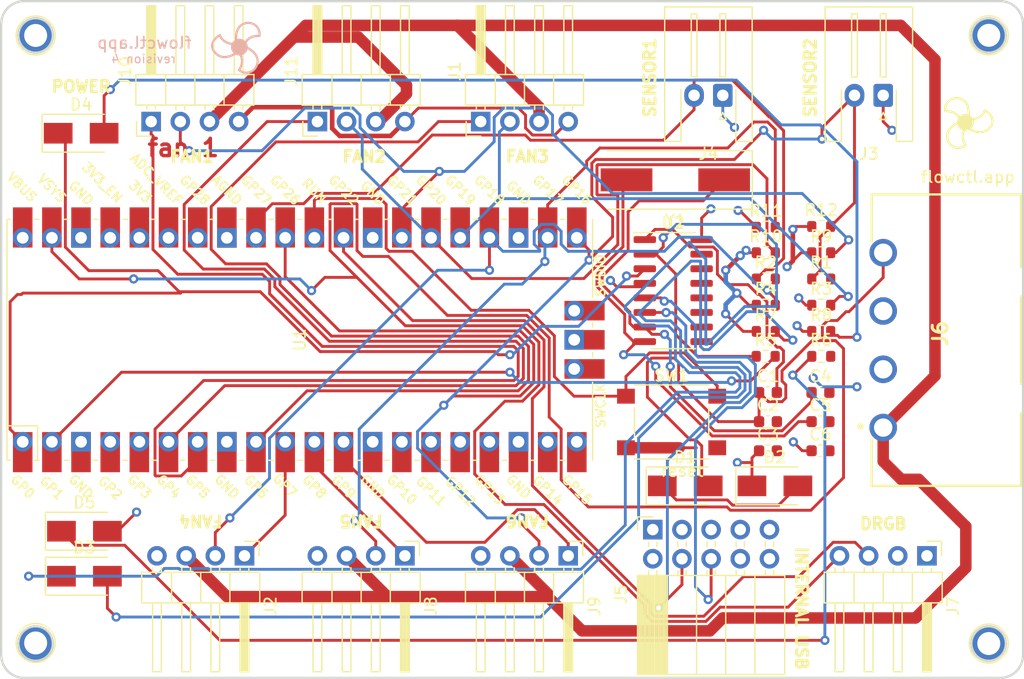
<source format=kicad_pcb>
(kicad_pcb (version 20171130) (host pcbnew "(5.1.10)-1")
  (layers (0 F.Cu signal hide) (31 B.Cu signal hide) (34 B.Paste user) (35 F.Paste user) (36 B.SilkS user) (37 F.SilkS user) (38 B.Mask user) (39 F.Mask user) (44 Edge.Cuts user))
  (net 0 "")
  (net 1 +5V)
  (net 2 GND)
  (net 3 +3V3)
  (net 4 "Net-(C4-Pad1)")
  (net 5 "Net-(C5-Pad1)")
  (net 6 "Net-(D1-Pad1)")
  (net 7 TxD)
  (net 8 "Net-(D3-Pad2)")
  (net 9 "Net-(D4-Pad2)")
  (net 10 GP1)
  (net 11 "Net-(D5-Pad1)")
  (net 12 GP6)
  (net 13 GP7)
  (net 14 GP26)
  (net 15 GP27)
  (net 16 "Net-(J5-Pad4)")
  (net 17 "Net-(J5-Pad6)")
  (net 18 DIN)
  (net 19 GP0)
  (net 20 "Net-(U1-Pad3)")
  (net 21 "Net-(U1-Pad4)")
  (net 22 "Net-(U1-Pad5)")
  (net 23 "Net-(U1-Pad8)")
  (net 24 "Net-(U1-Pad13)")
  (net 25 "Net-(U1-Pad16)")
  (net 26 "Net-(U1-Pad17)")
  (net 27 "Net-(U1-Pad18)")
  (net 28 "Net-(U1-Pad19)")
  (net 29 "Net-(U1-Pad20)")
  (net 30 "Net-(U1-Pad23)")
  (net 31 "Net-(U1-Pad28)")
  (net 32 "Net-(U1-Pad33)")
  (net 33 "Net-(U1-Pad34)")
  (net 34 "Net-(U1-Pad35)")
  (net 35 "Net-(U1-Pad37)")
  (net 36 "Net-(U1-Pad40)")
  (net 37 "Net-(U2-Pad9)")
  (net 38 "Net-(U2-Pad10)")
  (net 39 "Net-(U2-Pad11)")
  (net 40 "Net-(U2-Pad12)")
  (net 41 "Net-(U2-Pad13)")
  (net 42 "Net-(U2-Pad14)")
  (net 43 "Net-(U2-Pad15)")
  (net 44 +12V)
  (net 45 "Net-(J7-Pad2)")
  (net 46 "Net-(J5-Pad10)")
  (net 47 "Net-(J5-Pad9)")
  (net 48 "Net-(J5-Pad7)")
  (net 49 "Net-(J5-Pad5)")
  (net 50 "Net-(J5-Pad3)")
  (net 51 "Net-(J5-Pad1)")
  (net 52 GP23)
  (net 53 GP24)
  (net 54 GP25)
  (net 55 GP8)
  (net 56 GP9)
  (net 57 GP21)
  (net 58 GP5)
  (net 59 GP22)
  (net 60 GP4)
  (net 61 "Net-(SW1-Pad1)")
  (net 62 "Net-(U1-Pad14)")
  (net 63 "Net-(U1-Pad15)")
  (module Connector_PinHeader_2.54mm:PinHeader_1x04_P2.54mm_Horizontal (layer F.Cu) (at 179.07 112.776 270)
    (fp_text reference J7 (at 4.385 -2.27 90) (layer F.SilkS))
    (fp_text value "4 Pin DRGB LED")
    (pad 4 thru_hole oval (at 0 7.62 270) (size 1.7 1.7) (drill 1) (layers *.Cu *.Mask) (net 1 +5V))
    (pad 3 thru_hole oval (at 0 5.08 270) (size 1.7 1.7) (drill 1) (layers *.Cu *.Mask) (net 18 DIN))
    (pad 2 thru_hole oval (at 0 2.54 270) (size 1.7 1.7) (drill 1) (layers *.Cu *.Mask) (net 45 "Net-(J7-Pad2)"))
    (pad 1 thru_hole rect (at 0 0 270) (size 1.7 1.7) (drill 1) (layers *.Cu *.Mask) (net 2 GND))
  )
  (module Connector_JST:JST_XH_S2B-XH-A-1_1x02_P2.50mm_Horizontal (layer F.Cu) (at 161.29 72.644 180)
    (fp_text reference J4 (at 1.25 -5.1) (layer F.SilkS))
    (fp_text value "Temp Sensor (10k Thermistor)")
    (pad 2 thru_hole oval (at 2.5 0 180) (size 1.7 2) (drill 1) (layers *.Cu *.Mask) (net 15 GP27))
    (pad 1 thru_hole roundrect (at 0 0 180) (size 1.7 2) (drill 1) (layers *.Cu *.Mask) (roundrect_rratio 0.147059) (net 3 +3V3))
  )
  (module Connector_JST:JST_XH_S2B-XH-A-1_1x02_P2.50mm_Horizontal (layer F.Cu) (at 175.26 72.644 180)
    (fp_text reference J3 (at 1.25 -5.1) (layer F.SilkS))
    (fp_text value "Temp Sensor (10k Thermistor)")
    (pad 2 thru_hole oval (at 2.5 0 180) (size 1.7 2) (drill 1) (layers *.Cu *.Mask) (net 14 GP26))
    (pad 1 thru_hole roundrect (at 0 0 180) (size 1.7 2) (drill 1) (layers *.Cu *.Mask) (roundrect_rratio 0.147059) (net 3 +3V3))
  )
  (module LibraryLoader:641737-1 (layer F.Cu) (at 175.26 93.98 270)
    (fp_text reference J6 (at -0.575 -4.968 90) (layer F.SilkS) (effects (font (size 1.27 1.27) (thickness 0.254))))
    (fp_text value "Molex 4 Pin" hide)
    (pad 8 np_thru_hole circle (at 10.16 -2.54 270) (size 2.54 0) (drill 2.54) (layers *.Cu *.Mask))
    (pad 7 np_thru_hole circle (at 5.08 -10.16 270) (size 4 0) (drill 4) (layers *.Cu *.Mask))
    (pad 6 np_thru_hole circle (at -5.08 -10.16 270) (size 4 0) (drill 4) (layers *.Cu *.Mask))
    (pad 5 np_thru_hole circle (at -10.16 -2.54 270) (size 2.54 0) (drill 2.54) (layers *.Cu *.Mask))
    (pad 4 thru_hole circle (at -7.62 0 270) (size 2.4 2.4) (drill 1.6) (layers *.Cu *.Mask) (net 1 +5V))
    (pad 3 thru_hole circle (at -2.54 0 270) (size 2.4 2.4) (drill 1.6) (layers *.Cu *.Mask) (net 2 GND))
    (pad 2 thru_hole circle (at 2.54 0 270) (size 2.4 2.4) (drill 1.6) (layers *.Cu *.Mask) (net 2 GND))
    (pad 1 thru_hole circle (at 7.62 0 270) (size 2.4 2.4) (drill 1.6) (layers *.Cu *.Mask) (net 44 +12V))
  )
  (module Resistor_SMD:R_0603_1608Metric (layer F.Cu) (at 169.863 84.074)
    (fp_text reference R12 (at 0 -1.43) (layer F.SilkS))
    (fp_text value "10k Ω")
    (pad 2 smd roundrect (at 0.825 0) (size 0.8 0.95) (layers F.Cu F.Paste F.Mask) (net 14 GP26))
    (pad 1 smd roundrect (at -0.825 0) (size 0.8 0.95) (layers F.Cu F.Paste F.Mask) (net 3 +3V3))
  )
  (module Resistor_SMD:R_0603_1608Metric (layer F.Cu) (at 165.037 84.136)
    (fp_text reference R11 (at 0 -1.43) (layer F.SilkS))
    (fp_text value "10k Ω")
    (pad 2 smd roundrect (at 0.825 0) (size 0.8 0.95) (layers F.Cu F.Paste F.Mask) (net 54 GP25))
    (pad 1 smd roundrect (at -0.825 0) (size 0.8 0.95) (layers F.Cu F.Paste F.Mask) (net 3 +3V3))
  )
  (module Resistor_SMD:R_0603_1608Metric (layer F.Cu) (at 165.037 86.36)
    (fp_text reference R10 (at 0 -1.43) (layer F.SilkS))
    (fp_text value "10k Ω")
    (pad 2 smd roundrect (at 0.825 0) (size 0.8 0.95) (layers F.Cu F.Paste F.Mask) (net 59 GP22))
    (pad 1 smd roundrect (at -0.825 0) (size 0.8 0.95) (layers F.Cu F.Paste F.Mask) (net 3 +3V3))
  )
  (module Resistor_SMD:R_0603_1608Metric (layer F.Cu) (at 169.863 86.36)
    (fp_text reference R9 (at 0 -1.43) (layer F.SilkS))
    (fp_text value "10k Ω")
    (pad 2 smd roundrect (at 0.825 0) (size 0.8 0.95) (layers F.Cu F.Paste F.Mask) (net 57 GP21))
    (pad 1 smd roundrect (at -0.825 0) (size 0.8 0.95) (layers F.Cu F.Paste F.Mask) (net 3 +3V3))
  )
  (module Connector_PinHeader_2.54mm:PinHeader_1x04_P2.54mm_Horizontal (layer F.Cu) (at 125.984 74.93 90)
    (fp_text reference J11 (at 4.385 -2.27 90) (layer F.SilkS))
    (fp_text value "Fan 2")
    (pad 4 thru_hole oval (at 0 7.62 90) (size 1.7 1.7) (drill 1) (layers *.Cu *.Mask) (net 2 GND))
    (pad 3 thru_hole oval (at 0 5.08 90) (size 1.7 1.7) (drill 1) (layers *.Cu *.Mask) (net 44 +12V))
    (pad 2 thru_hole oval (at 0 2.54 90) (size 1.7 1.7) (drill 1) (layers *.Cu *.Mask) (net 59 GP22))
    (pad 1 thru_hole rect (at 0 0 90) (size 1.7 1.7) (drill 1) (layers *.Cu *.Mask) (net 60 GP4))
  )
  (module Connector_PinHeader_2.54mm:PinHeader_1x04_P2.54mm_Horizontal (layer F.Cu) (at 111.506 74.93 90)
    (fp_text reference J10 (at 4.385 -2.27 90) (layer F.SilkS))
    (fp_text value "Fan 1")
    (pad 4 thru_hole oval (at 0 7.62 90) (size 1.7 1.7) (drill 1) (layers *.Cu *.Mask) (net 2 GND))
    (pad 3 thru_hole oval (at 0 5.08 90) (size 1.7 1.7) (drill 1) (layers *.Cu *.Mask) (net 44 +12V))
    (pad 2 thru_hole oval (at 0 2.54 90) (size 1.7 1.7) (drill 1) (layers *.Cu *.Mask) (net 57 GP21))
    (pad 1 thru_hole rect (at 0 0 90) (size 1.7 1.7) (drill 1) (layers *.Cu *.Mask) (net 58 GP5))
  )
  (module Connector_PinHeader_2.54mm:PinHeader_1x04_P2.54mm_Horizontal (layer F.Cu) (at 147.828 112.776 270)
    (fp_text reference J9 (at 4.385 -2.27 90) (layer F.SilkS))
    (fp_text value "Fan 6")
    (pad 4 thru_hole oval (at 0 7.62 270) (size 1.7 1.7) (drill 1) (layers *.Cu *.Mask) (net 2 GND))
    (pad 3 thru_hole oval (at 0 5.08 270) (size 1.7 1.7) (drill 1) (layers *.Cu *.Mask) (net 44 +12V))
    (pad 2 thru_hole oval (at 0 2.54 270) (size 1.7 1.7) (drill 1) (layers *.Cu *.Mask) (net 14 GP26))
    (pad 1 thru_hole rect (at 0 0 270) (size 1.7 1.7) (drill 1) (layers *.Cu *.Mask) (net 56 GP9))
  )
  (module Connector_PinHeader_2.54mm:PinHeader_1x04_P2.54mm_Horizontal (layer F.Cu) (at 133.604 112.776 270)
    (fp_text reference J8 (at 4.385 -2.27 90) (layer F.SilkS))
    (fp_text value "Fan 5")
    (pad 4 thru_hole oval (at 0 7.62 270) (size 1.7 1.7) (drill 1) (layers *.Cu *.Mask) (net 2 GND))
    (pad 3 thru_hole oval (at 0 5.08 270) (size 1.7 1.7) (drill 1) (layers *.Cu *.Mask) (net 44 +12V))
    (pad 2 thru_hole oval (at 0 2.54 270) (size 1.7 1.7) (drill 1) (layers *.Cu *.Mask) (net 54 GP25))
    (pad 1 thru_hole rect (at 0 0 270) (size 1.7 1.7) (drill 1) (layers *.Cu *.Mask) (net 55 GP8))
  )
  (module Connector_PinSocket_2.54mm:PinSocket_2x05_P2.54mm_Horizontal (layer F.Cu) (at 155.194 110.49 90)
    (fp_text reference J5 (at -5.65 -2.77 90) (layer F.SilkS))
    (fp_text value "Internal USB")
    (pad 10 thru_hole oval (at -2.54 10.16 90) (size 1.7 1.7) (drill 1) (layers *.Cu *.Mask) (net 46 "Net-(J5-Pad10)"))
    (pad 9 thru_hole oval (at 0 10.16 90) (size 1.7 1.7) (drill 1) (layers *.Cu *.Mask) (net 47 "Net-(J5-Pad9)"))
    (pad 8 thru_hole oval (at -2.54 7.62 90) (size 1.7 1.7) (drill 1) (layers *.Cu *.Mask) (net 2 GND))
    (pad 7 thru_hole oval (at 0 7.62 90) (size 1.7 1.7) (drill 1) (layers *.Cu *.Mask) (net 48 "Net-(J5-Pad7)"))
    (pad 6 thru_hole oval (at -2.54 5.08 90) (size 1.7 1.7) (drill 1) (layers *.Cu *.Mask) (net 17 "Net-(J5-Pad6)"))
    (pad 5 thru_hole oval (at 0 5.08 90) (size 1.7 1.7) (drill 1) (layers *.Cu *.Mask) (net 49 "Net-(J5-Pad5)"))
    (pad 4 thru_hole oval (at -2.54 2.54 90) (size 1.7 1.7) (drill 1) (layers *.Cu *.Mask) (net 16 "Net-(J5-Pad4)"))
    (pad 3 thru_hole oval (at 0 2.54 90) (size 1.7 1.7) (drill 1) (layers *.Cu *.Mask) (net 50 "Net-(J5-Pad3)"))
    (pad 2 thru_hole oval (at -2.54 0 90) (size 1.7 1.7) (drill 1) (layers *.Cu *.Mask) (net 1 +5V))
    (pad 1 thru_hole rect (at 0 0 90) (size 1.7 1.7) (drill 1) (layers *.Cu *.Mask) (net 51 "Net-(J5-Pad1)"))
  )
  (module Button_Switch_SMD:SW_Push_1P1T_NO_6x6mm_H9.5mm (layer F.Cu) (at 156.831 101.112)
    (fp_text reference SW1 (at 0 -4.05) (layer F.SilkS))
    (fp_text value K2-1102SP-C4SC-04)
    (pad 2 smd rect (at 3.975 2.25) (size 1.55 1.3) (layers F.Cu F.Paste F.Mask) (net 2 GND))
    (pad 1 smd rect (at 3.975 -2.25) (size 1.55 1.3) (layers F.Cu F.Paste F.Mask) (net 61 "Net-(SW1-Pad1)"))
    (pad 1 smd rect (at -3.975 -2.25) (size 1.55 1.3) (layers F.Cu F.Paste F.Mask) (net 61 "Net-(SW1-Pad1)"))
    (pad 2 smd rect (at -3.975 2.25) (size 1.55 1.3) (layers F.Cu F.Paste F.Mask) (net 2 GND))
  )
  (module Capacitor_SMD:C_0603_1608Metric (layer F.Cu) (at 169.797 103.62)
    (fp_text reference C6 (at 0 -1.43) (layer F.SilkS))
    (fp_text value 100nF)
    (pad 1 smd roundrect (at -0.775 0) (size 0.9 0.95) (layers F.Cu F.Paste F.Mask) (net 3 +3V3))
    (pad 2 smd roundrect (at 0.775 0) (size 0.9 0.95) (layers F.Cu F.Paste F.Mask) (net 2 GND))
  )
  (module Capacitor_SMD:C_0603_1608Metric (layer F.Cu) (at 169.797 98.54)
    (fp_text reference C4 (at 0 -1.43) (layer F.SilkS))
    (fp_text value 22pF)
    (pad 1 smd roundrect (at -0.775 0) (size 0.9 0.95) (layers F.Cu F.Paste F.Mask) (net 4 "Net-(C4-Pad1)"))
    (pad 2 smd roundrect (at 0.775 0) (size 0.9 0.95) (layers F.Cu F.Paste F.Mask) (net 2 GND))
  )
  (module TestPoint:TestPoint_Plated_Hole_D2.0mm (layer F.Cu) (at 184.4548 120.4214)
    (fp_text reference REF** hide)
    (fp_text value TestPoint_Plated_Hole_D2.0mm)
    (pad 1 thru_hole circle (at 0 0) (size 3 3) (drill 2) (layers *.Cu *.Mask))
  )
  (module Resistor_SMD:R_0603_1608Metric (layer F.Cu) (at 165.025 95.392)
    (fp_text reference R5 (at 0 -1.43) (layer F.SilkS))
    (fp_text value 1k5)
    (pad 2 smd roundrect (at 0.825 0) (size 0.8 0.95) (layers F.Cu F.Paste F.Mask) (net 10 GP1))
    (pad 1 smd roundrect (at -0.825 0) (size 0.8 0.95) (layers F.Cu F.Paste F.Mask) (net 7 TxD))
  )
  (module Resistor_SMD:R_0603_1608Metric (layer F.Cu) (at 169.863 95.392)
    (fp_text reference R6 (at 0 -1.43) (layer F.SilkS))
    (fp_text value 1k5)
    (pad 1 smd roundrect (at -0.825 0) (size 0.8 0.95) (layers F.Cu F.Paste F.Mask) (net 11 "Net-(D5-Pad1)"))
    (pad 2 smd roundrect (at 0.825 0) (size 0.8 0.95) (layers F.Cu F.Paste F.Mask) (net 2 GND))
  )
  (module TestPoint:TestPoint_Plated_Hole_D2.0mm (layer F.Cu) (at 101.4476 120.3706)
    (fp_text reference REF** hide)
    (fp_text value TestPoint_Plated_Hole_D2.0mm)
    (pad 1 thru_hole circle (at 0 0) (size 3 3) (drill 2) (layers *.Cu *.Mask))
  )
  (module TestPoint:TestPoint_Plated_Hole_D2.0mm (layer F.Cu) (at 184.4548 67.4116)
    (fp_text reference REF** hide)
    (fp_text value TestPoint_Plated_Hole_D2.0mm)
    (pad 1 thru_hole circle (at 0 0) (size 3 3) (drill 2) (layers *.Cu *.Mask))
  )
  (module Diode_SMD:D_SMA (layer F.Cu) (at 158.02 106.68)
    (fp_text reference D1 (at 0 -2.5) (layer F.SilkS))
    (fp_text value LL4148)
    (pad 1 smd rect (at -2 0) (size 2.5 1.8) (layers F.Cu F.Paste F.Mask) (net 6 "Net-(D1-Pad1)"))
    (pad 2 smd rect (at 2 0) (size 2.5 1.8) (layers F.Cu F.Paste F.Mask) (net 1 +5V))
  )
  (module Connector_PinHeader_2.54mm:PinHeader_1x04_P2.54mm_Horizontal (layer F.Cu) (at 119.634 112.776 270)
    (fp_text reference J2 (at 4.385 -2.27 90) (layer F.SilkS))
    (fp_text value "Fan 4")
    (pad 4 thru_hole oval (at 0 7.62 270) (size 1.7 1.7) (drill 1) (layers *.Cu *.Mask) (net 2 GND))
    (pad 3 thru_hole oval (at 0 5.08 270) (size 1.7 1.7) (drill 1) (layers *.Cu *.Mask) (net 44 +12V))
    (pad 2 thru_hole oval (at 0 2.54 270) (size 1.7 1.7) (drill 1) (layers *.Cu *.Mask) (net 53 GP24))
    (pad 1 thru_hole rect (at 0 0 270) (size 1.7 1.7) (drill 1) (layers *.Cu *.Mask) (net 13 GP7))
  )
  (module Connector_PinHeader_2.54mm:PinHeader_1x04_P2.54mm_Horizontal (layer F.Cu) (at 140.208 74.93 90)
    (fp_text reference J1 (at 4.385 -2.27 90) (layer F.SilkS))
    (fp_text value "Fan 3")
    (pad 1 thru_hole rect (at 0 0 90) (size 1.7 1.7) (drill 1) (layers *.Cu *.Mask) (net 12 GP6))
    (pad 2 thru_hole oval (at 0 2.54 90) (size 1.7 1.7) (drill 1) (layers *.Cu *.Mask) (net 52 GP23))
    (pad 3 thru_hole oval (at 0 5.08 90) (size 1.7 1.7) (drill 1) (layers *.Cu *.Mask) (net 44 +12V))
    (pad 4 thru_hole oval (at 0 7.62 90) (size 1.7 1.7) (drill 1) (layers *.Cu *.Mask) (net 2 GND))
  )
  (module Diode_SMD:D_SMA (layer F.Cu) (at 165.83 106.68)
    (fp_text reference D2 (at 0 -2.5) (layer F.SilkS))
    (fp_text value LL4148)
    (pad 2 smd rect (at 2 0) (size 2.5 1.8) (layers F.Cu F.Paste F.Mask) (net 6 "Net-(D1-Pad1)"))
    (pad 1 smd rect (at -2 0) (size 2.5 1.8) (layers F.Cu F.Paste F.Mask) (net 3 +3V3))
  )
  (module Resistor_SMD:R_0603_1608Metric (layer F.Cu) (at 165.037 90.932)
    (fp_text reference R4 (at 0 -1.43) (layer F.SilkS))
    (fp_text value "10k Ω")
    (pad 2 smd roundrect (at 0.825 0) (size 0.8 0.95) (layers F.Cu F.Paste F.Mask) (net 53 GP24))
    (pad 1 smd roundrect (at -0.825 0) (size 0.8 0.95) (layers F.Cu F.Paste F.Mask) (net 3 +3V3))
  )
  (module Resistor_SMD:R_0603_1608Metric (layer F.Cu) (at 165.037 93.218)
    (fp_text reference R7 (at 0 -1.43) (layer F.SilkS))
    (fp_text value 1k5)
    (pad 2 smd roundrect (at 0.825 0) (size 0.8 0.95) (layers F.Cu F.Paste F.Mask) (net 8 "Net-(D3-Pad2)"))
    (pad 1 smd roundrect (at -0.825 0) (size 0.8 0.95) (layers F.Cu F.Paste F.Mask) (net 3 +3V3))
  )
  (module Capacitor_SMD:C_0603_1608Metric (layer F.Cu) (at 165.225 103.62)
    (fp_text reference C3 (at 0 -1.43) (layer F.SilkS))
    (fp_text value 100nF)
    (pad 1 smd roundrect (at -0.775 0) (size 0.9 0.95) (layers F.Cu F.Paste F.Mask) (net 3 +3V3))
    (pad 2 smd roundrect (at 0.775 0) (size 0.9 0.95) (layers F.Cu F.Paste F.Mask) (net 2 GND))
  )
  (module Resistor_SMD:R_0603_1608Metric (layer F.Cu) (at 165.037 88.646)
    (fp_text reference R2 (at 0 -1.43) (layer F.SilkS))
    (fp_text value "10k Ω")
    (pad 2 smd roundrect (at 0.825 0) (size 0.8 0.95) (layers F.Cu F.Paste F.Mask) (net 2 GND))
    (pad 1 smd roundrect (at -0.825 0) (size 0.8 0.95) (layers F.Cu F.Paste F.Mask) (net 15 GP27))
  )
  (module Capacitor_SMD:C_0603_1608Metric (layer F.Cu) (at 165.225 98.54)
    (fp_text reference C1 (at 0 -1.43) (layer F.SilkS))
    (fp_text value 10uF)
    (pad 1 smd roundrect (at -0.775 0) (size 0.9 0.95) (layers F.Cu F.Paste F.Mask) (net 1 +5V))
    (pad 2 smd roundrect (at 0.775 0) (size 0.9 0.95) (layers F.Cu F.Paste F.Mask) (net 2 GND))
  )
  (module TestPoint:TestPoint_Plated_Hole_D2.0mm (layer F.Cu) (at 101.4476 67.4243)
    (fp_text reference REF** hide)
    (fp_text value TestPoint_Plated_Hole_D2.0mm)
    (pad 1 thru_hole circle (at 0 0) (size 3 3) (drill 2) (layers *.Cu *.Mask))
  )
  (module Capacitor_SMD:C_0603_1608Metric (layer F.Cu) (at 169.797 101.08)
    (fp_text reference C5 (at 0 -1.43) (layer F.SilkS))
    (fp_text value 22pF)
    (pad 2 smd roundrect (at 0.775 0) (size 0.9 0.95) (layers F.Cu F.Paste F.Mask) (net 2 GND))
    (pad 1 smd roundrect (at -0.775 0) (size 0.9 0.95) (layers F.Cu F.Paste F.Mask) (net 5 "Net-(C5-Pad1)"))
  )
  (module Capacitor_SMD:C_0603_1608Metric (layer F.Cu) (at 165.225 101.08)
    (fp_text reference C2 (at 0 -1.43) (layer F.SilkS))
    (fp_text value 100nF)
    (pad 2 smd roundrect (at 0.775 0) (size 0.9 0.95) (layers F.Cu F.Paste F.Mask) (net 2 GND))
    (pad 1 smd roundrect (at -0.775 0) (size 0.9 0.95) (layers F.Cu F.Paste F.Mask) (net 1 +5V))
  )
  (module Pico:RPi_Pico_SMD_TH (layer F.Cu) (at 124.45 93.95 90)
    (fp_text reference U1 (at 0 0 90) (layer F.SilkS))
    (fp_text value PICO_RP2040)
    (fp_text user GP1 (at -12.9 -21.6 135) (layer F.SilkS) (effects (font (size 0.8 0.8))))
    (fp_text user GP2 (at -12.9 -16.51 135) (layer F.SilkS) (effects (font (size 0.8 0.8))))
    (fp_text user GP0 (at -12.8 -24.13 135) (layer F.SilkS) (effects (font (size 0.8 0.8))))
    (fp_text user GP3 (at -12.8 -13.97 135) (layer F.SilkS) (effects (font (size 0.8 0.8))))
    (fp_text user GP4 (at -12.8 -11.43 135) (layer F.SilkS) (effects (font (size 0.8 0.8))))
    (fp_text user GP5 (at -12.8 -8.89 135) (layer F.SilkS) (effects (font (size 0.8 0.8))))
    (fp_text user GP6 (at -12.8 -3.81 135) (layer F.SilkS) (effects (font (size 0.8 0.8))))
    (fp_text user GP7 (at -12.7 -1.3 135) (layer F.SilkS) (effects (font (size 0.8 0.8))))
    (fp_text user GP8 (at -12.8 1.27 135) (layer F.SilkS) (effects (font (size 0.8 0.8))))
    (fp_text user GP9 (at -12.8 3.81 135) (layer F.SilkS) (effects (font (size 0.8 0.8))))
    (fp_text user GP10 (at -13.054 8.89 135) (layer F.SilkS) (effects (font (size 0.8 0.8))))
    (fp_text user GP11 (at -13.2 11.43 135) (layer F.SilkS) (effects (font (size 0.8 0.8))))
    (fp_text user GP12 (at -13.2 13.97 135) (layer F.SilkS) (effects (font (size 0.8 0.8))))
    (fp_text user GP13 (at -13.054 16.51 135) (layer F.SilkS) (effects (font (size 0.8 0.8))))
    (fp_text user GP14 (at -13.1 21.59 135) (layer F.SilkS) (effects (font (size 0.8 0.8))))
    (fp_text user GP15 (at -13.054 24.13 135) (layer F.SilkS) (effects (font (size 0.8 0.8))))
    (fp_text user GP16 (at 13.054 24.13 135) (layer F.SilkS) (effects (font (size 0.8 0.8))))
    (fp_text user GP17 (at 13.054 21.59 135) (layer F.SilkS) (effects (font (size 0.8 0.8))))
    (fp_text user GP18 (at 13.054 16.51 135) (layer F.SilkS) (effects (font (size 0.8 0.8))))
    (fp_text user GP19 (at 13.054 13.97 135) (layer F.SilkS) (effects (font (size 0.8 0.8))))
    (fp_text user GP20 (at 13.054 11.43 135) (layer F.SilkS) (effects (font (size 0.8 0.8))))
    (fp_text user GP21 (at 13.054 8.9 135) (layer F.SilkS) (effects (font (size 0.8 0.8))))
    (fp_text user GP22 (at 13.054 3.81 135) (layer F.SilkS) (effects (font (size 0.8 0.8))))
    (fp_text user RUN (at 13 1.27 135) (layer F.SilkS) (effects (font (size 0.8 0.8))))
    (fp_text user GP26 (at 13.054 -1.27 135) (layer F.SilkS) (effects (font (size 0.8 0.8))))
    (fp_text user GP27 (at 13.054 -3.8 135) (layer F.SilkS) (effects (font (size 0.8 0.8))))
    (fp_text user GP28 (at 13.054 -9.144 135) (layer F.SilkS) (effects (font (size 0.8 0.8))))
    (fp_text user ADC_VREF (at 14 -12.5 135) (layer F.SilkS) (effects (font (size 0.8 0.8))))
    (fp_text user 3V3 (at 12.9 -13.9 135) (layer F.SilkS) (effects (font (size 0.8 0.8))))
    (fp_text user 3V3_EN (at 13.7 -17.2 135) (layer F.SilkS) (effects (font (size 0.8 0.8))))
    (fp_text user VSYS (at 13.2 -21.59 135) (layer F.SilkS) (effects (font (size 0.8 0.8))))
    (fp_text user VBUS (at 13.3 -24.2 135) (layer F.SilkS) (effects (font (size 0.8 0.8))))
    (fp_text user GND (at -12.8 -19.05 135) (layer F.SilkS) (effects (font (size 0.8 0.8))))
    (fp_text user GND (at -12.8 -6.35 135) (layer F.SilkS) (effects (font (size 0.8 0.8))))
    (fp_text user GND (at -12.8 6.35 135) (layer F.SilkS) (effects (font (size 0.8 0.8))))
    (fp_text user GND (at -12.8 19.05 135) (layer F.SilkS) (effects (font (size 0.8 0.8))))
    (fp_text user GND (at 12.8 19.05 135) (layer F.SilkS) (effects (font (size 0.8 0.8))))
    (fp_text user GND (at 12.8 6.35 135) (layer F.SilkS) (effects (font (size 0.8 0.8))))
    (fp_text user GND (at 12.8 -19.05 135) (layer F.SilkS) (effects (font (size 0.8 0.8))))
    (fp_text user AGND (at 13.054 -6.35 135) (layer F.SilkS) (effects (font (size 0.8 0.8))))
    (fp_text user SWCLK (at -5.7 26.2 90) (layer F.SilkS) (effects (font (size 0.8 0.8))))
    (fp_text user SWDIO (at 5.6 26.2 90) (layer F.SilkS) (effects (font (size 0.8 0.8))))
    (pad 1 thru_hole oval (at -8.89 -24.13 90) (size 1.7 1.7) (drill 1.02) (layers *.Cu *.Mask) (net 19 GP0))
    (pad 2 thru_hole oval (at -8.89 -21.59 90) (size 1.7 1.7) (drill 1.02) (layers *.Cu *.Mask) (net 10 GP1))
    (pad 3 thru_hole rect (at -8.89 -19.05 90) (size 1.7 1.7) (drill 1.02) (layers *.Cu *.Mask) (net 20 "Net-(U1-Pad3)"))
    (pad 4 thru_hole oval (at -8.89 -16.51 90) (size 1.7 1.7) (drill 1.02) (layers *.Cu *.Mask) (net 21 "Net-(U1-Pad4)"))
    (pad 5 thru_hole oval (at -8.89 -13.97 90) (size 1.7 1.7) (drill 1.02) (layers *.Cu *.Mask) (net 22 "Net-(U1-Pad5)"))
    (pad 6 thru_hole oval (at -8.89 -11.43 90) (size 1.7 1.7) (drill 1.02) (layers *.Cu *.Mask) (net 60 GP4))
    (pad 7 thru_hole oval (at -8.89 -8.89 90) (size 1.7 1.7) (drill 1.02) (layers *.Cu *.Mask) (net 58 GP5))
    (pad 8 thru_hole rect (at -8.89 -6.35 90) (size 1.7 1.7) (drill 1.02) (layers *.Cu *.Mask) (net 23 "Net-(U1-Pad8)"))
    (pad 9 thru_hole oval (at -8.89 -3.81 90) (size 1.7 1.7) (drill 1.02) (layers *.Cu *.Mask) (net 12 GP6))
    (pad 10 thru_hole oval (at -8.89 -1.27 90) (size 1.7 1.7) (drill 1.02) (layers *.Cu *.Mask) (net 13 GP7))
    (pad 11 thru_hole oval (at -8.89 1.27 90) (size 1.7 1.7) (drill 1.02) (layers *.Cu *.Mask) (net 55 GP8))
    (pad 12 thru_hole oval (at -8.89 3.81 90) (size 1.7 1.7) (drill 1.02) (layers *.Cu *.Mask) (net 56 GP9))
    (pad 13 thru_hole rect (at -8.89 6.35 90) (size 1.7 1.7) (drill 1.02) (layers *.Cu *.Mask) (net 24 "Net-(U1-Pad13)"))
    (pad 14 thru_hole oval (at -8.89 8.89 90) (size 1.7 1.7) (drill 1.02) (layers *.Cu *.Mask) (net 62 "Net-(U1-Pad14)"))
    (pad 15 thru_hole oval (at -8.89 11.43 90) (size 1.7 1.7) (drill 1.02) (layers *.Cu *.Mask) (net 63 "Net-(U1-Pad15)"))
    (pad 16 thru_hole oval (at -8.89 13.97 90) (size 1.7 1.7) (drill 1.02) (layers *.Cu *.Mask) (net 25 "Net-(U1-Pad16)"))
    (pad 17 thru_hole oval (at -8.89 16.51 90) (size 1.7 1.7) (drill 1.02) (layers *.Cu *.Mask) (net 26 "Net-(U1-Pad17)"))
    (pad 18 thru_hole rect (at -8.89 19.05 90) (size 1.7 1.7) (drill 1.02) (layers *.Cu *.Mask) (net 27 "Net-(U1-Pad18)"))
    (pad 19 thru_hole oval (at -8.89 21.59 90) (size 1.7 1.7) (drill 1.02) (layers *.Cu *.Mask) (net 28 "Net-(U1-Pad19)"))
    (pad 20 thru_hole oval (at -8.89 24.13 90) (size 1.7 1.7) (drill 1.02) (layers *.Cu *.Mask) (net 29 "Net-(U1-Pad20)"))
    (pad 21 thru_hole oval (at 8.89 24.13 90) (size 1.7 1.7) (drill 1.02) (layers *.Cu *.Mask) (net 14 GP26))
    (pad 22 thru_hole oval (at 8.89 21.59 90) (size 1.7 1.7) (drill 1.02) (layers *.Cu *.Mask) (net 54 GP25))
    (pad 23 thru_hole rect (at 8.89 19.05 90) (size 1.7 1.7) (drill 1.02) (layers *.Cu *.Mask) (net 30 "Net-(U1-Pad23)"))
    (pad 24 thru_hole oval (at 8.89 16.51 90) (size 1.7 1.7) (drill 1.02) (layers *.Cu *.Mask) (net 53 GP24))
    (pad 25 thru_hole oval (at 8.89 13.97 90) (size 1.7 1.7) (drill 1.02) (layers *.Cu *.Mask) (net 52 GP23))
    (pad 26 thru_hole oval (at 8.89 11.43 90) (size 1.7 1.7) (drill 1.02) (layers *.Cu *.Mask) (net 59 GP22))
    (pad 27 thru_hole oval (at 8.89 8.89 90) (size 1.7 1.7) (drill 1.02) (layers *.Cu *.Mask) (net 57 GP21))
    (pad 28 thru_hole rect (at 8.89 6.35 90) (size 1.7 1.7) (drill 1.02) (layers *.Cu *.Mask) (net 31 "Net-(U1-Pad28)"))
    (pad 29 thru_hole oval (at 8.89 3.81 90) (size 1.7 1.7) (drill 1.02) (layers *.Cu *.Mask) (net 18 DIN))
    (pad 30 thru_hole oval (at 8.89 1.27 90) (size 1.7 1.7) (drill 1.02) (layers *.Cu *.Mask) (net 61 "Net-(SW1-Pad1)"))
    (pad 31 thru_hole oval (at 8.89 -1.27 90) (size 1.7 1.7) (drill 1.02) (layers *.Cu *.Mask) (net 14 GP26))
    (pad 32 thru_hole oval (at 8.89 -3.81 90) (size 1.7 1.7) (drill 1.02) (layers *.Cu *.Mask) (net 15 GP27))
    (pad 33 thru_hole rect (at 8.89 -6.35 90) (size 1.7 1.7) (drill 1.02) (layers *.Cu *.Mask) (net 32 "Net-(U1-Pad33)"))
    (pad 34 thru_hole oval (at 8.89 -8.89 90) (size 1.7 1.7) (drill 1.02) (layers *.Cu *.Mask) (net 33 "Net-(U1-Pad34)"))
    (pad 35 thru_hole oval (at 8.89 -11.43 90) (size 1.7 1.7) (drill 1.02) (layers *.Cu *.Mask) (net 34 "Net-(U1-Pad35)"))
    (pad 36 thru_hole oval (at 8.89 -13.97 90) (size 1.7 1.7) (drill 1.02) (layers *.Cu *.Mask) (net 3 +3V3))
    (pad 37 thru_hole oval (at 8.89 -16.51 90) (size 1.7 1.7) (drill 1.02) (layers *.Cu *.Mask) (net 35 "Net-(U1-Pad37)"))
    (pad 38 thru_hole rect (at 8.89 -19.05 90) (size 1.7 1.7) (drill 1.02) (layers *.Cu *.Mask) (net 2 GND))
    (pad 39 thru_hole oval (at 8.89 -21.59 90) (size 1.7 1.7) (drill 1.02) (layers *.Cu *.Mask) (net 1 +5V))
    (pad 40 thru_hole oval (at 8.89 -24.13 90) (size 1.7 1.7) (drill 1.02) (layers *.Cu *.Mask) (net 36 "Net-(U1-Pad40)"))
    (pad 1 smd rect (at -8.89 -24.13 90) (size 3.5 1.7) (drill (offset -0.9 0)) (layers F.Cu F.Mask) (net 19 GP0))
    (pad 2 smd rect (at -8.89 -21.59 90) (size 3.5 1.7) (drill (offset -0.9 0)) (layers F.Cu F.Mask) (net 10 GP1))
    (pad 3 smd rect (at -8.89 -19.05 90) (size 3.5 1.7) (drill (offset -0.9 0)) (layers F.Cu F.Mask) (net 20 "Net-(U1-Pad3)"))
    (pad 4 smd rect (at -8.89 -16.51 90) (size 3.5 1.7) (drill (offset -0.9 0)) (layers F.Cu F.Mask) (net 21 "Net-(U1-Pad4)"))
    (pad 5 smd rect (at -8.89 -13.97 90) (size 3.5 1.7) (drill (offset -0.9 0)) (layers F.Cu F.Mask) (net 22 "Net-(U1-Pad5)"))
    (pad 6 smd rect (at -8.89 -11.43 90) (size 3.5 1.7) (drill (offset -0.9 0)) (layers F.Cu F.Mask) (net 60 GP4))
    (pad 7 smd rect (at -8.89 -8.89 90) (size 3.5 1.7) (drill (offset -0.9 0)) (layers F.Cu F.Mask) (net 58 GP5))
    (pad 8 smd rect (at -8.89 -6.35 90) (size 3.5 1.7) (drill (offset -0.9 0)) (layers F.Cu F.Mask) (net 23 "Net-(U1-Pad8)"))
    (pad 9 smd rect (at -8.89 -3.81 90) (size 3.5 1.7) (drill (offset -0.9 0)) (layers F.Cu F.Mask) (net 12 GP6))
    (pad 10 smd rect (at -8.89 -1.27 90) (size 3.5 1.7) (drill (offset -0.9 0)) (layers F.Cu F.Mask) (net 13 GP7))
    (pad 11 smd rect (at -8.89 1.27 90) (size 3.5 1.7) (drill (offset -0.9 0)) (layers F.Cu F.Mask) (net 55 GP8))
    (pad 12 smd rect (at -8.89 3.81 90) (size 3.5 1.7) (drill (offset -0.9 0)) (layers F.Cu F.Mask) (net 56 GP9))
    (pad 13 smd rect (at -8.89 6.35 90) (size 3.5 1.7) (drill (offset -0.9 0)) (layers F.Cu F.Mask) (net 24 "Net-(U1-Pad13)"))
    (pad 14 smd rect (at -8.89 8.89 90) (size 3.5 1.7) (drill (offset -0.9 0)) (layers F.Cu F.Mask) (net 62 "Net-(U1-Pad14)"))
    (pad 15 smd rect (at -8.89 11.43 90) (size 3.5 1.7) (drill (offset -0.9 0)) (layers F.Cu F.Mask) (net 63 "Net-(U1-Pad15)"))
    (pad 16 smd rect (at -8.89 13.97 90) (size 3.5 1.7) (drill (offset -0.9 0)) (layers F.Cu F.Mask) (net 25 "Net-(U1-Pad16)"))
    (pad 17 smd rect (at -8.89 16.51 90) (size 3.5 1.7) (drill (offset -0.9 0)) (layers F.Cu F.Mask) (net 26 "Net-(U1-Pad17)"))
    (pad 18 smd rect (at -8.89 19.05 90) (size 3.5 1.7) (drill (offset -0.9 0)) (layers F.Cu F.Mask) (net 27 "Net-(U1-Pad18)"))
    (pad 19 smd rect (at -8.89 21.59 90) (size 3.5 1.7) (drill (offset -0.9 0)) (layers F.Cu F.Mask) (net 28 "Net-(U1-Pad19)"))
    (pad 20 smd rect (at -8.89 24.13 90) (size 3.5 1.7) (drill (offset -0.9 0)) (layers F.Cu F.Mask) (net 29 "Net-(U1-Pad20)"))
    (pad 40 smd rect (at 8.89 -24.13 90) (size 3.5 1.7) (drill (offset 0.9 0)) (layers F.Cu F.Mask) (net 36 "Net-(U1-Pad40)"))
    (pad 39 smd rect (at 8.89 -21.59 90) (size 3.5 1.7) (drill (offset 0.9 0)) (layers F.Cu F.Mask) (net 1 +5V))
    (pad 38 smd rect (at 8.89 -19.05 90) (size 3.5 1.7) (drill (offset 0.9 0)) (layers F.Cu F.Mask) (net 2 GND))
    (pad 37 smd rect (at 8.89 -16.51 90) (size 3.5 1.7) (drill (offset 0.9 0)) (layers F.Cu F.Mask) (net 35 "Net-(U1-Pad37)"))
    (pad 36 smd rect (at 8.89 -13.97 90) (size 3.5 1.7) (drill (offset 0.9 0)) (layers F.Cu F.Mask) (net 3 +3V3))
    (pad 35 smd rect (at 8.89 -11.43 90) (size 3.5 1.7) (drill (offset 0.9 0)) (layers F.Cu F.Mask) (net 34 "Net-(U1-Pad35)"))
    (pad 34 smd rect (at 8.89 -8.89 90) (size 3.5 1.7) (drill (offset 0.9 0)) (layers F.Cu F.Mask) (net 33 "Net-(U1-Pad34)"))
    (pad 33 smd rect (at 8.89 -6.35 90) (size 3.5 1.7) (drill (offset 0.9 0)) (layers F.Cu F.Mask) (net 32 "Net-(U1-Pad33)"))
    (pad 32 smd rect (at 8.89 -3.81 90) (size 3.5 1.7) (drill (offset 0.9 0)) (layers F.Cu F.Mask) (net 15 GP27))
    (pad 31 smd rect (at 8.89 -1.27 90) (size 3.5 1.7) (drill (offset 0.9 0)) (layers F.Cu F.Mask) (net 14 GP26))
    (pad 30 smd rect (at 8.89 1.27 90) (size 3.5 1.7) (drill (offset 0.9 0)) (layers F.Cu F.Mask) (net 61 "Net-(SW1-Pad1)"))
    (pad 29 smd rect (at 8.89 3.81 90) (size 3.5 1.7) (drill (offset 0.9 0)) (layers F.Cu F.Mask) (net 18 DIN))
    (pad 28 smd rect (at 8.89 6.35 90) (size 3.5 1.7) (drill (offset 0.9 0)) (layers F.Cu F.Mask) (net 31 "Net-(U1-Pad28)"))
    (pad 27 smd rect (at 8.89 8.89 90) (size 3.5 1.7) (drill (offset 0.9 0)) (layers F.Cu F.Mask) (net 57 GP21))
    (pad 26 smd rect (at 8.89 11.43 90) (size 3.5 1.7) (drill (offset 0.9 0)) (layers F.Cu F.Mask) (net 59 GP22))
    (pad 25 smd rect (at 8.89 13.97 90) (size 3.5 1.7) (drill (offset 0.9 0)) (layers F.Cu F.Mask) (net 52 GP23))
    (pad 24 smd rect (at 8.89 16.51 90) (size 3.5 1.7) (drill (offset 0.9 0)) (layers F.Cu F.Mask) (net 53 GP24))
    (pad 23 smd rect (at 8.89 19.05 90) (size 3.5 1.7) (drill (offset 0.9 0)) (layers F.Cu F.Mask) (net 30 "Net-(U1-Pad23)"))
    (pad 22 smd rect (at 8.89 21.59 90) (size 3.5 1.7) (drill (offset 0.9 0)) (layers F.Cu F.Mask) (net 54 GP25))
    (pad 21 smd rect (at 8.89 24.13 90) (size 3.5 1.7) (drill (offset 0.9 0)) (layers F.Cu F.Mask) (net 14 GP26))
    (pad "" np_thru_hole oval (at -2.725 -24 90) (size 1.8 1.8) (drill 1.8) (layers *.Cu *.Mask))
    (pad "" np_thru_hole oval (at 2.725 -24 90) (size 1.8 1.8) (drill 1.8) (layers *.Cu *.Mask))
    (pad "" np_thru_hole oval (at -2.425 -20.97 90) (size 1.5 1.5) (drill 1.5) (layers *.Cu *.Mask))
    (pad "" np_thru_hole oval (at 2.425 -20.97 90) (size 1.5 1.5) (drill 1.5) (layers *.Cu *.Mask))
    (pad 41 smd rect (at -2.54 23.9 180) (size 3.5 1.7) (drill (offset -0.9 0)) (layers F.Cu F.Mask))
    (pad 41 thru_hole oval (at -2.54 23.9 90) (size 1.7 1.7) (drill 1.02) (layers *.Cu *.Mask))
    (pad 42 smd rect (at 0 23.9 180) (size 3.5 1.7) (drill (offset -0.9 0)) (layers F.Cu F.Mask))
    (pad 42 thru_hole rect (at 0 23.9 90) (size 1.7 1.7) (drill 1.02) (layers *.Cu *.Mask))
    (pad 43 smd rect (at 2.54 23.9 180) (size 3.5 1.7) (drill (offset -0.9 0)) (layers F.Cu F.Mask))
    (pad 43 thru_hole oval (at 2.54 23.9 90) (size 1.7 1.7) (drill 1.02) (layers *.Cu *.Mask))
  )
  (module Diode_SMD:D_SMA (layer F.Cu) (at 105.696 110.632)
    (fp_text reference D5 (at 0 -2.5) (layer F.SilkS))
    (fp_text value LED)
    (pad 1 smd rect (at -2 0) (size 2.5 1.8) (layers F.Cu F.Paste F.Mask) (net 11 "Net-(D5-Pad1)"))
    (pad 2 smd rect (at 2 0) (size 2.5 1.8) (layers F.Cu F.Paste F.Mask) (net 3 +3V3))
  )
  (module Diode_SMD:D_SMA (layer F.Cu) (at 105.696 114.554)
    (fp_text reference D3 (at 0 -2.5) (layer F.SilkS))
    (fp_text value LED)
    (pad 1 smd rect (at -2 0) (size 2.5 1.8) (layers F.Cu F.Paste F.Mask) (net 7 TxD))
    (pad 2 smd rect (at 2 0) (size 2.5 1.8) (layers F.Cu F.Paste F.Mask) (net 8 "Net-(D3-Pad2)"))
  )
  (module Package_SO:SOIC-16_3.9x9.9mm_P1.27mm (layer F.Cu) (at 156.972 89.662)
    (fp_text reference U2 (at 0 -5.9) (layer F.SilkS))
    (fp_text value CH340G)
    (pad 1 smd roundrect (at -2.475 -4.445) (size 1.95 0.6) (layers F.Cu F.Paste F.Mask) (net 2 GND))
    (pad 2 smd roundrect (at -2.475 -3.175) (size 1.95 0.6) (layers F.Cu F.Paste F.Mask) (net 7 TxD))
    (pad 3 smd roundrect (at -2.475 -1.905) (size 1.95 0.6) (layers F.Cu F.Paste F.Mask) (net 19 GP0))
    (pad 4 smd roundrect (at -2.475 -0.635) (size 1.95 0.6) (layers F.Cu F.Paste F.Mask) (net 3 +3V3))
    (pad 5 smd roundrect (at -2.475 0.635) (size 1.95 0.6) (layers F.Cu F.Paste F.Mask) (net 17 "Net-(J5-Pad6)"))
    (pad 6 smd roundrect (at -2.475 1.905) (size 1.95 0.6) (layers F.Cu F.Paste F.Mask) (net 16 "Net-(J5-Pad4)"))
    (pad 7 smd roundrect (at -2.475 3.175) (size 1.95 0.6) (layers F.Cu F.Paste F.Mask) (net 4 "Net-(C4-Pad1)"))
    (pad 8 smd roundrect (at -2.475 4.445) (size 1.95 0.6) (layers F.Cu F.Paste F.Mask) (net 5 "Net-(C5-Pad1)"))
    (pad 9 smd roundrect (at 2.475 4.445) (size 1.95 0.6) (layers F.Cu F.Paste F.Mask) (net 37 "Net-(U2-Pad9)"))
    (pad 10 smd roundrect (at 2.475 3.175) (size 1.95 0.6) (layers F.Cu F.Paste F.Mask) (net 38 "Net-(U2-Pad10)"))
    (pad 11 smd roundrect (at 2.475 1.905) (size 1.95 0.6) (layers F.Cu F.Paste F.Mask) (net 39 "Net-(U2-Pad11)"))
    (pad 12 smd roundrect (at 2.475 0.635) (size 1.95 0.6) (layers F.Cu F.Paste F.Mask) (net 40 "Net-(U2-Pad12)"))
    (pad 13 smd roundrect (at 2.475 -0.635) (size 1.95 0.6) (layers F.Cu F.Paste F.Mask) (net 41 "Net-(U2-Pad13)"))
    (pad 14 smd roundrect (at 2.475 -1.905) (size 1.95 0.6) (layers F.Cu F.Paste F.Mask) (net 42 "Net-(U2-Pad14)"))
    (pad 15 smd roundrect (at 2.475 -3.175) (size 1.95 0.6) (layers F.Cu F.Paste F.Mask) (net 43 "Net-(U2-Pad15)"))
    (pad 16 smd roundrect (at 2.475 -4.445) (size 1.95 0.6) (layers F.Cu F.Paste F.Mask) (net 3 +3V3))
  )
  (module Resistor_SMD:R_0603_1608Metric (layer F.Cu) (at 169.863 88.646)
    (fp_text reference R1 (at 0 -1.43) (layer F.SilkS))
    (fp_text value "10k Ω")
    (pad 1 smd roundrect (at -0.825 0) (size 0.8 0.95) (layers F.Cu F.Paste F.Mask) (net 14 GP26))
    (pad 2 smd roundrect (at 0.825 0) (size 0.8 0.95) (layers F.Cu F.Paste F.Mask) (net 2 GND))
  )
  (module Crystal:Crystal_SMD_HC49-SD (layer F.Cu) (at 157.158 80.01 180)
    (fp_text reference Y1 (at 0 -3.55) (layer F.SilkS))
    (fp_text value "12MHz Crystal")
    (pad 1 smd rect (at -4.25 0 180) (size 4.5 2) (layers F.Cu F.Paste F.Mask) (net 4 "Net-(C4-Pad1)"))
    (pad 2 smd rect (at 4.25 0 180) (size 4.5 2) (layers F.Cu F.Paste F.Mask) (net 5 "Net-(C5-Pad1)"))
  )
  (module Resistor_SMD:R_0603_1608Metric (layer F.Cu) (at 169.863 90.932)
    (fp_text reference R3 (at 0 -1.43) (layer F.SilkS))
    (fp_text value "10k Ω")
    (pad 1 smd roundrect (at -0.825 0) (size 0.8 0.95) (layers F.Cu F.Paste F.Mask) (net 3 +3V3))
    (pad 2 smd roundrect (at 0.825 0) (size 0.8 0.95) (layers F.Cu F.Paste F.Mask) (net 52 GP23))
  )
  (module Resistor_SMD:R_0603_1608Metric (layer F.Cu) (at 169.863 93.218)
    (fp_text reference R8 (at 0 -1.43) (layer F.SilkS))
    (fp_text value 1k5)
    (pad 1 smd roundrect (at -0.825 0) (size 0.8 0.95) (layers F.Cu F.Paste F.Mask) (net 3 +3V3))
    (pad 2 smd roundrect (at 0.825 0) (size 0.8 0.95) (layers F.Cu F.Paste F.Mask) (net 9 "Net-(D4-Pad2)"))
  )
  (module Diode_SMD:D_SMA (layer F.Cu) (at 105.41 75.946)
    (fp_text reference D4 (at 0 -2.5) (layer F.SilkS))
    (fp_text value LED)
    (pad 2 smd rect (at 2 0) (size 2.5 1.8) (layers F.Cu F.Paste F.Mask) (net 9 "Net-(D4-Pad2)"))
    (pad 1 smd rect (at -2 0) (size 2.5 1.8) (layers F.Cu F.Paste F.Mask) (net 19 GP0))
  )
  (gr_text POWER (at 105.41 71.882) (layer F.SilkS) (effects (font (size 1 1) (thickness 0.25))))
  (gr_text SENSOR2 (at 168.91 71.12 90) (layer F.SilkS) (effects (font (size 1 1) (thickness 0.25))))
  (gr_text SENSOR1 (at 154.94 71.12 90) (layer F.SilkS) (effects (font (size 1 1) (thickness 0.25))))
  (gr_text DRGB (at 175.26 109.982) (layer F.SilkS) (effects (font (size 1 1) (thickness 0.25))))
  (gr_text "INTERNAL USB" (at 168.148 117.348 -90) (layer F.SilkS) (effects (font (size 1 1) (thickness 0.25))))
  (gr_text FAN6 (at 144.272 109.728 180) (layer F.SilkS) (effects (font (size 1 1) (thickness 0.25))))
  (gr_text FAN5 (at 129.794 109.728 180) (layer F.SilkS) (effects (font (size 1 1) (thickness 0.25))))
  (gr_text FAN4 (at 115.824 109.728 180) (layer F.SilkS) (effects (font (size 1 1) (thickness 0.25))))
  (gr_text FAN3 (at 144.272 77.978) (layer F.SilkS) (effects (font (size 1 1) (thickness 0.25))))
  (gr_text FAN2 (at 130.048 77.978) (layer F.SilkS) (effects (font (size 1 1) (thickness 0.25))))
  (gr_text FAN1 (at 115.062 77.978) (layer F.SilkS) (effects (font (size 1 1) (thickness 0.25))))
  (gr_text "fan 1" (at 114.3 77.216) (layer F.Cu) (effects (font (size 1.5 1.5) (thickness 0.3))))
  (gr_text flowctl.app (at 182.626 79.756) (layer F.SilkS) (effects (font (size 1 1))))
  (gr_poly (pts (xy 182.4134 74.455) (xy 182.385453 74.455714) (xy 182.357874 74.457817) (xy 182.330695 74.461275) (xy 182.303952 74.466056) (xy 182.277677 74.472124) (xy 182.251906 74.479446) (xy 182.226673 74.487987) (xy 182.202011 74.497713) (xy 182.177954 74.508591) (xy 182.154537 74.520586) (xy 182.131794 74.533663) (xy 182.109758 74.54779) (xy 182.088465 74.562932) (xy 182.067947 74.579054) (xy 182.04824 74.596123) (xy 182.029377 74.614105) (xy 182.011393 74.632965) (xy 181.99432 74.65267) (xy 181.978195 74.673184) (xy 181.96305 74.694475) (xy 181.948919 74.716509) (xy 181.935838 74.73925) (xy 181.923839 74.762665) (xy 181.912958 74.78672) (xy 181.903228 74.81138) (xy 181.894683 74.836613) (xy 181.887357 74.862383) (xy 181.881284 74.888656) (xy 181.8765 74.915399) (xy 181.873036 74.942577) (xy 181.870929 74.970156) (xy 181.870211 74.998102) (xy 181.870906 75.026049) (xy 181.872991 75.05363) (xy 181.876433 75.080811) (xy 181.881196 75.107557) (xy 181.887247 75.133836) (xy 181.894552 75.159611) (xy 181.903076 75.184851) (xy 181.912787 75.209519) (xy 181.923649 75.233583) (xy 181.935628 75.257008) (xy 181.948691 75.279759) (xy 181.962804 75.301804) (xy 181.977932 75.323107) (xy 181.994041 75.343635) (xy 182.011097 75.363354) (xy 182.029066 75.382228) (xy 182.047915 75.400225) (xy 182.067608 75.41731) (xy 182.088112 75.433449) (xy 182.109393 75.448608) (xy 182.131417 75.462753) (xy 182.15415 75.475849) (xy 182.177557 75.487862) (xy 182.201605 75.49876) (xy 182.22626 75.508506) (xy 182.251486 75.517067) (xy 182.277251 75.52441) (xy 182.303521 75.530499) (xy 182.33026 75.535302) (xy 182.357436 75.538782) (xy 182.385014 75.540908) (xy 182.41296 75.541644) (xy 182.440907 75.540967) (xy 182.468489 75.538899) (xy 182.495672 75.535476) (xy 182.522422 75.53073) (xy 182.548704 75.524696) (xy 182.574485 75.517408) (xy 182.59973 75.5089) (xy 182.624405 75.499205) (xy 182.648475 75.488359) (xy 182.671908 75.476395) (xy 182.694668 75.463347) (xy 182.716722 75.449248) (xy 182.738035 75.434135) (xy 182.758573 75.418039) (xy 182.778303 75.400995) (xy 182.797189 75.383038) (xy 182.815198 75.364202) (xy 182.832296 75.344519) (xy 182.848448 75.324025) (xy 182.863621 75.302754) (xy 182.87778 75.280739) (xy 182.890891 75.258015) (xy 182.90292 75.234616) (xy 182.913833 75.210575) (xy 182.923595 75.185927) (xy 182.932173 75.160706) (xy 182.939532 75.134945) (xy 182.945639 75.10868) (xy 182.950458 75.081943) (xy 182.953957 75.05477) (xy 182.9561 75.027194) (xy 182.956854 74.999248) (xy 182.956134 74.971284) (xy 182.954024 74.943686) (xy 182.950558 74.91649) (xy 182.94577 74.889728) (xy 182.939694 74.863437) (xy 182.932365 74.837648) (xy 182.923816 74.812397) (xy 182.914082 74.787718) (xy 182.903196 74.763644) (xy 182.891193 74.74021) (xy 182.878107 74.71745) (xy 182.863971 74.695398) (xy 182.84882 74.674088) (xy 182.832688 74.653554) (xy 182.815609 74.63383) (xy 182.797618 74.614951) (xy 182.778747 74.59695) (xy 182.759032 74.579862) (xy 182.738506 74.56372) (xy 182.717203 74.548559) (xy 182.695158 74.534412) (xy 182.672404 74.521315) (xy 182.648976 74.509301) (xy 182.624908 74.498403) (xy 182.600233 74.488657) (xy 182.574986 74.480096) (xy 182.549201 74.472754) (xy 182.522913 74.466666) (xy 182.496154 74.461865) (xy 182.468959 74.458386) (xy 182.441363 74.456263) (xy 182.413399 74.455529) (xy 182.4134 74.455)) (layer F.SilkS) (width 0.013229))
  (gr_poly (pts (xy 182.4134 75.725) (xy 182.35869 75.722947) (xy 182.304839 75.716867) (xy 182.252028 75.706881) (xy 182.200438 75.693111) (xy 182.150249 75.675677) (xy 182.101642 75.6547) (xy 182.054799 75.630301) (xy 182.0099 75.6026) (xy 181.967126 75.571719) (xy 181.926657 75.537779) (xy 181.888676 75.5009) (xy 181.853363 75.461203) (xy 181.820898 75.418809) (xy 181.791462 75.373839) (xy 181.765237 75.326414) (xy 181.742404 75.276655) (xy 181.723364 75.225324) (xy 181.708374 75.173246) (xy 181.697389 75.120633) (xy 181.690368 75.0677) (xy 181.687269 75.01466) (xy 181.688048 74.961726) (xy 181.692664 74.909111) (xy 181.701074 74.857029) (xy 181.713235 74.805693) (xy 181.729105 74.755317) (xy 181.748642 74.706114) (xy 181.771804 74.658297) (xy 181.798546 74.61208) (xy 181.828829 74.567676) (xy 181.862608 74.525299) (xy 181.899841 74.485161) (xy 181.939979 74.447928) (xy 181.982356 74.414148) (xy 182.02676 74.383866) (xy 182.072977 74.357123) (xy 182.120794 74.333962) (xy 182.169997 74.314425) (xy 182.220373 74.298555) (xy 182.271709 74.286393) (xy 182.323791 74.277983) (xy 182.376406 74.273368) (xy 182.42934 74.272588) (xy 182.482381 74.275688) (xy 182.535314 74.282708) (xy 182.587926 74.293693) (xy 182.640004 74.308683) (xy 182.691335 74.327723) (xy 182.716499 74.338704) (xy 182.741095 74.350556) (xy 182.765106 74.363256) (xy 182.78852 74.376781) (xy 182.811319 74.391109) (xy 182.833489 74.406217) (xy 182.855016 74.422082) (xy 182.875883 74.438682) (xy 182.896076 74.455994) (xy 182.91558 74.473995) (xy 182.934379 74.492664) (xy 182.952459 74.511976) (xy 182.969804 74.531911) (xy 182.986399 74.552445) (xy 183.00223 74.573555) (xy 183.01728 74.595219) (xy 183.031536 74.617414) (xy 183.044981 74.640118) (xy 183.057601 74.663308) (xy 183.06938 74.686961) (xy 183.080304 74.711055) (xy 183.090357 74.735568) (xy 183.099525 74.760476) (xy 183.107791 74.785757) (xy 183.115142 74.811388) (xy 183.121562 74.837347) (xy 183.127035 74.863612) (xy 183.131547 74.890158) (xy 183.135083 74.916965) (xy 183.137627 74.944009) (xy 183.139165 74.971268) (xy 183.139681 74.998719) (xy 183.138788 75.034733) (xy 183.136127 75.070503) (xy 183.131722 75.105969) (xy 183.125597 75.141071) (xy 183.117777 75.17575) (xy 183.108287 75.209947) (xy 183.097152 75.243602) (xy 183.084396 75.276655) (xy 183.070044 75.309047) (xy 183.05412 75.340718) (xy 183.03665 75.371609) (xy 183.017657 75.40166) (xy 182.997167 75.430812) (xy 182.975204 75.459006) (xy 182.951793 75.48618) (xy 182.926958 75.512277) (xy 182.900861 75.537112) (xy 182.873686 75.560523) (xy 182.845493 75.582486) (xy 182.816341 75.602977) (xy 182.78629 75.621969) (xy 182.755399 75.63944) (xy 182.723727 75.655363) (xy 182.691336 75.669715) (xy 182.658283 75.682472) (xy 182.624628 75.693607) (xy 182.590431 75.703097) (xy 182.555752 75.710916) (xy 182.52065 75.717041) (xy 182.485184 75.721446) (xy 182.449414 75.724108) (xy 182.4134 75.725)) (layer F.SilkS) (width 0.013229))
  (gr_poly (pts (xy 181.808562 77.320173) (xy 181.76484 77.319072) (xy 181.72134 77.316141) (xy 181.678115 77.311399) (xy 181.63522 77.304865) (xy 181.592708 77.296557) (xy 181.550634 77.286495) (xy 181.50905 77.274697) (xy 181.46801 77.261183) (xy 181.427569 77.245972) (xy 181.387781 77.229082) (xy 181.348698 77.210533) (xy 181.310375 77.190343) (xy 181.272866 77.168532) (xy 181.236224 77.145118) (xy 181.200503 77.12012) (xy 181.165757 77.093558) (xy 181.12004 77.055603) (xy 181.076575 77.015512) (xy 181.035417 76.973389) (xy 180.996622 76.929336) (xy 180.960245 76.883458) (xy 180.926341 76.835859) (xy 180.894966 76.786642) (xy 180.866176 76.735912) (xy 180.840025 76.683772) (xy 180.81657 76.630325) (xy 180.795865 76.575677) (xy 180.777967 76.51993) (xy 180.76293 76.463188) (xy 180.750811 76.405556) (xy 180.741664 76.347136) (xy 180.735545 76.288034) (xy 180.732424 76.207419) (xy 180.735358 76.129286) (xy 180.743965 76.053636) (xy 180.757862 75.980472) (xy 180.776668 75.909794) (xy 180.800002 75.841604) (xy 180.82748 75.775904) (xy 180.858721 75.712695) (xy 180.893342 75.651979) (xy 180.930963 75.593757) (xy 180.9712 75.53803) (xy 181.013672 75.484801) (xy 181.057997 75.434071) (xy 181.103792 75.385841) (xy 181.198268 75.296888) (xy 181.294042 75.217954) (xy 181.38806 75.149053) (xy 181.477265 75.090195) (xy 181.558601 75.041393) (xy 181.685443 74.974008) (xy 181.744136 74.946993) (xy 181.748482 74.945392) (xy 181.752857 74.944023) (xy 181.757254 74.942884) (xy 181.761666 74.941971) (xy 181.766085 74.941281) (xy 181.770505 74.940813) (xy 181.774918 74.940561) (xy 181.779318 74.940524) (xy 181.783696 74.940699) (xy 181.788046 74.941082) (xy 181.792361 74.94167) (xy 181.796634 74.942461) (xy 181.800857 74.943452) (xy 181.805023 74.944639) (xy 181.809125 74.94602) (xy 181.813156 74.947591) (xy 181.817108 74.94935) (xy 181.820976 74.951294) (xy 181.824751 74.953419) (xy 181.828426 74.955723) (xy 181.831994 74.958203) (xy 181.835448 74.960855) (xy 181.83878 74.963677) (xy 181.841985 74.966666) (xy 181.845054 74.969818) (xy 181.84798 74.973132) (xy 181.850756 74.976602) (xy 181.853376 74.980228) (xy 181.855831 74.984006) (xy 181.858115 74.987932) (xy 181.86022 74.992004) (xy 181.86214 74.996219) (xy 181.863848 75.000524) (xy 181.865324 75.004864) (xy 181.866571 75.009231) (xy 181.867593 75.013619) (xy 181.868391 75.01802) (xy 181.868968 75.022427) (xy 181.869329 75.026833) (xy 181.869474 75.03123) (xy 181.869408 75.035612) (xy 181.869132 75.03997) (xy 181.86865 75.044298) (xy 181.867964 75.048589) (xy 181.867078 75.052835) (xy 181.865994 75.057029) (xy 181.864715 75.061164) (xy 181.863243 75.065232) (xy 181.861582 75.069227) (xy 181.859734 75.073141) (xy 181.857703 75.076967) (xy 181.85549 75.080698) (xy 181.853099 75.084326) (xy 181.850533 75.087844) (xy 181.847794 75.091246) (xy 181.844885 75.094523) (xy 181.841809 75.097668) (xy 181.838569 75.100675) (xy 181.835168 75.103537) (xy 181.831608 75.106244) (xy 181.827892 75.108792) (xy 181.824023 75.111172) (xy 181.820005 75.113377) (xy 181.815838 75.1154) (xy 181.772158 75.135922) (xy 181.663494 75.193799) (xy 181.591887 75.23646) (xy 181.512547 75.288115) (xy 181.428312 75.34865) (xy 181.342019 75.417951) (xy 181.298988 75.455853) (xy 181.256506 75.495902) (xy 181.214928 75.538086) (xy 181.17461 75.58239) (xy 181.135905 75.628798) (xy 181.099169 75.677298) (xy 181.064756 75.727874) (xy 181.033021 75.780513) (xy 181.004318 75.835199) (xy 180.979003 75.89192) (xy 180.95743 75.950659) (xy 180.939953 76.011403) (xy 180.926928 76.074138) (xy 180.918708 76.138849) (xy 180.91565 76.205522) (xy 180.918107 76.274143) (xy 180.923254 76.323646) (xy 180.930936 76.372576) (xy 180.941105 76.420846) (xy 180.953716 76.46837) (xy 180.968723 76.515061) (xy 180.986078 76.560832) (xy 181.005735 76.605595) (xy 181.027648 76.649265) (xy 181.051771 76.691755) (xy 181.078057 76.732977) (xy 181.10646 76.772844) (xy 181.136933 76.811271) (xy 181.16943 76.84817) (xy 181.203905 76.883454) (xy 181.240311 76.917036) (xy 181.278601 76.94883) (xy 181.3144 76.976137) (xy 181.351409 77.001382) (xy 181.38954 77.02454) (xy 181.428705 77.045589) (xy 181.468812 77.064504) (xy 181.509775 77.081262) (xy 181.551503 77.095839) (xy 181.593908 77.108213) (xy 181.6369 77.118359) (xy 181.68039 77.126255) (xy 181.72429 77.131876) (xy 181.768509 77.135199) (xy 181.81296 77.136201) (xy 181.857553 77.134858) (xy 181.902198 77.131146) (xy 181.946807 77.125043) (xy 181.971691 77.120415) (xy 181.99642 77.115158) (xy 182.020982 77.109275) (xy 182.045366 77.102771) (xy 182.06956 77.09565) (xy 182.093553 77.087917) (xy 182.117333 77.079577) (xy 182.140888 77.070635) (xy 182.164207 77.061094) (xy 182.187279 77.050959) (xy 182.210092 77.040235) (xy 182.232634 77.028926) (xy 182.254895 77.017037) (xy 182.276862 77.004572) (xy 182.298524 76.991537) (xy 182.319869 76.977935) (xy 182.294069 76.93325) (xy 182.265567 76.879889) (xy 182.235606 76.818491) (xy 182.205429 76.749694) (xy 182.176278 76.674136) (xy 182.149396 76.592456) (xy 182.126026 76.505291) (xy 182.107409 76.413281) (xy 182.100272 76.365658) (xy 182.094789 76.317063) (xy 182.091116 76.267576) (xy 182.089408 76.217276) (xy 182.089821 76.166243) (xy 182.092509 76.114558) (xy 182.097628 76.062299) (xy 182.105334 76.009547) (xy 182.115781 75.956382) (xy 182.129125 75.902883) (xy 182.145522 75.84913) (xy 182.165126 75.795202) (xy 182.188094 75.741181) (xy 182.214579 75.687144) (xy 182.244739 75.633173) (xy 182.278727 75.579347) (xy 182.281457 75.575528) (xy 182.284345 75.57189) (xy 182.287384 75.568435) (xy 182.290566 75.565164) (xy 182.293882 75.562078) (xy 182.297325 75.55918) (xy 182.300887 75.556471) (xy 182.304559 75.553952) (xy 182.308335 75.551626) (xy 182.312206 75.549492) (xy 182.316165 75.547554) (xy 182.320202 75.545812) (xy 182.324311 75.544268) (xy 182.328484 75.542924) (xy 182.332712 75.541781) (xy 182.336988 75.540841) (xy 182.341304 75.540105) (xy 182.345652 75.539575) (xy 182.350024 75.539252) (xy 182.354412 75.539138) (xy 182.358808 75.539234) (xy 182.363204 75.539543) (xy 182.367593 75.540064) (xy 182.371967 75.540801) (xy 182.376317 75.541755) (xy 182.380636 75.542927) (xy 182.384916 75.544318) (xy 182.389149 75.545931) (xy 182.393326 75.547766) (xy 182.397441 75.549825) (xy 182.401485 75.552111) (xy 182.405451 75.554624) (xy 182.409285 75.557333) (xy 182.412938 75.560202) (xy 182.41641 75.563222) (xy 182.419698 75.566386) (xy 182.422802 75.569685) (xy 182.425718 75.573112) (xy 182.428447 75.576659) (xy 182.430986 75.580318) (xy 182.433333 75.584081) (xy 182.435487 75.587941) (xy 182.437447 75.591888) (xy 182.439211 75.595916) (xy 182.440777 75.600017) (xy 182.442144 75.604182) (xy 182.44331 75.608404) (xy 182.444273 75.612675) (xy 182.445033 75.616987) (xy 182.445586 75.621332) (xy 182.445933 75.625702) (xy 182.446071 75.630089) (xy 182.445998 75.634486) (xy 182.445714 75.638884) (xy 182.445216 75.643276) (xy 182.444502 75.647653) (xy 182.443573 75.652008) (xy 182.442424 75.656334) (xy 182.441056 75.660621) (xy 182.439467 75.664862) (xy 182.437654 75.66905) (xy 182.435617 75.673176) (xy 182.433353 75.677232) (xy 182.430862 75.681212) (xy 182.39587 75.73732) (xy 182.365717 75.793572) (xy 182.340164 75.849847) (xy 182.318969 75.906022) (xy 182.301892 75.961979) (xy 182.288692 76.017595) (xy 182.279129 76.07275) (xy 182.272962 76.127322) (xy 182.26995 76.181191) (xy 182.269853 76.234236) (xy 182.27243 76.286336) (xy 182.277441 76.337369) (xy 182.293801 76.435755) (xy 182.317009 76.528424) (xy 182.345138 76.61441) (xy 182.376265 76.692746) (xy 182.408464 76.762462) (xy 182.43981 76.822593) (xy 182.492247 76.910226) (xy 182.518175 76.947904) (xy 182.520807 76.951601) (xy 182.523242 76.955408) (xy 182.525479 76.959315) (xy 182.527514 76.963317) (xy 182.529347 76.967403) (xy 182.530974 76.971567) (xy 182.532394 76.975801) (xy 182.533606 76.980097) (xy 182.534606 76.984447) (xy 182.535393 76.988843) (xy 182.535966 76.993277) (xy 182.536321 76.997742) (xy 182.536457 77.002229) (xy 182.536371 77.00673) (xy 182.536063 77.011239) (xy 182.53553 77.015746) (xy 182.534773 77.020221) (xy 182.533801 77.024634) (xy 182.532616 77.028977) (xy 182.531223 77.033245) (xy 182.529626 77.037429) (xy 182.527829 77.041523) (xy 182.525836 77.04552) (xy 182.523653 77.049412) (xy 182.521281 77.053194) (xy 182.518727 77.056857) (xy 182.515994 77.060395) (xy 182.513085 77.063801) (xy 182.510006 77.067067) (xy 182.506761 77.070188) (xy 182.503353 77.073155) (xy 182.499786 77.075962) (xy 182.470765 77.097598) (xy 182.44115 77.118313) (xy 182.410965 77.138096) (xy 182.38023 77.156938) (xy 182.34897 77.174828) (xy 182.317207 77.191758) (xy 182.284962 77.207717) (xy 182.252259 77.222695) (xy 182.219121 77.236682) (xy 182.185568 77.249668) (xy 182.151626 77.261644) (xy 182.117314 77.2726) (xy 182.082658 77.282525) (xy 182.047677 77.291409) (xy 182.012397 77.299244) (xy 181.976837 77.306018) (xy 181.955953 77.309293) (xy 181.935012 77.312139) (xy 181.914023 77.314555) (xy 181.89299 77.316541) (xy 181.871921 77.318096) (xy 181.850822 77.319221) (xy 181.8297 77.319913) (xy 181.808562 77.320173)) (layer F.SilkS) (width 0.013229))
  (gr_poly (pts (xy 183.707344 75.953865) (xy 183.649114 75.952555) (xy 183.590166 75.948626) (xy 183.53051 75.942079) (xy 183.470154 75.932915) (xy 183.409106 75.921135) (xy 183.347376 75.90674) (xy 183.284971 75.88973) (xy 183.2219 75.870108) (xy 183.158172 75.847873) (xy 183.093795 75.823027) (xy 183.028778 75.79557) (xy 182.963129 75.765504) (xy 182.896857 75.73283) (xy 182.829971 75.697549) (xy 182.762478 75.65966) (xy 182.694387 75.619167) (xy 182.691759 75.617597) (xy 182.689196 75.615947) (xy 182.686699 75.61422) (xy 182.684269 75.612417) (xy 182.681908 75.610542) (xy 182.679617 75.608595) (xy 182.677396 75.60658) (xy 182.675248 75.604498) (xy 182.673172 75.602351) (xy 182.671172 75.600141) (xy 182.669247 75.597871) (xy 182.667399 75.595542) (xy 182.665629 75.593157) (xy 182.663939 75.590717) (xy 182.662329 75.588226) (xy 182.660801 75.585684) (xy 182.659356 75.583094) (xy 182.657996 75.580458) (xy 182.65672 75.577778) (xy 182.655532 75.575056) (xy 182.654431 75.572294) (xy 182.653419 75.569495) (xy 182.652497 75.566661) (xy 182.651667 75.563792) (xy 182.65093 75.560893) (xy 182.650286 75.557964) (xy 182.649737 75.555008) (xy 182.649285 75.552026) (xy 182.64893 75.549022) (xy 182.648674 75.545997) (xy 182.648518 75.542953) (xy 182.648463 75.539892) (xy 182.648658 75.533786) (xy 182.649253 75.527755) (xy 182.650238 75.521815) (xy 182.651604 75.515983) (xy 182.653341 75.510275) (xy 182.655439 75.504709) (xy 182.657889 75.499301) (xy 182.660681 75.494067) (xy 182.663805 75.489025) (xy 182.667252 75.484191) (xy 182.671013 75.479582) (xy 182.675077 75.475215) (xy 182.679436 75.471106) (xy 182.684078 75.467272) (xy 182.688996 75.463729) (xy 182.694178 75.460495) (xy 182.699564 75.457613) (xy 182.705086 75.455114) (xy 182.710723 75.452999) (xy 182.716457 75.451267) (xy 182.722269 75.449919) (xy 182.728138 75.448955) (xy 182.734047 75.448374) (xy 182.739975 75.448177) (xy 182.745904 75.448363) (xy 182.751814 75.448934) (xy 182.757685 75.449887) (xy 182.763499 75.451225) (xy 182.769237 75.452947) (xy 182.774878 75.455052) (xy 182.780403 75.457541) (xy 182.785795 75.460414) (xy 182.789769 75.462666) (xy 182.876321 75.51358) (xy 182.961587 75.559907) (xy 183.045549 75.601643) (xy 183.12819 75.638783) (xy 183.209493 75.671324) (xy 183.289439 75.699261) (xy 183.368011 75.722589) (xy 183.445192 75.741305) (xy 183.520964 75.755404) (xy 183.595308 75.764882) (xy 183.668208 75.769735) (xy 183.739646 75.769959) (xy 183.809605 75.765548) (xy 183.878066 75.7565) (xy 183.945011 75.742809) (xy 184.010425 75.724471) (xy 184.061662 75.704432) (xy 184.111644 75.682004) (xy 184.160298 75.657253) (xy 184.207552 75.630242) (xy 184.253336 75.601037) (xy 184.297578 75.569702) (xy 184.340206 75.536303) (xy 184.38115 75.500904) (xy 184.420337 75.46357) (xy 184.457696 75.424366) (xy 184.493157 75.383357) (xy 184.526646 75.340607) (xy 184.558094 75.296182) (xy 184.587429 75.250146) (xy 184.614578 75.202564) (xy 184.639471 75.1535) (xy 184.657195 75.102154) (xy 184.671021 75.051833) (xy 184.681126 75.00255) (xy 184.687688 74.95432) (xy 184.690885 74.907154) (xy 184.690893 74.861067) (xy 184.687891 74.816073) (xy 184.682057 74.772184) (xy 184.673567 74.729414) (xy 184.662599 74.687777) (xy 184.649332 74.647286) (xy 184.633941 74.607955) (xy 184.616606 74.569796) (xy 184.597503 74.532823) (xy 184.554705 74.462491) (xy 184.506968 74.397066) (xy 184.455712 74.336655) (xy 184.402358 74.281366) (xy 184.348326 74.231306) (xy 184.295037 74.186582) (xy 184.24391 74.147304) (xy 184.153829 74.08551) (xy 184.126313 74.145956) (xy 184.095727 74.203038) (xy 184.062321 74.256849) (xy 184.026347 74.307487) (xy 183.988056 74.355047) (xy 183.947699 74.399623) (xy 183.905529 74.441311) (xy 183.861795 74.480206) (xy 183.81675 74.516404) (xy 183.770644 74.550001) (xy 183.72373 74.581091) (xy 183.676258 74.609771) (xy 183.580647 74.660278) (xy 183.485822 74.702287) (xy 183.393794 74.736559) (xy 183.306573 74.763858) (xy 183.22617 74.784948) (xy 183.154597 74.800592) (xy 183.045979 74.818591) (xy 182.996806 74.823962) (xy 182.992362 74.823847) (xy 182.98797 74.823524) (xy 182.983635 74.822995) (xy 182.979363 74.822266) (xy 182.975158 74.821342) (xy 182.971025 74.820227) (xy 182.966971 74.818926) (xy 182.962999 74.817444) (xy 182.959115 74.815785) (xy 182.955323 74.813955) (xy 182.95163 74.811957) (xy 182.94804 74.809797) (xy 182.944558 74.807479) (xy 182.941189 74.805007) (xy 182.937939 74.802388) (xy 182.934811 74.799625) (xy 182.931813 74.796723) (xy 182.928948 74.793686) (xy 182.926222 74.790521) (xy 182.923639 74.78723) (xy 182.921206 74.783819) (xy 182.918926 74.780293) (xy 182.916805 74.776656) (xy 182.914849 74.772913) (xy 182.913061 74.769068) (xy 182.911448 74.765127) (xy 182.910015 74.761095) (xy 182.908766 74.756975) (xy 182.907706 74.752772) (xy 182.906841 74.748492) (xy 182.906176 74.744138) (xy 182.905715 74.739716) (xy 182.905467 74.735278) (xy 182.905432 74.730874) (xy 182.905605 74.72651) (xy 182.905983 74.722193) (xy 182.906561 74.717927) (xy 182.907336 74.713717) (xy 182.908302 74.70957) (xy 182.909455 74.70549) (xy 182.910792 74.701484) (xy 182.912307 74.697556) (xy 182.913997 74.693712) (xy 182.915858 74.689958) (xy 182.917884 74.686298) (xy 182.920072 74.682739) (xy 182.922418 74.679286) (xy 182.924917 74.675944) (xy 182.927565 74.672719) (xy 182.930358 74.669616) (xy 182.933291 74.666641) (xy 182.93636 74.663799) (xy 182.939561 74.661095) (xy 182.94289 74.658535) (xy 182.946342 74.656125) (xy 182.949913 74.65387) (xy 182.953599 74.651775) (xy 182.957395 74.649846) (xy 182.961297 74.648089) (xy 182.965302 74.646508) (xy 182.969404 74.645109) (xy 182.9736 74.643898) (xy 182.977884 74.64288) (xy 182.982254 74.642061) (xy 183.021388 74.637422) (xy 183.1209 74.620135) (xy 183.187888 74.604935) (xy 183.263479 74.584397) (xy 183.345509 74.557795) (xy 183.431814 74.524404) (xy 183.520231 74.483499) (xy 183.564555 74.460001) (xy 183.608595 74.434354) (xy 183.652082 74.406465) (xy 183.694744 74.376244) (xy 183.736311 74.343601) (xy 183.776512 74.308444) (xy 183.815078 74.270683) (xy 183.851737 74.230228) (xy 183.886219 74.186988) (xy 183.918254 74.140871) (xy 183.947571 74.091789) (xy 183.973899 74.039648) (xy 183.996969 73.98436) (xy 184.01651 73.925834) (xy 184.017897 73.921509) (xy 184.019489 73.917278) (xy 184.021281 73.913144) (xy 184.023269 73.909116) (xy 184.025446 73.905199) (xy 184.027809 73.9014) (xy 184.030351 73.897725) (xy 184.033067 73.894181) (xy 184.035954 73.890772) (xy 184.039005 73.887507) (xy 184.042215 73.884392) (xy 184.045579 73.881432) (xy 184.049093 73.878633) (xy 184.052751 73.876003) (xy 184.056547 73.873548) (xy 184.060478 73.871274) (xy 184.064517 73.869197) (xy 184.068635 73.867331) (xy 184.072825 73.865676) (xy 184.077079 73.864233) (xy 184.081388 73.863004) (xy 184.085745 73.861988) (xy 184.090141 73.861187) (xy 184.094569 73.860602) (xy 184.09902 73.860233) (xy 184.103486 73.860082) (xy 184.107959 73.860149) (xy 184.112431 73.860435) (xy 184.116894 73.860941) (xy 184.12134 73.861668) (xy 184.125761 73.862617) (xy 184.130149 73.863789) (xy 184.132174 73.864411) (xy 184.134185 73.865079) (xy 184.13618 73.86579) (xy 184.138159 73.866546) (xy 184.14012 73.867346) (xy 184.142062 73.86819) (xy 184.143987 73.869077) (xy 184.145891 73.870007) (xy 184.212376 73.906471) (xy 184.282843 73.950468) (xy 184.355723 74.001757) (xy 184.429448 74.060097) (xy 184.50245 74.125248) (xy 184.57316 74.196968) (xy 184.607166 74.235217) (xy 184.640011 74.275017) (xy 184.671499 74.31634) (xy 184.701433 74.359155) (xy 184.729619 74.403432) (xy 184.755859 74.44914) (xy 184.779959 74.496251) (xy 184.801721 74.544733) (xy 184.820949 74.594556) (xy 184.837449 74.645692) (xy 184.851023 74.698108) (xy 184.861475 74.751776) (xy 184.86861 74.806665) (xy 184.872232 74.862745) (xy 184.872144 74.919987) (xy 184.868151 74.978359) (xy 184.860056 75.037832) (xy 184.847663 75.098376) (xy 184.830777 75.159961) (xy 184.809201 75.222557) (xy 184.780522 75.280985) (xy 184.749078 75.337635) (xy 184.714956 75.392428) (xy 184.678246 75.445281) (xy 184.639038 75.496112) (xy 184.597421 75.544841) (xy 184.553484 75.591385) (xy 184.507316 75.635664) (xy 184.459006 75.677596) (xy 184.408644 75.7171) (xy 184.356319 75.754094) (xy 184.302119 75.788496) (xy 184.246136 75.820226) (xy 184.188456 75.849203) (xy 184.129171 75.875343) (xy 184.068368 75.898567) (xy 184.024291 75.911686) (xy 183.979787 75.923062) (xy 183.934907 75.932687) (xy 183.889703 75.940552) (xy 183.844226 75.946651) (xy 183.79853 75.950974) (xy 183.752665 75.953513) (xy 183.706683 75.954262) (xy 183.707344 75.953865)) (layer F.SilkS) (width 0.013229))
  (gr_poly (pts (xy 181.895875 74.723156) (xy 181.889362 74.722948) (xy 181.882938 74.722285) (xy 181.876625 74.72118) (xy 181.870442 74.719643) (xy 181.864408 74.717688) (xy 181.858543 74.715326) (xy 181.852868 74.712571) (xy 181.847402 74.709435) (xy 181.842165 74.705929) (xy 181.837177 74.702067) (xy 181.832458 74.69786) (xy 181.828027 74.693321) (xy 181.823905 74.688463) (xy 181.820112 74.683296) (xy 181.816666 74.677835) (xy 181.813589 74.672091) (xy 181.782302 74.613526) (xy 181.748353 74.559126) (xy 181.71198 74.508739) (xy 181.673421 74.462213) (xy 181.632916 74.419399) (xy 181.5907 74.380145) (xy 181.547014 74.344299) (xy 181.502094 74.311712) (xy 181.456179 74.282231) (xy 181.409508 74.255706) (xy 181.362317 74.231986) (xy 181.314845 74.210919) (xy 181.220012 74.176142) (xy 181.126913 74.150167) (xy 181.037452 74.131786) (xy 180.953535 74.119789) (xy 180.877065 74.112968) (xy 180.809948 74.110116) (xy 180.711392 74.111481) (xy 180.673103 74.114217) (xy 180.66844 74.114651) (xy 180.663811 74.114848) (xy 180.659221 74.114813) (xy 180.654677 74.11455) (xy 180.650185 74.114064) (xy 180.645751 74.113361) (xy 180.641382 74.112445) (xy 180.637084 74.111321) (xy 180.632863 74.109994) (xy 180.628725 74.108469) (xy 180.624678 74.106751) (xy 180.620727 74.104845) (xy 180.616878 74.102757) (xy 180.613139 74.100489) (xy 180.609514 74.098049) (xy 180.606011 74.09544) (xy 180.602636 74.092668) (xy 180.599395 74.089738) (xy 180.596294 74.086654) (xy 180.59334 74.083421) (xy 180.590539 74.080045) (xy 180.587898 74.076531) (xy 180.585422 74.072882) (xy 180.583118 74.069105) (xy 180.580992 74.065204) (xy 180.579051 74.061183) (xy 180.577301 74.057049) (xy 180.575748 74.052806) (xy 180.574399 74.048459) (xy 180.573259 74.044013) (xy 180.572336 74.039472) (xy 180.571635 74.034842) (xy 180.567437 73.998914) (xy 180.56433 73.962933) (xy 180.562312 73.926924) (xy 180.56138 73.890911) (xy 180.561532 73.854918) (xy 180.562764 73.818971) (xy 180.565074 73.783092) (xy 180.56846 73.747307) (xy 180.572919 73.71164) (xy 180.578448 73.676114) (xy 180.585045 73.640756) (xy 180.592706 73.605588) (xy 180.601429 73.570635) (xy 180.611212 73.535921) (xy 180.622051 73.501472) (xy 180.633945 73.46731) (xy 180.654582 73.416782) (xy 180.677747 73.367661) (xy 180.70336 73.320027) (xy 180.731343 73.273959) (xy 180.761619 73.229535) (xy 180.794109 73.186835) (xy 180.828734 73.145937) (xy 180.865417 73.10692) (xy 180.90408 73.069864) (xy 180.944644 73.034848) (xy 180.98703 73.00195) (xy 181.031161 72.971249) (xy 181.076959 72.942824) (xy 181.124345 72.916755) (xy 181.173241 72.89312) (xy 181.223569 72.871998) (xy 181.279299 72.851359) (xy 181.335755 72.833742) (xy 181.39282 72.819142) (xy 181.450375 72.807556) (xy 181.508302 72.798979) (xy 181.566484 72.793408) (xy 181.624803 72.790839) (xy 181.683141 72.791268) (xy 181.741379 72.794691) (xy 181.799401 72.801104) (xy 181.857089 72.810504) (xy 181.914324 72.822886) (xy 181.970988 72.838247) (xy 182.026964 72.856582) (xy 182.082135 72.877888) (xy 182.136381 72.902161) (xy 182.207792 72.939802) (xy 182.27402 72.98144) (xy 182.335254 73.026743) (xy 182.391684 73.07538) (xy 182.4435 73.12702) (xy 182.490894 73.181332) (xy 182.534054 73.237984) (xy 182.573171 73.296646) (xy 182.608435 73.356986) (xy 182.640037 73.418673) (xy 182.668166 73.481376) (xy 182.693012 73.544763) (xy 182.733619 73.672267) (xy 182.763377 73.798536) (xy 182.783809 73.920919) (xy 182.796436 74.036768) (xy 182.802779 74.143434) (xy 182.804359 74.238265) (xy 182.799315 74.381831) (xy 182.793474 74.446269) (xy 182.792742 74.450907) (xy 182.791787 74.455454) (xy 182.790617 74.459905) (xy 182.789236 74.464254) (xy 182.787651 74.468498) (xy 182.78587 74.472632) (xy 182.783897 74.476649) (xy 182.78174 74.480546) (xy 182.779405 74.484317) (xy 182.776898 74.487958) (xy 182.774225 74.491464) (xy 182.771394 74.494829) (xy 182.76841 74.498049) (xy 182.76528 74.501119) (xy 182.76201 74.504034) (xy 182.758607 74.506789) (xy 182.755076 74.509379) (xy 182.751425 74.5118) (xy 182.74766 74.514046) (xy 182.743786 74.516112) (xy 182.739811 74.517993) (xy 182.735741 74.519685) (xy 182.731582 74.521183) (xy 182.72734 74.522482) (xy 182.723023 74.523576) (xy 182.718635 74.524461) (xy 182.714185 74.525132) (xy 182.709677 74.525584) (xy 182.705119 74.525813) (xy 182.700517 74.525812) (xy 182.695877 74.525578) (xy 182.691206 74.525105) (xy 182.686564 74.524398) (xy 182.682012 74.523467) (xy 182.677556 74.522319) (xy 182.673199 74.520961) (xy 182.668946 74.519399) (xy 182.664804 74.517639) (xy 182.660776 74.515687) (xy 182.656868 74.51355) (xy 182.653085 74.511235) (xy 182.649431 74.508747) (xy 182.645911 74.506093) (xy 182.642531 74.503279) (xy 182.639296 74.500312) (xy 182.636209 74.497198) (xy 182.633277 74.493944) (xy 182.630504 74.490555) (xy 182.627896 74.487038) (xy 182.625457 74.483399) (xy 182.623191 74.479645) (xy 182.621105 74.475783) (xy 182.619203 74.471818) (xy 182.617489 74.467756) (xy 182.61597 74.463605) (xy 182.614649 74.45937) (xy 182.613533 74.455059) (xy 182.612625 74.450676) (xy 182.61193 74.446229) (xy 182.611455 74.441724) (xy 182.611202 74.437167) (xy 182.611179 74.432565) (xy 182.611389 74.427924) (xy 182.611837 74.42325) (xy 182.61592 74.37519) (xy 182.620139 74.252162) (xy 182.619001 74.168823) (xy 182.613939 74.074288) (xy 182.603635 73.971071) (xy 182.586768 73.861689) (xy 182.562019 73.748655) (xy 182.546277 73.691555) (xy 182.52807 73.634486) (xy 182.507232 73.577761) (xy 182.4836 73.521696) (xy 182.457008 73.466604) (xy 182.42729 73.4128) (xy 182.394284 73.360599) (xy 182.357822 73.310315) (xy 182.317741 73.262261) (xy 182.273875 73.216754) (xy 182.226061 73.174106) (xy 182.174131 73.134633) (xy 182.117923 73.098648) (xy 182.057271 73.066467) (xy 182.011777 73.046128) (xy 181.96551 73.028276) (xy 181.918568 73.012915) (xy 181.871049 73.000048) (xy 181.823053 72.989677) (xy 181.774679 72.981807) (xy 181.726024 72.97644) (xy 181.677188 72.97358) (xy 181.62827 72.97323) (xy 181.579368 72.975393) (xy 181.530581 72.980073) (xy 181.482009 72.987272) (xy 181.433748 72.996995) (xy 181.385899 73.009243) (xy 181.338561 73.024021) (xy 181.291831 73.041332) (xy 181.250333 73.058638) (xy 181.210011 73.078019) (xy 181.17093 73.09941) (xy 181.133155 73.122747) (xy 181.09675 73.147963) (xy 181.061781 73.174995) (xy 181.028312 73.203776) (xy 180.996407 73.234242) (xy 180.966132 73.266327) (xy 180.937551 73.299968) (xy 180.910728 73.335097) (xy 180.88573 73.371652) (xy 180.862619 73.409565) (xy 180.841461 73.448773) (xy 180.82232 73.48921) (xy 180.805262 73.530811) (xy 180.796855 73.554696) (xy 180.78907 73.578761) (xy 180.781911 73.602993) (xy 180.775378 73.62738) (xy 180.769473 73.651911) (xy 180.764199 73.676572) (xy 180.759558 73.701351) (xy 180.75555 73.726237) (xy 180.752177 73.751217) (xy 180.749443 73.776279) (xy 180.747347 73.801411) (xy 180.745893 73.8266) (xy 180.745082 73.851834) (xy 180.744916 73.877101) (xy 180.745396 73.902389) (xy 180.746525 73.927685) (xy 180.859589 73.929736) (xy 180.928041 73.934513) (xy 181.002894 73.9428) (xy 181.082988 73.955353) (xy 181.167164 73.972929) (xy 181.254264 73.996285) (xy 181.343127 74.026177) (xy 181.432595 74.063361) (xy 181.477194 74.084924) (xy 181.521508 74.108595) (xy 181.565395 74.134466) (xy 181.608708 74.162634) (xy 181.651303 74.193192) (xy 181.693034 74.226235) (xy 181.733758 74.261858) (xy 181.773329 74.300155) (xy 181.811601 74.341221) (xy 181.848431 74.38515) (xy 181.883673 74.432038) (xy 181.917183 74.481977) (xy 181.948815 74.535064) (xy 181.978425 74.591393) (xy 181.980386 74.595673) (xy 181.98211 74.600001) (xy 181.983601 74.604369) (xy 181.984859 74.608769) (xy 181.985888 74.613193) (xy 181.986691 74.617634) (xy 181.987269 74.622084) (xy 181.987627 74.626535) (xy 181.987766 74.630981) (xy 181.987689 74.635412) (xy 181.987398 74.639822) (xy 181.986896 74.644203) (xy 181.986187 74.648547) (xy 181.985271 74.652847) (xy 181.984153 74.657094) (xy 181.982835 74.661282) (xy 181.981318 74.665402) (xy 181.979607 74.669447) (xy 181.977703 74.673409) (xy 181.975609 74.67728) (xy 181.973328 74.681054) (xy 181.970862 74.684721) (xy 181.968214 74.688276) (xy 181.965386 74.691709) (xy 181.962382 74.695013) (xy 181.959204 74.698181) (xy 181.955853 74.701205) (xy 181.952334 74.704077) (xy 181.948649 74.70679) (xy 181.9448 74.709336) (xy 181.940789 74.711706) (xy 181.936621 74.713895) (xy 181.934244 74.71501) (xy 181.931839 74.716053) (xy 181.929407 74.717024) (xy 181.926951 74.717922) (xy 181.924471 74.718747) (xy 181.92197 74.719498) (xy 181.919449 74.720176) (xy 181.91691 74.720779) (xy 181.914354 74.721308) (xy 181.911784 74.721762) (xy 181.9092 74.72214) (xy 181.906605 74.722443) (xy 181.903999 74.72267) (xy 181.901385 74.72282) (xy 181.898765 74.722894) (xy 181.896139 74.722891) (xy 181.895875 74.723156)) (layer F.SilkS) (width 0.013229))
  (gr_text reset (at 157.7557 105.3757) (layer F.SilkS) (effects (font (size 1 1))))
  (gr_poly (pts (xy 119.190135 69.169211) (xy 119.244845 69.167158) (xy 119.298696 69.161078) (xy 119.351507 69.151092) (xy 119.403097 69.137322) (xy 119.453286 69.119888) (xy 119.501893 69.098911) (xy 119.548736 69.074512) (xy 119.593635 69.046811) (xy 119.636409 69.01593) (xy 119.676878 68.98199) (xy 119.714859 68.945111) (xy 119.750172 68.905414) (xy 119.782637 68.86302) (xy 119.812073 68.81805) (xy 119.838298 68.770625) (xy 119.861131 68.720866) (xy 119.880171 68.669535) (xy 119.895161 68.617457) (xy 119.906146 68.564844) (xy 119.913167 68.511911) (xy 119.916266 68.458871) (xy 119.915487 68.405937) (xy 119.910871 68.353322) (xy 119.902461 68.30124) (xy 119.8903 68.249904) (xy 119.87443 68.199528) (xy 119.854893 68.150325) (xy 119.831731 68.102508) (xy 119.804989 68.056291) (xy 119.774706 68.011887) (xy 119.740927 67.96951) (xy 119.703694 67.929372) (xy 119.663556 67.892139) (xy 119.621179 67.858359) (xy 119.576775 67.828077) (xy 119.530558 67.801334) (xy 119.482741 67.778173) (xy 119.433538 67.758636) (xy 119.383162 67.742766) (xy 119.331826 67.730604) (xy 119.279744 67.722194) (xy 119.227129 67.717579) (xy 119.174195 67.716799) (xy 119.121154 67.719899) (xy 119.068221 67.726919) (xy 119.015609 67.737904) (xy 118.963531 67.752894) (xy 118.9122 67.771934) (xy 118.887036 67.782915) (xy 118.86244 67.794767) (xy 118.838429 67.807467) (xy 118.815015 67.820992) (xy 118.792216 67.83532) (xy 118.770046 67.850428) (xy 118.748519 67.866293) (xy 118.727652 67.882893) (xy 118.707459 67.900205) (xy 118.687955 67.918206) (xy 118.669156 67.936875) (xy 118.651076 67.956187) (xy 118.633731 67.976122) (xy 118.617136 67.996656) (xy 118.601305 68.017766) (xy 118.586255 68.03943) (xy 118.571999 68.061625) (xy 118.558554 68.084329) (xy 118.545934 68.107519) (xy 118.534155 68.131172) (xy 118.523231 68.155266) (xy 118.513178 68.179779) (xy 118.50401 68.204687) (xy 118.495744 68.229968) (xy 118.488393 68.255599) (xy 118.481973 68.281558) (xy 118.4765 68.307823) (xy 118.471988 68.334369) (xy 118.468452 68.361176) (xy 118.465908 68.38822) (xy 118.46437 68.415479) (xy 118.463854 68.44293) (xy 118.464747 68.478944) (xy 118.467408 68.514714) (xy 118.471813 68.55018) (xy 118.477938 68.585282) (xy 118.485758 68.619961) (xy 118.495248 68.654158) (xy 118.506383 68.687813) (xy 118.519139 68.720866) (xy 118.533491 68.753258) (xy 118.549415 68.784929) (xy 118.566885 68.81582) (xy 118.585878 68.845871) (xy 118.606368 68.875023) (xy 118.628331 68.903217) (xy 118.651742 68.930391) (xy 118.676577 68.956488) (xy 118.702674 68.981323) (xy 118.729849 69.004734) (xy 118.758042 69.026697) (xy 118.787194 69.047188) (xy 118.817245 69.06618) (xy 118.848136 69.083651) (xy 118.879808 69.099574) (xy 118.912199 69.113926) (xy 118.945252 69.126683) (xy 118.978907 69.137818) (xy 119.013104 69.147308) (xy 119.047783 69.155127) (xy 119.082885 69.161252) (xy 119.118351 69.165657) (xy 119.154121 69.168319) (xy 119.190135 69.169211)) (layer B.SilkS) (width 0.013229))
  (gr_poly (pts (xy 117.896191 69.398076) (xy 117.954421 69.396766) (xy 118.013369 69.392837) (xy 118.073025 69.38629) (xy 118.133381 69.377126) (xy 118.194429 69.365346) (xy 118.256159 69.350951) (xy 118.318564 69.333941) (xy 118.381635 69.314319) (xy 118.445363 69.292084) (xy 118.50974 69.267238) (xy 118.574757 69.239781) (xy 118.640406 69.209715) (xy 118.706678 69.177041) (xy 118.773564 69.14176) (xy 118.841057 69.103871) (xy 118.909148 69.063378) (xy 118.911776 69.061808) (xy 118.914339 69.060158) (xy 118.916836 69.058431) (xy 118.919266 69.056628) (xy 118.921627 69.054753) (xy 118.923918 69.052806) (xy 118.926139 69.050791) (xy 118.928287 69.048709) (xy 118.930363 69.046562) (xy 118.932363 69.044352) (xy 118.934288 69.042082) (xy 118.936136 69.039753) (xy 118.937906 69.037368) (xy 118.939596 69.034928) (xy 118.941206 69.032437) (xy 118.942734 69.029895) (xy 118.944179 69.027305) (xy 118.945539 69.024669) (xy 118.946815 69.021989) (xy 118.948003 69.019267) (xy 118.949104 69.016505) (xy 118.950116 69.013706) (xy 118.951038 69.010872) (xy 118.951868 69.008003) (xy 118.952605 69.005104) (xy 118.953249 69.002175) (xy 118.953798 68.999219) (xy 118.95425 68.996237) (xy 118.954605 68.993233) (xy 118.954861 68.990208) (xy 118.955017 68.987164) (xy 118.955072 68.984103) (xy 118.954877 68.977997) (xy 118.954282 68.971966) (xy 118.953297 68.966026) (xy 118.951931 68.960194) (xy 118.950194 68.954486) (xy 118.948096 68.94892) (xy 118.945646 68.943512) (xy 118.942854 68.938278) (xy 118.93973 68.933236) (xy 118.936283 68.928402) (xy 118.932522 68.923793) (xy 118.928458 68.919426) (xy 118.924099 68.915317) (xy 118.919457 68.911483) (xy 118.914539 68.90794) (xy 118.909357 68.904706) (xy 118.903971 68.901824) (xy 118.898449 68.899325) (xy 118.892812 68.89721) (xy 118.887078 68.895478) (xy 118.881266 68.89413) (xy 118.875397 68.893166) (xy 118.869488 68.892585) (xy 118.86356 68.892388) (xy 118.857631 68.892574) (xy 118.851721 68.893145) (xy 118.84585 68.894098) (xy 118.840036 68.895436) (xy 118.834298 68.897158) (xy 118.828657 68.899263) (xy 118.823132 68.901752) (xy 118.81774 68.904625) (xy 118.813766 68.906877) (xy 118.727214 68.957791) (xy 118.641948 69.004118) (xy 118.557986 69.045854) (xy 118.475345 69.082994) (xy 118.394042 69.115535) (xy 118.314096 69.143472) (xy 118.235524 69.1668) (xy 118.158343 69.185516) (xy 118.082571 69.199615) (xy 118.008227 69.209093) (xy 117.935327 69.213946) (xy 117.863889 69.21417) (xy 117.79393 69.209759) (xy 117.725469 69.200711) (xy 117.658524 69.18702) (xy 117.59311 69.168682) (xy 117.541873 69.148643) (xy 117.491891 69.126215) (xy 117.443237 69.101464) (xy 117.395983 69.074453) (xy 117.350199 69.045248) (xy 117.305957 69.013913) (xy 117.263329 68.980514) (xy 117.222385 68.945115) (xy 117.183198 68.907781) (xy 117.145839 68.868577) (xy 117.110378 68.827568) (xy 117.076889 68.784818) (xy 117.045441 68.740393) (xy 117.016106 68.694357) (xy 116.988957 68.646775) (xy 116.964064 68.597711) (xy 116.94634 68.546365) (xy 116.932514 68.496044) (xy 116.922409 68.446761) (xy 116.915847 68.398531) (xy 116.91265 68.351365) (xy 116.912642 68.305278) (xy 116.915644 68.260284) (xy 116.921478 68.216395) (xy 116.929968 68.173625) (xy 116.940936 68.131988) (xy 116.954203 68.091497) (xy 116.969594 68.052166) (xy 116.986929 68.014007) (xy 117.006032 67.977034) (xy 117.04883 67.906702) (xy 117.096567 67.841277) (xy 117.147823 67.780866) (xy 117.201177 67.725577) (xy 117.255209 67.675517) (xy 117.308498 67.630793) (xy 117.359625 67.591515) (xy 117.449706 67.529721) (xy 117.477222 67.590167) (xy 117.507808 67.647249) (xy 117.541214 67.70106) (xy 117.577188 67.751698) (xy 117.615479 67.799258) (xy 117.655836 67.843834) (xy 117.698006 67.885522) (xy 117.74174 67.924417) (xy 117.786785 67.960615) (xy 117.832891 67.994212) (xy 117.879805 68.025302) (xy 117.927277 68.053982) (xy 118.022888 68.104489) (xy 118.117713 68.146498) (xy 118.209741 68.18077) (xy 118.296962 68.208069) (xy 118.377365 68.229159) (xy 118.448938 68.244803) (xy 118.557556 68.262802) (xy 118.606729 68.268173) (xy 118.611173 68.268058) (xy 118.615565 68.267735) (xy 118.6199 68.267206) (xy 118.624172 68.266477) (xy 118.628377 68.265553) (xy 118.63251 68.264438) (xy 118.636564 68.263137) (xy 118.640536 68.261655) (xy 118.64442 68.259996) (xy 118.648212 68.258166) (xy 118.651905 68.256168) (xy 118.655495 68.254008) (xy 118.658977 68.25169) (xy 118.662346 68.249218) (xy 118.665596 68.246599) (xy 118.668724 68.243836) (xy 118.671722 68.240934) (xy 118.674587 68.237897) (xy 118.677313 68.234732) (xy 118.679896 68.231441) (xy 118.682329 68.22803) (xy 118.684609 68.224504) (xy 118.68673 68.220867) (xy 118.688686 68.217124) (xy 118.690474 68.213279) (xy 118.692087 68.209338) (xy 118.69352 68.205306) (xy 118.694769 68.201186) (xy 118.695829 68.196983) (xy 118.696694 68.192703) (xy 118.697359 68.188349) (xy 118.69782 68.183927) (xy 118.698068 68.179489) (xy 118.698103 68.175085) (xy 118.69793 68.170721) (xy 118.697552 68.166404) (xy 118.696974 68.162138) (xy 118.696199 68.157928) (xy 118.695233 68.153781) (xy 118.69408 68.149701) (xy 118.692743 68.145695) (xy 118.691228 68.141767) (xy 118.689538 68.137923) (xy 118.687677 68.134169) (xy 118.685651 68.130509) (xy 118.683463 68.12695) (xy 118.681117 68.123497) (xy 118.678618 68.120155) (xy 118.67597 68.11693) (xy 118.673177 68.113827) (xy 118.670244 68.110852) (xy 118.667175 68.10801) (xy 118.663974 68.105306) (xy 118.660645 68.102746) (xy 118.657193 68.100336) (xy 118.653622 68.098081) (xy 118.649936 68.095986) (xy 118.64614 68.094057) (xy 118.642238 68.0923) (xy 118.638233 68.090719) (xy 118.634131 68.08932) (xy 118.629935 68.088109) (xy 118.625651 68.087091) (xy 118.621281 68.086272) (xy 118.582147 68.081633) (xy 118.482635 68.064346) (xy 118.415647 68.049146) (xy 118.340056 68.028608) (xy 118.258026 68.002006) (xy 118.171721 67.968615) (xy 118.083304 67.92771) (xy 118.03898 67.904212) (xy 117.99494 67.878565) (xy 117.951453 67.850676) (xy 117.908791 67.820455) (xy 117.867224 67.787812) (xy 117.827023 67.752655) (xy 117.788457 67.714894) (xy 117.751798 67.674439) (xy 117.717316 67.631199) (xy 117.685281 67.585082) (xy 117.655964 67.536) (xy 117.629636 67.483859) (xy 117.606566 67.428571) (xy 117.587025 67.370045) (xy 117.585638 67.36572) (xy 117.584046 67.361489) (xy 117.582254 67.357355) (xy 117.580266 67.353327) (xy 117.578089 67.34941) (xy 117.575726 67.345611) (xy 117.573184 67.341936) (xy 117.570468 67.338392) (xy 117.567581 67.334983) (xy 117.56453 67.331718) (xy 117.56132 67.328603) (xy 117.557956 67.325643) (xy 117.554442 67.322844) (xy 117.550784 67.320214) (xy 117.546988 67.317759) (xy 117.543057 67.315485) (xy 117.539018 67.313408) (xy 117.5349 67.311542) (xy 117.53071 67.309887) (xy 117.526456 67.308444) (xy 117.522147 67.307215) (xy 117.51779 67.306199) (xy 117.513394 67.305398) (xy 117.508966 67.304813) (xy 117.504515 67.304444) (xy 117.500049 67.304293) (xy 117.495576 67.30436) (xy 117.491104 67.304646) (xy 117.486641 67.305152) (xy 117.482195 67.305879) (xy 117.477774 67.306828) (xy 117.473386 67.308) (xy 117.471361 67.308622) (xy 117.46935 67.30929) (xy 117.467355 67.310001) (xy 117.465376 67.310757) (xy 117.463415 67.311557) (xy 117.461473 67.312401) (xy 117.459548 67.313288) (xy 117.457644 67.314218) (xy 117.391159 67.350682) (xy 117.320692 67.394679) (xy 117.247812 67.445968) (xy 117.174087 67.504308) (xy 117.101085 67.569459) (xy 117.030375 67.641179) (xy 116.996369 67.679428) (xy 116.963524 67.719228) (xy 116.932036 67.760551) (xy 116.902102 67.803366) (xy 116.873916 67.847643) (xy 116.847676 67.893351) (xy 116.823576 67.940462) (xy 116.801814 67.988944) (xy 116.782586 68.038767) (xy 116.766086 68.089903) (xy 116.752512 68.142319) (xy 116.74206 68.195987) (xy 116.734925 68.250876) (xy 116.731303 68.306956) (xy 116.731391 68.364198) (xy 116.735384 68.42257) (xy 116.743479 68.482043) (xy 116.755872 68.542587) (xy 116.772758 68.604172) (xy 116.794334 68.666768) (xy 116.823013 68.725196) (xy 116.854457 68.781846) (xy 116.888579 68.836639) (xy 116.925289 68.889492) (xy 116.964497 68.940323) (xy 117.006114 68.989052) (xy 117.050051 69.035596) (xy 117.096219 69.079875) (xy 117.144529 69.121807) (xy 117.194891 69.161311) (xy 117.247216 69.198305) (xy 117.301416 69.232707) (xy 117.357399 69.264437) (xy 117.415079 69.293414) (xy 117.474364 69.319554) (xy 117.535167 69.342778) (xy 117.579244 69.355897) (xy 117.623748 69.367273) (xy 117.668628 69.376898) (xy 117.713832 69.384763) (xy 117.759309 69.390862) (xy 117.805005 69.395185) (xy 117.85087 69.397724) (xy 117.896852 69.398473) (xy 117.896191 69.398076)) (layer B.SilkS) (width 0.013229))
  (gr_poly (pts (xy 119.794973 70.764384) (xy 119.838695 70.763283) (xy 119.882195 70.760352) (xy 119.92542 70.75561) (xy 119.968315 70.749076) (xy 120.010827 70.740768) (xy 120.052901 70.730706) (xy 120.094485 70.718908) (xy 120.135525 70.705394) (xy 120.175966 70.690183) (xy 120.215754 70.673293) (xy 120.254837 70.654744) (xy 120.29316 70.634554) (xy 120.330669 70.612743) (xy 120.367311 70.589329) (xy 120.403032 70.564331) (xy 120.437778 70.537769) (xy 120.483495 70.499814) (xy 120.52696 70.459723) (xy 120.568118 70.4176) (xy 120.606913 70.373547) (xy 120.64329 70.327669) (xy 120.677194 70.28007) (xy 120.708569 70.230853) (xy 120.737359 70.180123) (xy 120.76351 70.127983) (xy 120.786965 70.074536) (xy 120.80767 70.019888) (xy 120.825568 69.964141) (xy 120.840605 69.907399) (xy 120.852724 69.849767) (xy 120.861871 69.791347) (xy 120.86799 69.732245) (xy 120.871111 69.65163) (xy 120.868177 69.573497) (xy 120.85957 69.497847) (xy 120.845673 69.424683) (xy 120.826867 69.354005) (xy 120.803533 69.285815) (xy 120.776055 69.220115) (xy 120.744814 69.156906) (xy 120.710193 69.09619) (xy 120.672572 69.037968) (xy 120.632335 68.982241) (xy 120.589863 68.929012) (xy 120.545538 68.878282) (xy 120.499743 68.830052) (xy 120.405267 68.741099) (xy 120.309493 68.662165) (xy 120.215475 68.593264) (xy 120.12627 68.534406) (xy 120.044934 68.485604) (xy 119.918092 68.418219) (xy 119.859399 68.391204) (xy 119.855053 68.389603) (xy 119.850678 68.388234) (xy 119.846281 68.387095) (xy 119.841869 68.386182) (xy 119.83745 68.385492) (xy 119.83303 68.385024) (xy 119.828617 68.384772) (xy 119.824217 68.384735) (xy 119.819839 68.38491) (xy 119.815489 68.385293) (xy 119.811174 68.385881) (xy 119.806901 68.386672) (xy 119.802678 68.387663) (xy 119.798512 68.38885) (xy 119.79441 68.390231) (xy 119.790379 68.391802) (xy 119.786427 68.393561) (xy 119.782559 68.395505) (xy 119.778784 68.39763) (xy 119.775109 68.399934) (xy 119.771541 68.402414) (xy 119.768087 68.405066) (xy 119.764755 68.407888) (xy 119.76155 68.410877) (xy 119.758481 68.414029) (xy 119.755555 68.417343) (xy 119.752779 68.420813) (xy 119.750159 68.424439) (xy 119.747704 68.428217) (xy 119.74542 68.432143) (xy 119.743315 68.436215) (xy 119.741395 68.44043) (xy 119.739687 68.444735) (xy 119.738211 68.449075) (xy 119.736964 68.453442) (xy 119.735942 68.45783) (xy 119.735144 68.462231) (xy 119.734567 68.466638) (xy 119.734206 68.471044) (xy 119.734061 68.475441) (xy 119.734127 68.479823) (xy 119.734403 68.484181) (xy 119.734885 68.488509) (xy 119.735571 68.4928) (xy 119.736457 68.497046) (xy 119.737541 68.50124) (xy 119.73882 68.505375) (xy 119.740292 68.509443) (xy 119.741953 68.513438) (xy 119.743801 68.517352) (xy 119.745832 68.521178) (xy 119.748045 68.524909) (xy 119.750436 68.528537) (xy 119.753002 68.532055) (xy 119.755741 68.535457) (xy 119.75865 68.538734) (xy 119.761726 68.541879) (xy 119.764966 68.544886) (xy 119.768367 68.547748) (xy 119.771927 68.550455) (xy 119.775643 68.553003) (xy 119.779512 68.555383) (xy 119.78353 68.557588) (xy 119.787697 68.559611) (xy 119.831377 68.580133) (xy 119.940041 68.63801) (xy 120.011648 68.680671) (xy 120.090988 68.732326) (xy 120.175223 68.792861) (xy 120.261516 68.862162) (xy 120.304547 68.900064) (xy 120.347029 68.940113) (xy 120.388607 68.982297) (xy 120.428925 69.026601) (xy 120.46763 69.073009) (xy 120.504366 69.121509) (xy 120.538779 69.172085) (xy 120.570514 69.224724) (xy 120.599217 69.27941) (xy 120.624532 69.336131) (xy 120.646105 69.39487) (xy 120.663582 69.455614) (xy 120.676607 69.518349) (xy 120.684827 69.58306) (xy 120.687885 69.649733) (xy 120.685428 69.718354) (xy 120.680281 69.767857) (xy 120.672599 69.816787) (xy 120.66243 69.865057) (xy 120.649819 69.912581) (xy 120.634812 69.959272) (xy 120.617457 70.005043) (xy 120.5978 70.049806) (xy 120.575887 70.093476) (xy 120.551764 70.135966) (xy 120.525478 70.177188) (xy 120.497075 70.217055) (xy 120.466602 70.255482) (xy 120.434105 70.292381) (xy 120.39963 70.327665) (xy 120.363224 70.361247) (xy 120.324934 70.393041) (xy 120.289135 70.420348) (xy 120.252126 70.445593) (xy 120.213995 70.468751) (xy 120.17483 70.4898) (xy 120.134723 70.508715) (xy 120.09376 70.525473) (xy 120.052032 70.54005) (xy 120.009627 70.552424) (xy 119.966635 70.56257) (xy 119.923145 70.570466) (xy 119.879245 70.576087) (xy 119.835026 70.57941) (xy 119.790575 70.580412) (xy 119.745982 70.579069) (xy 119.701337 70.575357) (xy 119.656728 70.569254) (xy 119.631844 70.564626) (xy 119.607115 70.559369) (xy 119.582553 70.553486) (xy 119.558169 70.546982) (xy 119.533975 70.539861) (xy 119.509982 70.532128) (xy 119.486202 70.523788) (xy 119.462647 70.514846) (xy 119.439328 70.505305) (xy 119.416256 70.49517) (xy 119.393443 70.484446) (xy 119.370901 70.473137) (xy 119.34864 70.461248) (xy 119.326673 70.448783) (xy 119.305011 70.435748) (xy 119.283666 70.422146) (xy 119.309466 70.377461) (xy 119.337968 70.3241) (xy 119.367929 70.262702) (xy 119.398106 70.193905) (xy 119.427257 70.118347) (xy 119.454139 70.036667) (xy 119.477509 69.949502) (xy 119.496126 69.857492) (xy 119.503263 69.809869) (xy 119.508746 69.761274) (xy 119.512419 69.711787) (xy 119.514127 69.661487) (xy 119.513714 69.610454) (xy 119.511026 69.558769) (xy 119.505907 69.50651) (xy 119.498201 69.453758) (xy 119.487754 69.400593) (xy 119.47441 69.347094) (xy 119.458013 69.293341) (xy 119.438409 69.239413) (xy 119.415441 69.185392) (xy 119.388956 69.131355) (xy 119.358796 69.077384) (xy 119.324808 69.023558) (xy 119.322078 69.019739) (xy 119.31919 69.016101) (xy 119.316151 69.012646) (xy 119.312969 69.009375) (xy 119.309653 69.006289) (xy 119.30621 69.003391) (xy 119.302648 69.000682) (xy 119.298976 68.998163) (xy 119.2952 68.995837) (xy 119.291329 68.993703) (xy 119.28737 68.991765) (xy 119.283333 68.990023) (xy 119.279224 68.988479) (xy 119.275051 68.987135) (xy 119.270823 68.985992) (xy 119.266547 68.985052) (xy 119.262231 68.984316) (xy 119.257883 68.983786) (xy 119.253511 68.983463) (xy 119.249123 68.983349) (xy 119.244727 68.983445) (xy 119.240331 68.983754) (xy 119.235942 68.984275) (xy 119.231568 68.985012) (xy 119.227218 68.985966) (xy 119.222899 68.987138) (xy 119.218619 68.988529) (xy 119.214386 68.990142) (xy 119.210209 68.991977) (xy 119.206094 68.994036) (xy 119.20205 68.996322) (xy 119.198084 68.998835) (xy 119.19425 69.001544) (xy 119.190597 69.004413) (xy 119.187125 69.007433) (xy 119.183837 69.010597) (xy 119.180733 69.013896) (xy 119.177817 69.017323) (xy 119.175088 69.02087) (xy 119.172549 69.024529) (xy 119.170202 69.028292) (xy 119.168048 69.032152) (xy 119.166088 69.036099) (xy 119.164324 69.040127) (xy 119.162758 69.044228) (xy 119.161391 69.048393) (xy 119.160225 69.052615) (xy 119.159262 69.056886) (xy 119.158502 69.061198) (xy 119.157949 69.065543) (xy 119.157602 69.069913) (xy 119.157464 69.0743) (xy 119.157537 69.078697) (xy 119.157821 69.083095) (xy 119.158319 69.087487) (xy 119.159033 69.091864) (xy 119.159962 69.096219) (xy 119.161111 69.100545) (xy 119.162479 69.104832) (xy 119.164068 69.109073) (xy 119.165881 69.113261) (xy 119.167918 69.117387) (xy 119.170182 69.121443) (xy 119.172673 69.125423) (xy 119.207665 69.181531) (xy 119.237818 69.237783) (xy 119.263371 69.294058) (xy 119.284566 69.350233) (xy 119.301643 69.40619) (xy 119.314843 69.461806) (xy 119.324406 69.516961) (xy 119.330573 69.571533) (xy 119.333585 69.625402) (xy 119.333682 69.678447) (xy 119.331105 69.730547) (xy 119.326094 69.78158) (xy 119.309734 69.879966) (xy 119.286526 69.972635) (xy 119.258397 70.058621) (xy 119.22727 70.136957) (xy 119.195071 70.206673) (xy 119.163725 70.266804) (xy 119.111288 70.354437) (xy 119.08536 70.392115) (xy 119.082728 70.395812) (xy 119.080293 70.399619) (xy 119.078056 70.403526) (xy 119.076021 70.407528) (xy 119.074188 70.411614) (xy 119.072561 70.415778) (xy 119.071141 70.420012) (xy 119.069929 70.424308) (xy 119.068929 70.428658) (xy 119.068142 70.433054) (xy 119.067569 70.437488) (xy 119.067214 70.441953) (xy 119.067078 70.44644) (xy 119.067164 70.450941) (xy 119.067472 70.45545) (xy 119.068005 70.459957) (xy 119.068762 70.464432) (xy 119.069734 70.468845) (xy 119.070919 70.473188) (xy 119.072312 70.477456) (xy 119.073909 70.48164) (xy 119.075706 70.485734) (xy 119.077699 70.489731) (xy 119.079882 70.493623) (xy 119.082254 70.497405) (xy 119.084808 70.501068) (xy 119.087541 70.504606) (xy 119.09045 70.508012) (xy 119.093529 70.511278) (xy 119.096774 70.514399) (xy 119.100182 70.517366) (xy 119.103749 70.520173) (xy 119.13277 70.541809) (xy 119.162385 70.562524) (xy 119.19257 70.582307) (xy 119.223305 70.601149) (xy 119.254565 70.619039) (xy 119.286328 70.635969) (xy 119.318573 70.651928) (xy 119.351276 70.666906) (xy 119.384414 70.680893) (xy 119.417967 70.693879) (xy 119.451909 70.705855) (xy 119.486221 70.716811) (xy 119.520877 70.726736) (xy 119.555858 70.73562) (xy 119.591138 70.743455) (xy 119.626698 70.750229) (xy 119.647582 70.753504) (xy 119.668523 70.75635) (xy 119.689512 70.758766) (xy 119.710545 70.760752) (xy 119.731614 70.762307) (xy 119.752713 70.763432) (xy 119.773835 70.764124) (xy 119.794973 70.764384)) (layer B.SilkS) (width 0.013229))
  (gr_line (start 100.2251 119.5387) (end 100.4357 119.3049) (layer Edge.Cuts) (width 0.2))
  (gr_poly (pts (xy 119.190135 67.899211) (xy 119.218082 67.899925) (xy 119.245661 67.902028) (xy 119.27284 67.905486) (xy 119.299583 67.910267) (xy 119.325858 67.916335) (xy 119.351629 67.923657) (xy 119.376862 67.932198) (xy 119.401524 67.941924) (xy 119.425581 67.952802) (xy 119.448998 67.964797) (xy 119.471741 67.977874) (xy 119.493777 67.992001) (xy 119.51507 68.007143) (xy 119.535588 68.023265) (xy 119.555295 68.040334) (xy 119.574158 68.058316) (xy 119.592142 68.077176) (xy 119.609215 68.096881) (xy 119.62534 68.117395) (xy 119.640485 68.138686) (xy 119.654616 68.16072) (xy 119.667697 68.183461) (xy 119.679696 68.206876) (xy 119.690577 68.230931) (xy 119.700307 68.255591) (xy 119.708852 68.280824) (xy 119.716178 68.306594) (xy 119.722251 68.332867) (xy 119.727035 68.35961) (xy 119.730499 68.386788) (xy 119.732606 68.414367) (xy 119.733324 68.442313) (xy 119.732629 68.47026) (xy 119.730544 68.497841) (xy 119.727102 68.525022) (xy 119.722339 68.551768) (xy 119.716288 68.578047) (xy 119.708983 68.603822) (xy 119.700459 68.629062) (xy 119.690748 68.65373) (xy 119.679886 68.677794) (xy 119.667907 68.701219) (xy 119.654844 68.72397) (xy 119.640731 68.746015) (xy 119.625603 68.767318) (xy 119.609494 68.787846) (xy 119.592438 68.807565) (xy 119.574469 68.826439) (xy 119.55562 68.844436) (xy 119.535927 68.861521) (xy 119.515423 68.87766) (xy 119.494142 68.892819) (xy 119.472118 68.906964) (xy 119.449385 68.92006) (xy 119.425978 68.932073) (xy 119.40193 68.942971) (xy 119.377275 68.952717) (xy 119.352049 68.961278) (xy 119.326284 68.968621) (xy 119.300014 68.97471) (xy 119.273275 68.979513) (xy 119.246099 68.982993) (xy 119.218521 68.985119) (xy 119.190575 68.985855) (xy 119.162628 68.985178) (xy 119.135046 68.98311) (xy 119.107863 68.979687) (xy 119.081113 68.974941) (xy 119.054831 68.968907) (xy 119.02905 68.961619) (xy 119.003805 68.953111) (xy 118.97913 68.943416) (xy 118.95506 68.93257) (xy 118.931627 68.920606) (xy 118.908867 68.907558) (xy 118.886813 68.893459) (xy 118.8655 68.878346) (xy 118.844962 68.86225) (xy 118.825232 68.845206) (xy 118.806346 68.827249) (xy 118.788337 68.808413) (xy 118.771239 68.78873) (xy 118.755087 68.768236) (xy 118.739914 68.746965) (xy 118.725755 68.72495) (xy 118.712644 68.702226) (xy 118.700615 68.678827) (xy 118.689702 68.654786) (xy 118.67994 68.630138) (xy 118.671362 68.604917) (xy 118.664003 68.579156) (xy 118.657896 68.552891) (xy 118.653077 68.526154) (xy 118.649578 68.498981) (xy 118.647435 68.471405) (xy 118.646681 68.443459) (xy 118.647401 68.415495) (xy 118.649511 68.387897) (xy 118.652977 68.360701) (xy 118.657765 68.333939) (xy 118.663841 68.307648) (xy 118.67117 68.281859) (xy 118.679719 68.256608) (xy 118.689453 68.231929) (xy 118.700339 68.207855) (xy 118.712342 68.184421) (xy 118.725428 68.161661) (xy 118.739564 68.139609) (xy 118.754715 68.118299) (xy 118.770847 68.097765) (xy 118.787926 68.078041) (xy 118.805917 68.059162) (xy 118.824788 68.041161) (xy 118.844503 68.024073) (xy 118.865029 68.007931) (xy 118.886332 67.99277) (xy 118.908377 67.978623) (xy 118.931131 67.965526) (xy 118.954559 67.953512) (xy 118.978627 67.942614) (xy 119.003302 67.932868) (xy 119.028549 67.924307) (xy 119.054334 67.916965) (xy 119.080622 67.910877) (xy 119.107381 67.906076) (xy 119.134576 67.902597) (xy 119.162172 67.900474) (xy 119.190136 67.89974) (xy 119.190135 67.899211)) (layer B.SilkS) (width 0.013229))
  (gr_line (start 183.4357 68.5417) (end 183.2251 68.3079) (layer Edge.Cuts) (width 0.2))
  (gr_line (start 98.4864 121.8391) (end 98.6156 122.2368) (layer Edge.Cuts) (width 0.2))
  (gr_line (start 99.9706 67.7362) (end 99.9377 67.4233) (layer Edge.Cuts) (width 0.2))
  (gr_line (start 98.6156 122.2368) (end 98.8247 122.5989) (layer Edge.Cuts) (width 0.2))
  (gr_line (start 102.9148 67.1104) (end 102.9477 67.4233) (layer Edge.Cuts) (width 0.2))
  (gr_line (start 184.2854 68.9201) (end 183.9776 68.8547) (layer Edge.Cuts) (width 0.2))
  (gr_line (start 183.6902 68.7267) (end 183.4357 68.5417) (layer Edge.Cuts) (width 0.2))
  (gr_line (start 185.8176 68.0355) (end 185.6603 68.3079) (layer Edge.Cuts) (width 0.2))
  (gr_line (start 101.9078 65.992) (end 102.1952 66.1199) (layer Edge.Cuts) (width 0.2))
  (gr_line (start 184.6 65.9266) (end 184.9078 65.992) (layer Edge.Cuts) (width 0.2))
  (gr_line (start 183.6902 66.1199) (end 183.9776 65.992) (layer Edge.Cuts) (width 0.2))
  (gr_line (start 183.0678 66.8112) (end 183.2251 66.5387) (layer Edge.Cuts) (width 0.2))
  (gr_line (start 183.4357 66.3049) (end 183.6902 66.1199) (layer Edge.Cuts) (width 0.2))
  (gr_line (start 184.9078 65.992) (end 185.1952 66.1199) (layer Edge.Cuts) (width 0.2))
  (gr_line (start 184.6 68.9201) (end 184.2854 68.9201) (layer Edge.Cuts) (width 0.2))
  (gr_line (start 185.4497 68.5417) (end 185.1952 68.7267) (layer Edge.Cuts) (width 0.2))
  (gr_line (start 98.6156 65.6098) (end 98.4864 66.0075) (layer Edge.Cuts) (width 0.2))
  (gr_line (start 185.1952 68.7267) (end 184.9078 68.8547) (layer Edge.Cuts) (width 0.2))
  (gr_line (start 183.9776 68.8547) (end 183.6902 68.7267) (layer Edge.Cuts) (width 0.2))
  (gr_line (start 185.4497 66.3049) (end 185.6603 66.5387) (layer Edge.Cuts) (width 0.2))
  (gr_line (start 100.9776 68.8547) (end 100.6902 68.7267) (layer Edge.Cuts) (width 0.2))
  (gr_line (start 101.2854 68.9201) (end 100.9776 68.8547) (layer Edge.Cuts) (width 0.2))
  (gr_line (start 185.9148 67.1104) (end 185.9477 67.4233) (layer Edge.Cuts) (width 0.2))
  (gr_line (start 183.2251 68.3079) (end 183.0678 68.0355) (layer Edge.Cuts) (width 0.2))
  (gr_line (start 183.2251 66.5387) (end 183.4357 66.3049) (layer Edge.Cuts) (width 0.2))
  (gr_line (start 100.0678 68.0355) (end 99.9706 67.7362) (layer Edge.Cuts) (width 0.2))
  (gr_line (start 101.6 65.9266) (end 101.9078 65.992) (layer Edge.Cuts) (width 0.2))
  (gr_line (start 102.6603 66.5387) (end 102.8176 66.8112) (layer Edge.Cuts) (width 0.2))
  (gr_line (start 100.6902 68.7267) (end 100.4357 68.5417) (layer Edge.Cuts) (width 0.2))
  (gr_line (start 182.9377 67.4233) (end 182.9706 67.1104) (layer Edge.Cuts) (width 0.2))
  (gr_line (start 102.8176 66.8112) (end 102.9148 67.1104) (layer Edge.Cuts) (width 0.2))
  (gr_line (start 102.4497 66.3049) (end 102.6603 66.5387) (layer Edge.Cuts) (width 0.2))
  (gr_line (start 98.8247 122.5989) (end 99.1044 122.9096) (layer Edge.Cuts) (width 0.2))
  (gr_line (start 100.6902 66.1199) (end 100.9776 65.992) (layer Edge.Cuts) (width 0.2))
  (gr_line (start 183.0678 68.0355) (end 182.9706 67.7362) (layer Edge.Cuts) (width 0.2))
  (gr_line (start 185.9477 67.4233) (end 185.9148 67.7362) (layer Edge.Cuts) (width 0.2))
  (gr_line (start 185.1952 66.1199) (end 185.4497 66.3049) (layer Edge.Cuts) (width 0.2))
  (gr_line (start 99.9706 67.1104) (end 100.0678 66.8112) (layer Edge.Cuts) (width 0.2))
  (gr_line (start 185.9148 67.7362) (end 185.8176 68.0355) (layer Edge.Cuts) (width 0.2))
  (gr_line (start 100.9776 65.992) (end 101.2854 65.9266) (layer Edge.Cuts) (width 0.2))
  (gr_line (start 185.8176 66.8112) (end 185.9148 67.1104) (layer Edge.Cuts) (width 0.2))
  (gr_line (start 100.2251 68.3079) (end 100.0678 68.0355) (layer Edge.Cuts) (width 0.2))
  (gr_line (start 185.6603 66.5387) (end 185.8176 66.8112) (layer Edge.Cuts) (width 0.2))
  (gr_line (start 184.9078 68.8547) (end 184.6 68.9201) (layer Edge.Cuts) (width 0.2))
  (gr_line (start 183.9776 65.992) (end 184.2854 65.9266) (layer Edge.Cuts) (width 0.2))
  (gr_line (start 100.4357 68.5417) (end 100.2251 68.3079) (layer Edge.Cuts) (width 0.2))
  (gr_line (start 184.2854 65.9266) (end 184.6 65.9266) (layer Edge.Cuts) (width 0.2))
  (gr_line (start 100.4357 66.3049) (end 100.6902 66.1199) (layer Edge.Cuts) (width 0.2))
  (gr_line (start 98.4864 66.0075) (end 98.4427 66.4233) (layer Edge.Cuts) (width 0.2))
  (gr_line (start 98.4427 121.4233) (end 98.4864 121.8391) (layer Edge.Cuts) (width 0.2))
  (gr_line (start 102.1952 66.1199) (end 102.4497 66.3049) (layer Edge.Cuts) (width 0.2))
  (gr_line (start 100.4357 121.5417) (end 100.2251 121.3079) (layer Edge.Cuts) (width 0.2))
  (gr_line (start 102.1952 121.7267) (end 101.9078 121.8546) (layer Edge.Cuts) (width 0.2))
  (gr_line (start 101.6 121.92) (end 101.2854 121.92) (layer Edge.Cuts) (width 0.2))
  (gr_line (start 101.2854 65.9266) (end 101.6 65.9266) (layer Edge.Cuts) (width 0.2))
  (gr_line (start 182.9706 67.1104) (end 183.0678 66.8112) (layer Edge.Cuts) (width 0.2))
  (gr_line (start 102.4497 121.5417) (end 102.1952 121.7267) (layer Edge.Cuts) (width 0.2))
  (gr_line (start 98.4427 66.4233) (end 98.4427 121.4233) (layer Edge.Cuts) (width 0.2))
  (gr_poly (pts (xy 119.70766 68.167367) (xy 119.714173 68.167159) (xy 119.720597 68.166496) (xy 119.72691 68.165391) (xy 119.733093 68.163854) (xy 119.739127 68.161899) (xy 119.744992 68.159537) (xy 119.750667 68.156782) (xy 119.756133 68.153646) (xy 119.76137 68.15014) (xy 119.766358 68.146278) (xy 119.771077 68.142071) (xy 119.775508 68.137532) (xy 119.77963 68.132674) (xy 119.783423 68.127507) (xy 119.786869 68.122046) (xy 119.789946 68.116302) (xy 119.821233 68.057737) (xy 119.855182 68.003337) (xy 119.891555 67.95295) (xy 119.930114 67.906424) (xy 119.970619 67.86361) (xy 120.012835 67.824356) (xy 120.056521 67.78851) (xy 120.101441 67.755923) (xy 120.147356 67.726442) (xy 120.194027 67.699917) (xy 120.241218 67.676197) (xy 120.28869 67.65513) (xy 120.383523 67.620353) (xy 120.476622 67.594378) (xy 120.566083 67.575997) (xy 120.65 67.564) (xy 120.72647 67.557179) (xy 120.793587 67.554327) (xy 120.892143 67.555692) (xy 120.930432 67.558428) (xy 120.935095 67.558862) (xy 120.939724 67.559059) (xy 120.944314 67.559024) (xy 120.948858 67.558761) (xy 120.95335 67.558275) (xy 120.957784 67.557572) (xy 120.962153 67.556656) (xy 120.966451 67.555532) (xy 120.970672 67.554205) (xy 120.97481 67.55268) (xy 120.978857 67.550962) (xy 120.982808 67.549056) (xy 120.986657 67.546968) (xy 120.990396 67.5447) (xy 120.994021 67.54226) (xy 120.997524 67.539651) (xy 121.000899 67.536879) (xy 121.00414 67.533949) (xy 121.007241 67.530865) (xy 121.010195 67.527632) (xy 121.012996 67.524256) (xy 121.015637 67.520742) (xy 121.018113 67.517093) (xy 121.020417 67.513316) (xy 121.022543 67.509415) (xy 121.024484 67.505394) (xy 121.026234 67.50126) (xy 121.027787 67.497017) (xy 121.029136 67.49267) (xy 121.030276 67.488224) (xy 121.031199 67.483683) (xy 121.0319 67.479053) (xy 121.036098 67.443125) (xy 121.039205 67.407144) (xy 121.041223 67.371135) (xy 121.042155 67.335122) (xy 121.042003 67.299129) (xy 121.040771 67.263182) (xy 121.038461 67.227303) (xy 121.035075 67.191518) (xy 121.030616 67.155851) (xy 121.025087 67.120325) (xy 121.01849 67.084967) (xy 121.010829 67.049799) (xy 121.002106 67.014846) (xy 120.992323 66.980132) (xy 120.981484 66.945683) (xy 120.96959 66.911521) (xy 120.948953 66.860993) (xy 120.925788 66.811872) (xy 120.900175 66.764238) (xy 120.872192 66.71817) (xy 120.841916 66.673746) (xy 120.809426 66.631046) (xy 120.774801 66.590148) (xy 120.738118 66.551131) (xy 120.699455 66.514075) (xy 120.658891 66.479059) (xy 120.616505 66.446161) (xy 120.572374 66.41546) (xy 120.526576 66.387035) (xy 120.47919 66.360966) (xy 120.430294 66.337331) (xy 120.379966 66.316209) (xy 120.324236 66.29557) (xy 120.26778 66.277953) (xy 120.210715 66.263353) (xy 120.15316 66.251767) (xy 120.095233 66.24319) (xy 120.037051 66.237619) (xy 119.978732 66.23505) (xy 119.920394 66.235479) (xy 119.862156 66.238902) (xy 119.804134 66.245315) (xy 119.746446 66.254715) (xy 119.689211 66.267097) (xy 119.632547 66.282458) (xy 119.576571 66.300793) (xy 119.5214 66.322099) (xy 119.467154 66.346372) (xy 119.395743 66.384013) (xy 119.329515 66.425651) (xy 119.268281 66.470954) (xy 119.211851 66.519591) (xy 119.160035 66.571231) (xy 119.112641 66.625543) (xy 119.069481 66.682195) (xy 119.030364 66.740857) (xy 118.9951 66.801197) (xy 118.963498 66.862884) (xy 118.935369 66.925587) (xy 118.910523 66.988974) (xy 118.869916 67.116478) (xy 118.840158 67.242747) (xy 118.819726 67.36513) (xy 118.807099 67.480979) (xy 118.800756 67.587645) (xy 118.799176 67.682476) (xy 118.80422 67.826042) (xy 118.810061 67.89048) (xy 118.810793 67.895118) (xy 118.811748 67.899665) (xy 118.812918 67.904116) (xy 118.814299 67.908465) (xy 118.815884 67.912709) (xy 118.817665 67.916843) (xy 118.819638 67.92086) (xy 118.821795 67.924757) (xy 118.82413 67.928528) (xy 118.826637 67.932169) (xy 118.82931 67.935675) (xy 118.832141 67.93904) (xy 118.835125 67.94226) (xy 118.838255 67.94533) (xy 118.841525 67.948245) (xy 118.844928 67.951) (xy 118.848459 67.95359) (xy 118.85211 67.956011) (xy 118.855875 67.958257) (xy 118.859749 67.960323) (xy 118.863724 67.962204) (xy 118.867794 67.963896) (xy 118.871953 67.965394) (xy 118.876195 67.966693) (xy 118.880512 67.967787) (xy 118.8849 67.968672) (xy 118.88935 67.969343) (xy 118.893858 67.969795) (xy 118.898416 67.970024) (xy 118.903018 67.970023) (xy 118.907658 67.969789) (xy 118.912329 67.969316) (xy 118.916971 67.968609) (xy 118.921523 67.967678) (xy 118.925979 67.96653) (xy 118.930336 67.965172) (xy 118.934589 67.96361) (xy 118.938731 67.96185) (xy 118.942759 67.959898) (xy 118.946667 67.957761) (xy 118.95045 67.955446) (xy 118.954104 67.952958) (xy 118.957624 67.950304) (xy 118.961004 67.94749) (xy 118.964239 67.944523) (xy 118.967326 67.941409) (xy 118.970258 67.938155) (xy 118.973031 67.934766) (xy 118.975639 67.931249) (xy 118.978078 67.92761) (xy 118.980344 67.923856) (xy 118.98243 67.919994) (xy 118.984332 67.916029) (xy 118.986046 67.911967) (xy 118.987565 67.907816) (xy 118.988886 67.903581) (xy 118.990002 67.89927) (xy 118.99091 67.894887) (xy 118.991605 67.89044) (xy 118.99208 67.885935) (xy 118.992333 67.881378) (xy 118.992356 67.876776) (xy 118.992146 67.872135) (xy 118.991698 67.867461) (xy 118.987615 67.819401) (xy 118.983396 67.696373) (xy 118.984534 67.613034) (xy 118.989596 67.518499) (xy 118.9999 67.415282) (xy 119.016767 67.3059) (xy 119.041516 67.192866) (xy 119.057258 67.135766) (xy 119.075465 67.078697) (xy 119.096303 67.021972) (xy 119.119935 66.965907) (xy 119.146527 66.910815) (xy 119.176245 66.857011) (xy 119.209251 66.80481) (xy 119.245713 66.754526) (xy 119.285794 66.706472) (xy 119.32966 66.660965) (xy 119.377474 66.618317) (xy 119.429404 66.578844) (xy 119.485612 66.542859) (xy 119.546264 66.510678) (xy 119.591758 66.490339) (xy 119.638025 66.472487) (xy 119.684967 66.457126) (xy 119.732486 66.444259) (xy 119.780482 66.433888) (xy 119.828856 66.426018) (xy 119.877511 66.420651) (xy 119.926347 66.417791) (xy 119.975265 66.417441) (xy 120.024167 66.419604) (xy 120.072954 66.424284) (xy 120.121526 66.431483) (xy 120.169787 66.441206) (xy 120.217636 66.453454) (xy 120.264974 66.468232) (xy 120.311704 66.485543) (xy 120.353202 66.502849) (xy 120.393524 66.52223) (xy 120.432605 66.543621) (xy 120.47038 66.566958) (xy 120.506785 66.592174) (xy 120.541754 66.619206) (xy 120.575223 66.647987) (xy 120.607128 66.678453) (xy 120.637403 66.710538) (xy 120.665984 66.744179) (xy 120.692807 66.779308) (xy 120.717805 66.815863) (xy 120.740916 66.853776) (xy 120.762074 66.892984) (xy 120.781215 66.933421) (xy 120.798273 66.975022) (xy 120.80668 66.998907) (xy 120.814465 67.022972) (xy 120.821624 67.047204) (xy 120.828157 67.071591) (xy 120.834062 67.096122) (xy 120.839336 67.120783) (xy 120.843977 67.145562) (xy 120.847985 67.170448) (xy 120.851358 67.195428) (xy 120.854092 67.22049) (xy 120.856188 67.245622) (xy 120.857642 67.270811) (xy 120.858453 67.296045) (xy 120.858619 67.321312) (xy 120.858139 67.3466) (xy 120.85701 67.371896) (xy 120.743946 67.373947) (xy 120.675494 67.378724) (xy 120.600641 67.387011) (xy 120.520547 67.399564) (xy 120.436371 67.41714) (xy 120.349271 67.440496) (xy 120.260408 67.470388) (xy 120.17094 67.507572) (xy 120.126341 67.529135) (xy 120.082027 67.552806) (xy 120.03814 67.578677) (xy 119.994827 67.606845) (xy 119.952232 67.637403) (xy 119.910501 67.670446) (xy 119.869777 67.706069) (xy 119.830206 67.744366) (xy 119.791934 67.785432) (xy 119.755104 67.829361) (xy 119.719862 67.876249) (xy 119.686352 67.926188) (xy 119.65472 67.979275) (xy 119.62511 68.035604) (xy 119.623149 68.039884) (xy 119.621425 68.044212) (xy 119.619934 68.04858) (xy 119.618676 68.05298) (xy 119.617647 68.057404) (xy 119.616844 68.061845) (xy 119.616266 68.066295) (xy 119.615908 68.070746) (xy 119.615769 68.075192) (xy 119.615846 68.079623) (xy 119.616137 68.084033) (xy 119.616639 68.088414) (xy 119.617348 68.092758) (xy 119.618264 68.097058) (xy 119.619382 68.101305) (xy 119.6207 68.105493) (xy 119.622217 68.109613) (xy 119.623928 68.113658) (xy 119.625832 68.11762) (xy 119.627926 68.121491) (xy 119.630207 68.125265) (xy 119.632673 68.128932) (xy 119.635321 68.132487) (xy 119.638149 68.13592) (xy 119.641153 68.139224) (xy 119.644331 68.142392) (xy 119.647682 68.145416) (xy 119.651201 68.148288) (xy 119.654886 68.151001) (xy 119.658735 68.153547) (xy 119.662746 68.155917) (xy 119.666914 68.158106) (xy 119.669291 68.159221) (xy 119.671696 68.160264) (xy 119.674128 68.161235) (xy 119.676584 68.162133) (xy 119.679064 68.162958) (xy 119.681565 68.163709) (xy 119.684086 68.164387) (xy 119.686625 68.16499) (xy 119.689181 68.165519) (xy 119.691751 68.165973) (xy 119.694335 68.166351) (xy 119.69693 68.166654) (xy 119.699536 68.166881) (xy 119.70215 68.167031) (xy 119.70477 68.167105) (xy 119.707396 68.167102) (xy 119.70766 68.167367)) (layer B.SilkS) (width 0.013229))
  (gr_line (start 101.9078 121.8546) (end 101.6 121.92) (layer Edge.Cuts) (width 0.2))
  (gr_text flowctl.app (at 110.909735 68.064311) (layer B.SilkS) (effects (font (size 1 1)) (justify mirror)))
  (gr_text "revision 4\n" (at 110.849535 69.461311) (layer B.SilkS) (effects (font (size 0.75 0.75) (thickness 0.1)) (justify mirror)))
  (gr_line (start 100.2251 121.3079) (end 100.0678 121.0354) (layer Edge.Cuts) (width 0.2))
  (gr_line (start 102.6603 121.3079) (end 102.4497 121.5417) (layer Edge.Cuts) (width 0.2))
  (gr_line (start 99.8247 123.3254) (end 100.2337 123.4123) (layer Edge.Cuts) (width 0.2))
  (gr_line (start 100.6902 121.7267) (end 100.4357 121.5417) (layer Edge.Cuts) (width 0.2))
  (gr_line (start 102.8176 121.0354) (end 102.6603 121.3079) (layer Edge.Cuts) (width 0.2))
  (gr_line (start 100.4357 119.3049) (end 100.6902 119.1199) (layer Edge.Cuts) (width 0.2))
  (gr_line (start 101.9078 118.9919) (end 102.1952 119.1199) (layer Edge.Cuts) (width 0.2))
  (gr_line (start 100.6902 119.1199) (end 100.9776 118.9919) (layer Edge.Cuts) (width 0.2))
  (gr_line (start 100.0678 119.8111) (end 100.2251 119.5387) (layer Edge.Cuts) (width 0.2))
  (gr_line (start 102.6603 119.5387) (end 102.8176 119.8111) (layer Edge.Cuts) (width 0.2))
  (gr_line (start 101.6 118.9265) (end 101.9078 118.9919) (layer Edge.Cuts) (width 0.2))
  (gr_line (start 102.1952 119.1199) (end 102.4497 119.3049) (layer Edge.Cuts) (width 0.2))
  (gr_line (start 100.9776 121.8546) (end 100.6902 121.7267) (layer Edge.Cuts) (width 0.2))
  (gr_line (start 99.1044 122.9096) (end 99.4427 123.1553) (layer Edge.Cuts) (width 0.2))
  (gr_line (start 102.9148 120.1104) (end 102.9477 120.4233) (layer Edge.Cuts) (width 0.2))
  (gr_line (start 101.2854 121.92) (end 100.9776 121.8546) (layer Edge.Cuts) (width 0.2))
  (gr_line (start 185.6517 123.4123) (end 186.0607 123.3254) (layer Edge.Cuts) (width 0.2))
  (gr_line (start 100.9776 118.9919) (end 101.2854 118.9265) (layer Edge.Cuts) (width 0.2))
  (gr_line (start 102.4497 119.3049) (end 102.6603 119.5387) (layer Edge.Cuts) (width 0.2))
  (gr_line (start 102.8176 119.8111) (end 102.9148 120.1104) (layer Edge.Cuts) (width 0.2))
  (gr_line (start 187.0607 65.2477) (end 186.781 64.937) (layer Edge.Cuts) (width 0.2))
  (gr_line (start 101.2854 118.9265) (end 101.6 118.9265) (layer Edge.Cuts) (width 0.2))
  (gr_line (start 99.4427 123.1553) (end 99.8247 123.3254) (layer Edge.Cuts) (width 0.2))
  (gr_line (start 99.1044 64.937) (end 98.8247 65.2477) (layer Edge.Cuts) (width 0.2))
  (gr_line (start 99.8247 64.5212) (end 99.4427 64.6913) (layer Edge.Cuts) (width 0.2))
  (gr_line (start 187.0607 122.5989) (end 187.2698 122.2368) (layer Edge.Cuts) (width 0.2))
  (gr_line (start 185.6517 64.4343) (end 100.2337 64.4343) (layer Edge.Cuts) (width 0.2))
  (gr_line (start 99.4427 64.6913) (end 99.1044 64.937) (layer Edge.Cuts) (width 0.2))
  (gr_line (start 187.4427 121.4233) (end 187.4427 66.4233) (layer Edge.Cuts) (width 0.2))
  (gr_line (start 187.2698 122.2368) (end 187.399 121.8391) (layer Edge.Cuts) (width 0.2))
  (gr_line (start 186.781 122.9096) (end 187.0607 122.5989) (layer Edge.Cuts) (width 0.2))
  (gr_line (start 186.0607 123.3254) (end 186.4427 123.1553) (layer Edge.Cuts) (width 0.2))
  (gr_line (start 186.0607 64.5212) (end 185.6517 64.4343) (layer Edge.Cuts) (width 0.2))
  (gr_line (start 187.399 66.0075) (end 187.2698 65.6098) (layer Edge.Cuts) (width 0.2))
  (gr_line (start 187.4427 66.4233) (end 187.399 66.0075) (layer Edge.Cuts) (width 0.2))
  (gr_line (start 98.8247 65.2477) (end 98.6156 65.6098) (layer Edge.Cuts) (width 0.2))
  (gr_line (start 102.9477 67.4233) (end 102.9148 67.7362) (layer Edge.Cuts) (width 0.2))
  (gr_line (start 100.2337 123.4123) (end 185.6517 123.4123) (layer Edge.Cuts) (width 0.2))
  (gr_line (start 187.2698 65.6098) (end 187.0607 65.2477) (layer Edge.Cuts) (width 0.2))
  (gr_line (start 186.4427 123.1553) (end 186.781 122.9096) (layer Edge.Cuts) (width 0.2))
  (gr_line (start 187.399 121.8391) (end 187.4427 121.4233) (layer Edge.Cuts) (width 0.2))
  (gr_line (start 183.6902 119.1199) (end 183.9776 118.9919) (layer Edge.Cuts) (width 0.2))
  (gr_line (start 182.9377 120.4233) (end 182.9706 120.1104) (layer Edge.Cuts) (width 0.2))
  (gr_line (start 186.4427 64.6913) (end 186.0607 64.5212) (layer Edge.Cuts) (width 0.2))
  (gr_line (start 186.781 64.937) (end 186.4427 64.6913) (layer Edge.Cuts) (width 0.2))
  (gr_line (start 100.2337 64.4343) (end 99.8247 64.5212) (layer Edge.Cuts) (width 0.2))
  (gr_line (start 100.0678 66.8112) (end 100.2251 66.5387) (layer Edge.Cuts) (width 0.2))
  (gr_line (start 183.4357 119.3049) (end 183.6902 119.1199) (layer Edge.Cuts) (width 0.2))
  (gr_line (start 102.4497 68.5417) (end 102.1952 68.7267) (layer Edge.Cuts) (width 0.2))
  (gr_line (start 185.8176 121.0354) (end 185.6603 121.3079) (layer Edge.Cuts) (width 0.2))
  (gr_line (start 102.9148 67.7362) (end 102.8176 68.0355) (layer Edge.Cuts) (width 0.2))
  (gr_line (start 183.9776 121.8546) (end 183.6902 121.7267) (layer Edge.Cuts) (width 0.2))
  (gr_line (start 185.6603 121.3079) (end 185.4497 121.5417) (layer Edge.Cuts) (width 0.2))
  (gr_line (start 183.2251 121.3079) (end 183.0678 121.0354) (layer Edge.Cuts) (width 0.2))
  (gr_line (start 185.1952 119.1199) (end 185.4497 119.3049) (layer Edge.Cuts) (width 0.2))
  (gr_line (start 102.9148 120.7362) (end 102.8176 121.0354) (layer Edge.Cuts) (width 0.2))
  (gr_line (start 184.9078 121.8546) (end 184.6 121.92) (layer Edge.Cuts) (width 0.2))
  (gr_line (start 183.2251 119.5387) (end 183.4357 119.3049) (layer Edge.Cuts) (width 0.2))
  (gr_line (start 101.9078 68.8547) (end 101.6 68.9201) (layer Edge.Cuts) (width 0.2))
  (gr_line (start 185.1952 121.7267) (end 184.9078 121.8546) (layer Edge.Cuts) (width 0.2))
  (gr_line (start 102.9477 120.4233) (end 102.9148 120.7362) (layer Edge.Cuts) (width 0.2))
  (gr_line (start 183.4357 121.5417) (end 183.2251 121.3079) (layer Edge.Cuts) (width 0.2))
  (gr_line (start 185.9148 120.7362) (end 185.8176 121.0354) (layer Edge.Cuts) (width 0.2))
  (gr_line (start 183.0678 121.0354) (end 182.9706 120.7362) (layer Edge.Cuts) (width 0.2))
  (gr_line (start 99.9377 120.4233) (end 99.9706 120.1104) (layer Edge.Cuts) (width 0.2))
  (gr_line (start 183.6902 121.7267) (end 183.4357 121.5417) (layer Edge.Cuts) (width 0.2))
  (gr_line (start 99.9706 120.7362) (end 99.9377 120.4233) (layer Edge.Cuts) (width 0.2))
  (gr_line (start 185.8176 119.8111) (end 185.9148 120.1104) (layer Edge.Cuts) (width 0.2))
  (gr_line (start 99.9706 120.1104) (end 100.0678 119.8111) (layer Edge.Cuts) (width 0.2))
  (gr_line (start 184.9078 118.9919) (end 185.1952 119.1199) (layer Edge.Cuts) (width 0.2))
  (gr_line (start 184.2854 121.92) (end 183.9776 121.8546) (layer Edge.Cuts) (width 0.2))
  (gr_line (start 102.6603 68.3079) (end 102.4497 68.5417) (layer Edge.Cuts) (width 0.2))
  (gr_line (start 183.0678 119.8111) (end 183.2251 119.5387) (layer Edge.Cuts) (width 0.2))
  (gr_line (start 102.8176 68.0355) (end 102.6603 68.3079) (layer Edge.Cuts) (width 0.2))
  (gr_line (start 99.9377 67.4233) (end 99.9706 67.1104) (layer Edge.Cuts) (width 0.2))
  (gr_line (start 185.4497 121.5417) (end 185.1952 121.7267) (layer Edge.Cuts) (width 0.2))
  (gr_line (start 100.2251 66.5387) (end 100.4357 66.3049) (layer Edge.Cuts) (width 0.2))
  (gr_line (start 182.9706 120.7362) (end 182.9377 120.4233) (layer Edge.Cuts) (width 0.2))
  (gr_line (start 182.9706 120.1104) (end 183.0678 119.8111) (layer Edge.Cuts) (width 0.2))
  (gr_line (start 182.9706 67.7362) (end 182.9377 67.4233) (layer Edge.Cuts) (width 0.2))
  (gr_line (start 100.0678 121.0354) (end 99.9706 120.7362) (layer Edge.Cuts) (width 0.2))
  (gr_line (start 183.9776 118.9919) (end 184.2854 118.9265) (layer Edge.Cuts) (width 0.2))
  (gr_line (start 184.6 121.92) (end 184.2854 121.92) (layer Edge.Cuts) (width 0.2))
  (gr_line (start 185.6603 119.5387) (end 185.8176 119.8111) (layer Edge.Cuts) (width 0.2))
  (gr_line (start 185.9148 120.1104) (end 185.9477 120.4233) (layer Edge.Cuts) (width 0.2))
  (gr_line (start 185.4497 119.3049) (end 185.6603 119.5387) (layer Edge.Cuts) (width 0.2))
  (gr_line (start 102.1952 68.7267) (end 101.9078 68.8547) (layer Edge.Cuts) (width 0.2))
  (gr_line (start 101.6 68.9201) (end 101.2854 68.9201) (layer Edge.Cuts) (width 0.2))
  (gr_line (start 185.6603 68.3079) (end 185.4497 68.5417) (layer Edge.Cuts) (width 0.2))
  (gr_line (start 184.2854 118.9265) (end 184.6 118.9265) (layer Edge.Cuts) (width 0.2))
  (gr_line (start 185.9477 120.4233) (end 185.9148 120.7362) (layer Edge.Cuts) (width 0.2))
  (gr_line (start 184.6 118.9265) (end 184.9078 118.9919) (layer Edge.Cuts) (width 0.2))
  (via (at 100.838 114.554) (size 0.8) (drill 0.4) (layers F.Cu B.Cu) (net 7))
  (via (at 140.97 87.884) (size 0.8) (drill 0.4) (layers F.Cu B.Cu) (net 53))
  (via (at 118.364 109.474) (size 0.8) (drill 0.4) (layers F.Cu B.Cu) (net 53))
  (via (at 129.286 109.728) (size 0.8) (drill 0.4) (layers F.Cu B.Cu) (net 54))
  (via (at 143.764 109.474) (size 0.8) (drill 0.4) (layers F.Cu B.Cu) (net 14))
  (segment (start 164.45 101.08) (end 164.45 98.54) (width 0.25) (layer F.Cu) (net 1))
  (segment (start 105.243919 88.646) (end 109.982 88.646) (width 0.25) (layer F.Cu) (net 1))
  (segment (start 102.86 86.262081) (end 105.243919 88.646) (width 0.25) (layer F.Cu) (net 1))
  (segment (start 102.86 85.06) (end 102.86 86.262081) (width 0.25) (layer F.Cu) (net 1))
  (via (at 109.982 88.646) (size 0.8) (drill 0.4) (layers F.Cu B.Cu) (net 1))
  (via (at 125.476 89.662) (size 0.8) (drill 0.4) (layers F.Cu B.Cu) (net 1))
  (segment (start 124.46 88.646) (end 125.476 89.662) (width 0.25) (layer B.Cu) (net 1))
  (segment (start 109.982 88.646) (end 124.46 88.646) (width 0.25) (layer B.Cu) (net 1))
  (segment (start 126.629499 88.508501) (end 129.423499 88.508501) (width 0.25) (layer F.Cu) (net 1))
  (segment (start 125.476 89.662) (end 126.629499 88.508501) (width 0.25) (layer F.Cu) (net 1))
  (segment (start 171.105468 94.01801) (end 170.270532 94.01801) (width 0.25) (layer F.Cu) (net 1))
  (segment (start 170.270532 94.01801) (end 169.96299 93.710468) (width 0.25) (layer F.Cu) (net 1))
  (segment (start 169.96299 93.710468) (end 169.96299 92.725532) (width 0.25) (layer F.Cu) (net 1))
  (segment (start 169.96299 92.725532) (end 170.418923 92.269599) (width 0.25) (layer F.Cu) (net 1))
  (segment (start 175.26 88.51759) (end 175.26 88.057056) (width 0.25) (layer F.Cu) (net 1))
  (segment (start 171.253991 92.269599) (end 172.025599 91.497991) (width 0.25) (layer F.Cu) (net 1))
  (segment (start 172.025599 91.497991) (end 172.279599 91.497991) (width 0.25) (layer F.Cu) (net 1))
  (segment (start 175.26 88.057056) (end 175.26 86.36) (width 0.25) (layer F.Cu) (net 1))
  (segment (start 170.418923 92.269599) (end 171.253991 92.269599) (width 0.25) (layer F.Cu) (net 1))
  (segment (start 172.279599 91.497991) (end 175.26 88.51759) (width 0.25) (layer F.Cu) (net 1))
  (segment (start 145.705573 108.298988) (end 142.333986 108.298988) (width 0.25) (layer F.Cu) (net 1))
  (segment (start 161.062402 117.253013) (end 159.823437 118.491978) (width 0.25) (layer F.Cu) (net 1))
  (segment (start 155.136563 118.491978) (end 154.526987 117.882402) (width 0.25) (layer F.Cu) (net 1))
  (segment (start 142.333986 108.298988) (end 139.685046 105.650048) (width 0.25) (layer F.Cu) (net 1))
  (segment (start 139.685046 105.650048) (end 139.685046 101.931602) (width 0.25) (layer F.Cu) (net 1))
  (segment (start 171.45 112.776) (end 166.972987 117.253013) (width 0.25) (layer F.Cu) (net 1))
  (segment (start 154.526987 117.882402) (end 154.526987 117.120403) (width 0.25) (layer F.Cu) (net 1))
  (segment (start 143.841602 99.299046) (end 145.273046 97.867602) (width 0.25) (layer F.Cu) (net 1))
  (segment (start 145.273046 97.867602) (end 145.273046 94.156398) (width 0.25) (layer F.Cu) (net 1))
  (segment (start 154.526987 117.120403) (end 145.705573 108.298988) (width 0.25) (layer F.Cu) (net 1))
  (segment (start 142.317603 99.299046) (end 143.841602 99.299046) (width 0.25) (layer F.Cu) (net 1))
  (segment (start 159.823437 118.491978) (end 155.136563 118.491978) (width 0.25) (layer F.Cu) (net 1))
  (segment (start 133.639952 92.724954) (end 129.423499 88.508501) (width 0.25) (layer F.Cu) (net 1))
  (segment (start 143.841602 92.724954) (end 133.639952 92.724954) (width 0.25) (layer F.Cu) (net 1))
  (segment (start 166.972987 117.253013) (end 161.062402 117.253013) (width 0.25) (layer F.Cu) (net 1))
  (segment (start 145.273046 94.156398) (end 143.841602 92.724954) (width 0.25) (layer F.Cu) (net 1))
  (segment (start 139.685046 101.931602) (end 142.317603 99.299046) (width 0.25) (layer F.Cu) (net 1))
  (segment (start 147.215001 101.729999) (end 147.215001 106.153592) (width 0.25) (layer F.Cu) (net 1))
  (segment (start 129.950012 86.685012) (end 132.170014 86.685012) (width 0.25) (layer F.Cu) (net 1))
  (segment (start 146.173068 93.783598) (end 146.173068 100.688066) (width 0.25) (layer F.Cu) (net 1))
  (segment (start 127.084999 82.149999) (end 127.149999 82.084999) (width 0.25) (layer F.Cu) (net 1))
  (segment (start 129.423499 88.508501) (end 127.084999 86.170001) (width 0.25) (layer F.Cu) (net 1))
  (segment (start 132.170014 86.685012) (end 137.309934 91.824932) (width 0.25) (layer F.Cu) (net 1))
  (segment (start 129.435001 82.149999) (end 129.435002 86.170002) (width 0.25) (layer F.Cu) (net 1))
  (segment (start 146.173068 100.688066) (end 147.215001 101.729999) (width 0.25) (layer F.Cu) (net 1))
  (segment (start 129.435002 86.170002) (end 129.950012 86.685012) (width 0.25) (layer F.Cu) (net 1))
  (segment (start 127.084999 86.170001) (end 127.084999 82.149999) (width 0.25) (layer F.Cu) (net 1))
  (segment (start 147.215001 106.153592) (end 149.577398 108.515989) (width 0.25) (layer F.Cu) (net 1))
  (segment (start 171.804739 94.717281) (end 171.105468 94.01801) (width 0.25) (layer F.Cu) (net 1))
  (segment (start 129.370001 82.084999) (end 129.435001 82.149999) (width 0.25) (layer F.Cu) (net 1))
  (segment (start 168.967977 108.805023) (end 171.804739 105.968261) (width 0.25) (layer F.Cu) (net 1))
  (segment (start 137.309934 91.824932) (end 144.214402 91.824932) (width 0.25) (layer F.Cu) (net 1))
  (segment (start 144.214402 91.824932) (end 146.173068 93.783598) (width 0.25) (layer F.Cu) (net 1))
  (segment (start 161.658166 108.515989) (end 161.947199 108.805023) (width 0.25) (layer F.Cu) (net 1))
  (segment (start 171.804739 105.968261) (end 171.804739 94.717281) (width 0.25) (layer F.Cu) (net 1))
  (segment (start 161.947199 108.805023) (end 168.967977 108.805023) (width 0.25) (layer F.Cu) (net 1))
  (segment (start 127.149999 82.084999) (end 129.370001 82.084999) (width 0.25) (layer F.Cu) (net 1))
  (segment (start 149.577398 108.515989) (end 161.658166 108.515989) (width 0.25) (layer F.Cu) (net 1))
  (segment (start 160.02 106.68) (end 159.454009 106.114009) (width 0.25) (layer F.Cu) (net 1))
  (segment (start 159.454009 106.114009) (end 159.454009 103.191599) (width 0.25) (layer F.Cu) (net 1))
  (segment (start 158.936401 102.673991) (end 158.450731 102.673991) (width 0.25) (layer F.Cu) (net 1))
  (segment (start 158.450731 102.673991) (end 154.722998 98.946258) (width 0.25) (layer F.Cu) (net 1))
  (segment (start 154.722998 98.946258) (end 154.722998 95.917998) (width 0.25) (layer F.Cu) (net 1))
  (segment (start 157.066002 95.540998) (end 157.443002 95.917998) (width 0.25) (layer F.Cu) (net 1))
  (segment (start 157.443002 95.917998) (end 157.443002 97.624592) (width 0.25) (layer F.Cu) (net 1))
  (segment (start 154.722998 95.917998) (end 155.099998 95.540998) (width 0.25) (layer F.Cu) (net 1))
  (segment (start 157.443002 97.624592) (end 160.89841 101.08) (width 0.25) (layer F.Cu) (net 1))
  (segment (start 159.454009 103.191599) (end 158.936401 102.673991) (width 0.25) (layer F.Cu) (net 1))
  (segment (start 155.099998 95.540998) (end 157.066002 95.540998) (width 0.25) (layer F.Cu) (net 1))
  (segment (start 160.89841 101.08) (end 164.45 101.08) (width 0.25) (layer F.Cu) (net 1))
  (segment (start 166.450011 96.645877) (end 169.077878 94.01801) (width 0.25) (layer F.Cu) (net 1))
  (segment (start 169.077878 94.01801) (end 171.105468 94.01801) (width 0.25) (layer F.Cu) (net 1))
  (segment (start 166.77501 99.017824) (end 166.77501 97.870854) (width 0.25) (layer F.Cu) (net 1))
  (segment (start 165.25001 99.34001) (end 166.452824 99.34001) (width 0.25) (layer F.Cu) (net 1))
  (segment (start 166.450011 97.545855) (end 166.450011 96.645877) (width 0.25) (layer F.Cu) (net 1))
  (segment (start 166.452824 99.34001) (end 166.77501 99.017824) (width 0.25) (layer F.Cu) (net 1))
  (segment (start 164.45 98.54) (end 165.25001 99.34001) (width 0.25) (layer F.Cu) (net 1))
  (segment (start 166.77501 97.870854) (end 166.450011 97.545855) (width 0.25) (layer F.Cu) (net 1))
  (via (at 172.974 98.044) (size 0.8) (drill 0.4) (layers F.Cu B.Cu) (net 2))
  (via (at 169.164 97.282) (size 0.8) (drill 0.4) (layers F.Cu B.Cu) (net 2))
  (segment (start 169.926 98.044) (end 169.164 97.282) (width 0.25) (layer B.Cu) (net 2))
  (segment (start 172.974 98.044) (end 169.926 98.044) (width 0.25) (layer B.Cu) (net 2))
  (segment (start 152.856 103.362) (end 157.496 103.362) (width 1) (layer F.Cu) (net 2))
  (segment (start 152.856 103.362) (end 158.988 103.362) (width 0.25) (layer F.Cu) (net 2))
  (segment (start 134.779001 73.754999) (end 133.604 74.93) (width 0.25) (layer F.Cu) (net 2))
  (segment (start 143.501999 73.754999) (end 134.779001 73.754999) (width 0.25) (layer F.Cu) (net 2))
  (segment (start 144.112999 74.365999) (end 143.501999 73.754999) (width 0.25) (layer F.Cu) (net 2))
  (segment (start 144.723999 76.105001) (end 144.112999 75.494001) (width 0.25) (layer F.Cu) (net 2))
  (segment (start 147.828 74.93) (end 146.652999 76.105001) (width 0.25) (layer F.Cu) (net 2))
  (segment (start 144.112999 75.494001) (end 144.112999 74.365999) (width 0.25) (layer F.Cu) (net 2))
  (segment (start 146.652999 76.105001) (end 144.723999 76.105001) (width 0.25) (layer F.Cu) (net 2))
  (segment (start 155.386 84.328) (end 156.911232 84.328) (width 0.25) (layer F.Cu) (net 2))
  (segment (start 165.13699 90.639512) (end 165.13699 93.710468) (width 0.25) (layer F.Cu) (net 2))
  (segment (start 154.497 85.217) (end 155.386 84.328) (width 0.25) (layer F.Cu) (net 2))
  (segment (start 166 96.459478) (end 166 98.54) (width 0.25) (layer F.Cu) (net 2))
  (segment (start 156.911232 84.328) (end 158.445222 85.86199) (width 0.25) (layer F.Cu) (net 2))
  (segment (start 166.57501 95.884468) (end 166 96.459478) (width 0.25) (layer F.Cu) (net 2))
  (segment (start 166.57501 94.899532) (end 166.57501 95.884468) (width 0.25) (layer F.Cu) (net 2))
  (segment (start 166.267468 94.59199) (end 166.57501 94.899532) (width 0.25) (layer F.Cu) (net 2))
  (segment (start 166.018512 94.59199) (end 166.267468 94.59199) (width 0.25) (layer F.Cu) (net 2))
  (segment (start 164.486956 89.989478) (end 165.13699 90.639512) (width 0.25) (layer F.Cu) (net 2))
  (segment (start 165.13699 93.710468) (end 166.018512 94.59199) (width 0.25) (layer F.Cu) (net 2))
  (segment (start 164.338 89.989478) (end 164.486956 89.989478) (width 0.25) (layer F.Cu) (net 2))
  (segment (start 163.48699 89.138468) (end 164.338 89.989478) (width 0.25) (layer F.Cu) (net 2))
  (segment (start 161.725464 89.138468) (end 163.48699 89.138468) (width 0.25) (layer F.Cu) (net 2))
  (segment (start 160.818998 86.21223) (end 160.818998 88.232002) (width 0.25) (layer F.Cu) (net 2))
  (segment (start 160.818998 88.232002) (end 161.725464 89.138468) (width 0.25) (layer F.Cu) (net 2))
  (segment (start 160.468758 85.86199) (end 160.818998 86.21223) (width 0.25) (layer F.Cu) (net 2))
  (segment (start 158.445222 85.86199) (end 160.468758 85.86199) (width 0.25) (layer F.Cu) (net 2))
  (segment (start 127.923999 76.180001) (end 132.353999 76.180001) (width 0.4) (layer F.Cu) (net 2))
  (segment (start 127.273999 75.530001) (end 127.923999 76.180001) (width 0.4) (layer F.Cu) (net 2))
  (segment (start 127.273999 73.799997) (end 127.273999 75.530001) (width 0.4) (layer F.Cu) (net 2))
  (segment (start 120.376001 73.679999) (end 127.154001 73.679999) (width 0.4) (layer F.Cu) (net 2))
  (segment (start 127.154001 73.679999) (end 127.273999 73.799997) (width 0.4) (layer F.Cu) (net 2))
  (segment (start 132.353999 76.180001) (end 133.604 74.93) (width 0.4) (layer F.Cu) (net 2))
  (segment (start 119.126 74.93) (end 120.376001 73.679999) (width 0.4) (layer F.Cu) (net 2))
  (segment (start 163.83 104.24) (end 164.45 103.62) (width 0.25) (layer F.Cu) (net 3))
  (via (at 162.56 104.648) (size 0.8) (drill 0.4) (layers F.Cu B.Cu) (net 3))
  (segment (start 163.83 104.648) (end 162.56 104.648) (width 0.25) (layer F.Cu) (net 3))
  (segment (start 163.83 104.648) (end 163.83 104.24) (width 0.25) (layer F.Cu) (net 3))
  (segment (start 163.83 106.68) (end 163.83 104.648) (width 0.25) (layer F.Cu) (net 3))
  (via (at 176.022 75.692) (size 0.8) (drill 0.4) (layers F.Cu B.Cu) (net 3))
  (segment (start 175.26 74.93) (end 176.022 75.692) (width 0.25) (layer F.Cu) (net 3))
  (segment (start 175.26 72.644) (end 175.26 74.93) (width 0.25) (layer F.Cu) (net 3))
  (via (at 162.306 75.438) (size 0.8) (drill 0.4) (layers F.Cu B.Cu) (net 3))
  (segment (start 161.29 74.422) (end 162.306 75.438) (width 0.25) (layer B.Cu) (net 3))
  (segment (start 161.29 72.644) (end 161.29 74.422) (width 0.25) (layer B.Cu) (net 3))
  (via (at 110.236 108.966) (size 0.8) (drill 0.4) (layers F.Cu B.Cu) (net 3))
  (segment (start 108.57 110.632) (end 110.236 108.966) (width 0.25) (layer F.Cu) (net 3))
  (segment (start 107.696 110.632) (end 108.57 110.632) (width 0.25) (layer F.Cu) (net 3))
  (segment (start 169.038 90.932) (end 168.531059 90.932) (width 0.25) (layer F.Cu) (net 3))
  (via (at 167.758298 92.720317) (size 0.8) (drill 0.4) (layers F.Cu B.Cu) (net 3))
  (segment (start 168.531059 90.932) (end 167.902863 90.303804) (width 0.25) (layer F.Cu) (net 3))
  (via (at 151.50634 88.77766) (size 0.8) (drill 0.4) (layers F.Cu B.Cu) (net 3))
  (segment (start 164.212 90.932) (end 163.56668 90.932) (width 0.25) (layer F.Cu) (net 3))
  (via (at 167.902863 90.303804) (size 0.8) (drill 0.4) (layers F.Cu B.Cu) (net 3))
  (segment (start 169.038 93.218) (end 168.255981 93.218) (width 0.25) (layer F.Cu) (net 3))
  (via (at 162.518129 89.883449) (size 0.8) (drill 0.4) (layers F.Cu B.Cu) (net 3))
  (segment (start 163.56668 90.932) (end 162.518129 89.883449) (width 0.25) (layer F.Cu) (net 3))
  (segment (start 168.255981 93.218) (end 167.758298 92.720317) (width 0.25) (layer F.Cu) (net 3))
  (via (at 160.255602 82.534947) (size 0.8) (drill 0.4) (layers F.Cu B.Cu) (net 3))
  (segment (start 168.104789 86.36) (end 166.886214 87.578575) (width 0.25) (layer F.Cu) (net 3))
  (segment (start 162.749111 82.673111) (end 162.617159 82.673111) (width 0.25) (layer F.Cu) (net 3))
  (via (at 166.886214 87.578575) (size 0.8) (drill 0.4) (layers F.Cu B.Cu) (net 3))
  (segment (start 164.212 84.136) (end 162.749111 82.673111) (width 0.25) (layer F.Cu) (net 3))
  (segment (start 159.447 85.217) (end 159.447 83.343549) (width 0.25) (layer F.Cu) (net 3))
  (via (at 162.617159 82.673111) (size 0.8) (drill 0.4) (layers F.Cu B.Cu) (net 3))
  (segment (start 169.038 86.36) (end 168.104789 86.36) (width 0.25) (layer F.Cu) (net 3))
  (segment (start 159.447 83.343549) (end 160.255602 82.534947) (width 0.25) (layer F.Cu) (net 3))
  (segment (start 164.212 93.218) (end 163.068001 93.218) (width 0.25) (layer F.Cu) (net 3))
  (segment (start 163.068001 93.218) (end 161.537931 91.68793) (width 0.25) (layer F.Cu) (net 3))
  (via (at 161.537931 91.68793) (size 0.8) (drill 0.4) (layers F.Cu B.Cu) (net 3))
  (segment (start 154.497 89.027) (end 154.197 89.327) (width 0.25) (layer F.Cu) (net 3))
  (segment (start 154.197 89.327) (end 152.05568 89.327) (width 0.25) (layer F.Cu) (net 3))
  (segment (start 152.05568 89.327) (end 151.50634 88.77766) (width 0.25) (layer F.Cu) (net 3))
  (via (at 167.437281 102.847156) (size 0.8) (drill 0.4) (layers F.Cu B.Cu) (net 3))
  (segment (start 168.210125 103.62) (end 167.437281 102.847156) (width 0.25) (layer F.Cu) (net 3))
  (segment (start 169.022 103.62) (end 168.210125 103.62) (width 0.25) (layer F.Cu) (net 3))
  (via (at 167.390689 84.32337) (size 0.8) (drill 0.4) (layers F.Cu B.Cu) (net 3))
  (segment (start 169.038 84.074) (end 167.640059 84.074) (width 0.25) (layer F.Cu) (net 3))
  (segment (start 167.640059 84.074) (end 167.390689 84.32337) (width 0.25) (layer F.Cu) (net 3))
  (segment (start 164.212 86.36) (end 163.528427 86.36) (width 0.25) (layer F.Cu) (net 3))
  (segment (start 163.528427 86.36) (end 163.31907 86.150643) (width 0.25) (layer F.Cu) (net 3))
  (via (at 163.31907 86.150643) (size 0.8) (drill 0.4) (layers F.Cu B.Cu) (net 3))
  (via (at 162.814 86.614) (size 0.8) (drill 0.4) (layers F.Cu B.Cu) (net 3))
  (segment (start 163.277357 86.150643) (end 162.814 86.614) (width 0.4) (layer B.Cu) (net 3))
  (segment (start 163.31907 86.150643) (end 163.277357 86.150643) (width 0.4) (layer B.Cu) (net 3))
  (segment (start 162.814 86.614) (end 161.544 87.884) (width 0.4) (layer F.Cu) (net 3))
  (via (at 161.544 87.884) (size 0.8) (drill 0.4) (layers F.Cu B.Cu) (net 3))
  (segment (start 161.544 88.90932) (end 162.518129 89.883449) (width 0.4) (layer B.Cu) (net 3))
  (segment (start 161.544 87.884) (end 161.544 88.90932) (width 0.4) (layer B.Cu) (net 3))
  (segment (start 161.537931 90.863647) (end 162.518129 89.883449) (width 0.4) (layer B.Cu) (net 3))
  (segment (start 161.537931 91.68793) (end 161.537931 90.863647) (width 0.4) (layer B.Cu) (net 3))
  (segment (start 167.390689 87.0741) (end 166.886214 87.578575) (width 0.4) (layer F.Cu) (net 3))
  (segment (start 167.390689 84.32337) (end 167.390689 87.0741) (width 0.4) (layer F.Cu) (net 3))
  (segment (start 169.022 99.310834) (end 166.452824 101.88001) (width 0.25) (layer F.Cu) (net 4))
  (segment (start 169.022 98.54) (end 169.022 99.310834) (width 0.25) (layer F.Cu) (net 4))
  (segment (start 166.452824 101.88001) (end 160.55401 101.88001) (width 0.25) (layer F.Cu) (net 4))
  (segment (start 156.718 98.044) (end 156.718 96.266) (width 0.25) (layer F.Cu) (net 4))
  (segment (start 160.55401 101.88001) (end 156.718 98.044) (width 0.25) (layer F.Cu) (net 4))
  (via (at 156.718 96.266) (size 0.8) (drill 0.4) (layers F.Cu B.Cu) (net 4))
  (segment (start 156.718 93.98) (end 156.21 93.472) (width 0.25) (layer B.Cu) (net 4))
  (segment (start 156.718 96.266) (end 156.718 93.98) (width 0.25) (layer B.Cu) (net 4))
  (via (at 156.21 93.472) (size 0.8) (drill 0.4) (layers F.Cu B.Cu) (net 4))
  (segment (start 155.132 93.472) (end 154.497 92.837) (width 0.25) (layer F.Cu) (net 4))
  (segment (start 156.21 93.472) (end 155.132 93.472) (width 0.25) (layer F.Cu) (net 4))
  (segment (start 159.572009 81.845991) (end 153.991599 81.845991) (width 0.25) (layer F.Cu) (net 4))
  (segment (start 150.781338 88.429658) (end 150.781338 89.125662) (width 0.25) (layer F.Cu) (net 4))
  (segment (start 153.19699 91.541314) (end 153.19699 92.51199) (width 0.25) (layer F.Cu) (net 4))
  (segment (start 153.046022 86.164974) (end 150.781338 88.429658) (width 0.25) (layer F.Cu) (net 4))
  (segment (start 153.046022 82.791568) (end 153.046022 86.164974) (width 0.25) (layer F.Cu) (net 4))
  (segment (start 161.408 80.01) (end 159.572009 81.845991) (width 0.25) (layer F.Cu) (net 4))
  (segment (start 153.522 92.837) (end 154.497 92.837) (width 0.25) (layer F.Cu) (net 4))
  (segment (start 153.991599 81.845991) (end 153.046022 82.791568) (width 0.25) (layer F.Cu) (net 4))
  (segment (start 150.781338 89.125662) (end 153.19699 91.541314) (width 0.25) (layer F.Cu) (net 4))
  (segment (start 153.19699 92.51199) (end 153.522 92.837) (width 0.25) (layer F.Cu) (net 4))
  (segment (start 152.596011 80.321989) (end 152.596011 85.841752) (width 0.25) (layer F.Cu) (net 5))
  (segment (start 152.746979 93.331979) (end 153.522 94.107) (width 0.25) (layer F.Cu) (net 5))
  (segment (start 152.908 80.01) (end 152.596011 80.321989) (width 0.25) (layer F.Cu) (net 5))
  (segment (start 153.522 94.107) (end 154.497 94.107) (width 0.25) (layer F.Cu) (net 5))
  (segment (start 152.746979 91.727714) (end 152.746979 93.331979) (width 0.25) (layer F.Cu) (net 5))
  (segment (start 152.596011 85.841752) (end 150.331327 88.106435) (width 0.25) (layer F.Cu) (net 5))
  (segment (start 150.331327 89.312062) (end 152.746979 91.727714) (width 0.25) (layer F.Cu) (net 5))
  (segment (start 150.331327 88.106435) (end 150.331327 89.312062) (width 0.25) (layer F.Cu) (net 5))
  (via (at 155.448 96.266) (size 0.8) (drill 0.4) (layers F.Cu B.Cu) (net 5))
  (segment (start 155.448 96.266) (end 154.432 95.25) (width 0.25) (layer B.Cu) (net 5))
  (via (at 152.654 95.25) (size 0.8) (drill 0.4) (layers F.Cu B.Cu) (net 5))
  (segment (start 154.432 95.25) (end 152.654 95.25) (width 0.25) (layer B.Cu) (net 5))
  (segment (start 153.522 94.382) (end 153.522 94.107) (width 0.25) (layer F.Cu) (net 5))
  (segment (start 152.654 95.25) (end 153.522 94.382) (width 0.25) (layer F.Cu) (net 5))
  (segment (start 155.448 97.410411) (end 155.448 96.266) (width 0.25) (layer F.Cu) (net 5))
  (segment (start 160.36761 102.330021) (end 155.448 97.410411) (width 0.25) (layer F.Cu) (net 5))
  (segment (start 169.022 101.08) (end 167.889245 101.08) (width 0.25) (layer F.Cu) (net 5))
  (segment (start 166.639224 102.330021) (end 160.36761 102.330021) (width 0.25) (layer F.Cu) (net 5))
  (segment (start 167.889245 101.08) (end 166.639224 102.330021) (width 0.25) (layer F.Cu) (net 5))
  (segment (start 157.245001 107.905001) (end 161.683588 107.905001) (width 0.25) (layer F.Cu) (net 6))
  (segment (start 166.154988 108.355012) (end 167.83 106.68) (width 0.25) (layer F.Cu) (net 6))
  (segment (start 161.683588 107.905001) (end 162.133599 108.355012) (width 0.25) (layer F.Cu) (net 6))
  (segment (start 156.02 106.68) (end 157.245001 107.905001) (width 0.25) (layer F.Cu) (net 6))
  (segment (start 162.133599 108.355012) (end 166.154988 108.355012) (width 0.25) (layer F.Cu) (net 6))
  (segment (start 154.497 86.487) (end 155.472 86.487) (width 0.25) (layer F.Cu) (net 7))
  (segment (start 159.085232 95.392) (end 157.189001 93.495769) (width 0.25) (layer F.Cu) (net 7))
  (segment (start 164.2 95.392) (end 159.085232 95.392) (width 0.25) (layer F.Cu) (net 7))
  (segment (start 157.189001 88.204001) (end 155.472 86.487) (width 0.25) (layer F.Cu) (net 7))
  (segment (start 157.189001 93.495769) (end 157.189001 88.204001) (width 0.25) (layer F.Cu) (net 7))
  (via (at 156.105198 85.05301) (size 0.8) (drill 0.4) (layers F.Cu B.Cu) (net 7))
  (segment (start 155.472 86.487) (end 156.105198 85.853802) (width 0.25) (layer F.Cu) (net 7))
  (segment (start 156.105198 85.853802) (end 156.105198 85.05301) (width 0.25) (layer F.Cu) (net 7))
  (segment (start 116.455908 113.87691) (end 116.529999 113.951001) (width 0.25) (layer B.Cu) (net 7))
  (segment (start 115.192092 113.87691) (end 116.455908 113.87691) (width 0.25) (layer B.Cu) (net 7))
  (segment (start 113.915908 113.87691) (end 113.989999 113.951001) (width 0.25) (layer B.Cu) (net 7))
  (segment (start 113.989999 113.951001) (end 115.118001 113.951001) (width 0.25) (layer B.Cu) (net 7))
  (segment (start 112.652092 113.87691) (end 113.915908 113.87691) (width 0.25) (layer B.Cu) (net 7))
  (segment (start 115.118001 113.951001) (end 115.192092 113.87691) (width 0.25) (layer B.Cu) (net 7))
  (segment (start 157.168011 95.643007) (end 157.168011 93.357007) (width 0.25) (layer B.Cu) (net 7))
  (segment (start 100.838 114.554) (end 111.975002 114.554) (width 0.25) (layer B.Cu) (net 7))
  (segment (start 116.529999 113.951001) (end 148.938001 113.951001) (width 0.25) (layer B.Cu) (net 7))
  (segment (start 156.558002 92.746998) (end 154.272002 92.746998) (width 0.25) (layer B.Cu) (net 7))
  (segment (start 148.938001 113.951001) (end 152.799998 110.089004) (width 0.25) (layer B.Cu) (net 7))
  (segment (start 162.777002 98.138002) (end 162.777002 97.187998) (width 0.25) (layer B.Cu) (net 7))
  (segment (start 111.975002 114.554) (end 112.652092 113.87691) (width 0.25) (layer B.Cu) (net 7))
  (segment (start 157.273229 83.884979) (end 156.105198 85.05301) (width 0.25) (layer B.Cu) (net 7))
  (segment (start 154.272002 92.746998) (end 152.799998 91.274994) (width 0.25) (layer B.Cu) (net 7))
  (segment (start 159.9012 94.34998) (end 163.203199 91.04798) (width 0.25) (layer B.Cu) (net 7))
  (segment (start 159.809023 94.34998) (end 159.9012 94.34998) (width 0.25) (layer B.Cu) (net 7))
  (segment (start 152.799998 110.089004) (end 152.799998 103.035006) (width 0.25) (layer B.Cu) (net 7))
  (segment (start 152.799998 91.274994) (end 152.799998 91.020783) (width 0.25) (layer B.Cu) (net 7))
  (segment (start 152.799998 91.020783) (end 158.360801 85.45998) (width 0.25) (layer B.Cu) (net 7))
  (segment (start 152.799998 103.035006) (end 157.320002 98.515002) (width 0.25) (layer B.Cu) (net 7))
  (segment (start 157.320002 98.515002) (end 162.400002 98.515002) (width 0.25) (layer B.Cu) (net 7))
  (segment (start 162.400002 98.515002) (end 162.777002 98.138002) (width 0.25) (layer B.Cu) (net 7))
  (segment (start 162.777002 97.187998) (end 162.400002 96.810998) (width 0.25) (layer B.Cu) (net 7))
  (segment (start 162.400002 96.810998) (end 158.336002 96.810998) (width 0.25) (layer B.Cu) (net 7))
  (segment (start 157.168011 93.357007) (end 156.558002 92.746998) (width 0.25) (layer B.Cu) (net 7))
  (segment (start 158.336002 96.810998) (end 157.168011 95.643007) (width 0.25) (layer B.Cu) (net 7))
  (segment (start 158.360801 85.45998) (end 159.809023 86.908201) (width 0.25) (layer B.Cu) (net 7))
  (segment (start 159.809023 86.908201) (end 159.809023 94.34998) (width 0.25) (layer B.Cu) (net 7))
  (segment (start 163.203199 91.04798) (end 165.968372 91.04798) (width 0.25) (layer B.Cu) (net 7))
  (segment (start 165.968372 91.04798) (end 165.968372 85.635414) (width 0.25) (layer B.Cu) (net 7))
  (segment (start 165.968372 85.635414) (end 164.217937 83.884979) (width 0.25) (layer B.Cu) (net 7))
  (segment (start 164.217937 83.884979) (end 157.273229 83.884979) (width 0.25) (layer B.Cu) (net 7))
  (via (at 108.458 118.11) (size 0.8) (drill 0.4) (layers F.Cu B.Cu) (net 8))
  (segment (start 107.696 117.348) (end 108.458 118.11) (width 0.25) (layer F.Cu) (net 8))
  (segment (start 107.696 114.554) (end 107.696 117.348) (width 0.25) (layer F.Cu) (net 8))
  (via (at 167.386 93.98) (size 0.8) (drill 0.4) (layers F.Cu B.Cu) (net 8))
  (segment (start 166.624 93.98) (end 165.862 93.218) (width 0.25) (layer F.Cu) (net 8))
  (segment (start 167.386 93.98) (end 166.624 93.98) (width 0.25) (layer F.Cu) (net 8))
  (segment (start 153.957832 91.661175) (end 158.524406 87.094601) (width 0.25) (layer B.Cu) (net 8))
  (segment (start 163.227013 98.324402) (end 163.227013 97.001598) (width 0.25) (layer B.Cu) (net 8))
  (segment (start 159.359012 87.094601) (end 159.359012 94.53638) (width 0.25) (layer B.Cu) (net 8))
  (segment (start 159.359012 94.53638) (end 159.622623 94.799991) (width 0.25) (layer B.Cu) (net 8))
  (segment (start 160.0876 94.799991) (end 163.389599 91.497991) (width 0.25) (layer B.Cu) (net 8))
  (segment (start 108.458 118.11) (end 145.415412 118.11) (width 0.25) (layer B.Cu) (net 8))
  (segment (start 145.415412 118.11) (end 153.957832 109.56758) (width 0.25) (layer B.Cu) (net 8))
  (segment (start 153.957832 109.56758) (end 153.957832 102.513583) (width 0.25) (layer B.Cu) (net 8))
  (segment (start 153.957832 102.513583) (end 157.506402 98.965013) (width 0.25) (layer B.Cu) (net 8))
  (segment (start 157.506402 98.965013) (end 162.586402 98.965013) (width 0.25) (layer B.Cu) (net 8))
  (segment (start 162.586402 98.965013) (end 163.227013 98.324402) (width 0.25) (layer B.Cu) (net 8))
  (segment (start 163.227013 97.001598) (end 162.586402 96.360987) (width 0.25) (layer B.Cu) (net 8))
  (segment (start 162.586402 96.360987) (end 158.657643 96.360987) (width 0.25) (layer B.Cu) (net 8))
  (segment (start 158.657643 96.360987) (end 157.618022 95.321365) (width 0.25) (layer B.Cu) (net 8))
  (segment (start 157.618022 95.321365) (end 157.618022 93.170607) (width 0.25) (layer B.Cu) (net 8))
  (segment (start 157.618022 93.170607) (end 156.744402 92.296987) (width 0.25) (layer B.Cu) (net 8))
  (segment (start 156.744402 92.296987) (end 154.593644 92.296987) (width 0.25) (layer B.Cu) (net 8))
  (segment (start 154.593644 92.296987) (end 153.957832 91.661175) (width 0.25) (layer B.Cu) (net 8))
  (segment (start 158.524406 87.094601) (end 159.359012 87.094601) (width 0.25) (layer B.Cu) (net 8))
  (segment (start 159.622623 94.799991) (end 160.0876 94.799991) (width 0.25) (layer B.Cu) (net 8))
  (segment (start 163.389599 91.497991) (end 164.903991 91.497991) (width 0.25) (layer B.Cu) (net 8))
  (segment (start 164.903991 91.497991) (end 167.386 93.98) (width 0.25) (layer B.Cu) (net 8))
  (via (at 107.95 72.136) (size 0.8) (drill 0.4) (layers F.Cu B.Cu) (net 9))
  (segment (start 107.41 72.676) (end 107.95 72.136) (width 0.25) (layer F.Cu) (net 9))
  (segment (start 107.41 75.946) (end 107.41 72.676) (width 0.25) (layer F.Cu) (net 9))
  (via (at 172.974 93.726) (size 0.8) (drill 0.4) (layers F.Cu B.Cu) (net 9))
  (segment (start 172.974 93.726) (end 171.449868 93.726) (width 0.25) (layer F.Cu) (net 9))
  (segment (start 171.449868 93.726) (end 171.291869 93.568001) (width 0.25) (layer F.Cu) (net 9))
  (segment (start 171.291869 93.568001) (end 171.038001 93.568001) (width 0.25) (layer F.Cu) (net 9))
  (segment (start 171.038001 93.568001) (end 170.688 93.218) (width 0.25) (layer F.Cu) (net 9))
  (segment (start 108.76701 71.31899) (end 162.475992 71.31899) (width 0.25) (layer B.Cu) (net 9))
  (segment (start 172.974 78.428996) (end 172.974 93.160315) (width 0.25) (layer B.Cu) (net 9))
  (segment (start 107.95 72.136) (end 108.76701 71.31899) (width 0.25) (layer B.Cu) (net 9))
  (segment (start 162.475992 71.31899) (end 166.378 75.220998) (width 0.25) (layer B.Cu) (net 9))
  (segment (start 166.378 75.220998) (end 169.766002 75.220998) (width 0.25) (layer B.Cu) (net 9))
  (segment (start 169.766002 75.220998) (end 172.974 78.428996) (width 0.25) (layer B.Cu) (net 9))
  (segment (start 172.974 93.160315) (end 172.974 93.726) (width 0.25) (layer B.Cu) (net 9))
  (segment (start 102.86 102.84) (end 108.926 96.774) (width 0.25) (layer F.Cu) (net 10))
  (via (at 142.748 96.774) (size 0.8) (drill 0.4) (layers F.Cu B.Cu) (net 10))
  (segment (start 108.926 96.774) (end 142.748 96.774) (width 0.25) (layer F.Cu) (net 10))
  (via (at 162.052 97.536) (size 0.8) (drill 0.4) (layers F.Cu B.Cu) (net 10))
  (segment (start 161.922999 97.665001) (end 162.052 97.536) (width 0.25) (layer B.Cu) (net 10))
  (segment (start 143.639001 97.665001) (end 161.922999 97.665001) (width 0.25) (layer B.Cu) (net 10))
  (segment (start 142.748 96.774) (end 143.639001 97.665001) (width 0.25) (layer B.Cu) (net 10))
  (segment (start 162.052 97.536) (end 163.706 97.536) (width 0.25) (layer F.Cu) (net 10))
  (segment (start 163.706 97.536) (end 165.85 95.392) (width 0.25) (layer F.Cu) (net 10))
  (segment (start 117.491 120.142) (end 170.18 120.142) (width 0.25) (layer F.Cu) (net 11))
  (via (at 170.18 120.142) (size 0.8) (drill 0.4) (layers F.Cu B.Cu) (net 11))
  (segment (start 109.206001 111.857001) (end 117.491 120.142) (width 0.25) (layer F.Cu) (net 11))
  (segment (start 104.921001 111.857001) (end 109.206001 111.857001) (width 0.25) (layer F.Cu) (net 11))
  (segment (start 103.696 110.632) (end 104.921001 111.857001) (width 0.25) (layer F.Cu) (net 11))
  (via (at 167.386 97.028) (size 0.8) (drill 0.4) (layers F.Cu B.Cu) (net 11))
  (segment (start 170.18 99.822) (end 167.386 97.028) (width 0.25) (layer B.Cu) (net 11))
  (segment (start 170.18 120.142) (end 170.18 99.822) (width 0.25) (layer B.Cu) (net 11))
  (segment (start 167.402 97.028) (end 169.038 95.392) (width 0.25) (layer F.Cu) (net 11))
  (segment (start 167.386 97.028) (end 167.402 97.028) (width 0.25) (layer F.Cu) (net 11))
  (segment (start 116.735001 82.339997) (end 122.369986 76.705012) (width 0.25) (layer F.Cu) (net 12))
  (segment (start 134.748578 76.705012) (end 136.52359 74.93) (width 0.25) (layer F.Cu) (net 12))
  (segment (start 122.369986 76.705012) (end 134.748578 76.705012) (width 0.25) (layer F.Cu) (net 12))
  (segment (start 144.373024 97.494802) (end 144.373024 94.529198) (width 0.25) (layer F.Cu) (net 12))
  (segment (start 116.735001 86.066764) (end 116.735001 82.339997) (width 0.25) (layer F.Cu) (net 12))
  (segment (start 120.64 102.84) (end 125.080976 98.399024) (width 0.25) (layer F.Cu) (net 12))
  (segment (start 118.001202 87.332965) (end 116.735001 86.066764) (width 0.25) (layer F.Cu) (net 12))
  (segment (start 121.557202 87.332965) (end 118.001202 87.332965) (width 0.25) (layer F.Cu) (net 12))
  (segment (start 122.725035 88.500798) (end 121.557202 87.332965) (width 0.25) (layer F.Cu) (net 12))
  (segment (start 127.212802 93.624976) (end 122.725035 89.137209) (width 0.25) (layer F.Cu) (net 12))
  (segment (start 144.373024 94.529198) (end 143.468802 93.624976) (width 0.25) (layer F.Cu) (net 12))
  (segment (start 122.725035 89.137209) (end 122.725035 88.500798) (width 0.25) (layer F.Cu) (net 12))
  (segment (start 125.080976 98.399024) (end 143.468802 98.399024) (width 0.25) (layer F.Cu) (net 12))
  (segment (start 143.468802 98.399024) (end 144.373024 97.494802) (width 0.25) (layer F.Cu) (net 12))
  (segment (start 136.52359 74.93) (end 140.208 74.93) (width 0.25) (layer F.Cu) (net 12))
  (segment (start 143.468802 93.624976) (end 127.212802 93.624976) (width 0.25) (layer F.Cu) (net 12))
  (segment (start 123.18 109.23) (end 119.634 112.776) (width 0.25) (layer F.Cu) (net 13))
  (segment (start 123.18 102.84) (end 123.18 109.23) (width 0.25) (layer F.Cu) (net 13))
  (segment (start 172.76 82.002) (end 170.688 84.074) (width 0.25) (layer F.Cu) (net 14))
  (segment (start 172.76 72.644) (end 172.76 82.002) (width 0.25) (layer F.Cu) (net 14))
  (segment (start 169.76301 84.99899) (end 170.688 84.074) (width 0.25) (layer F.Cu) (net 14))
  (segment (start 169.76301 87.92099) (end 169.76301 84.99899) (width 0.25) (layer F.Cu) (net 14))
  (segment (start 169.038 88.646) (end 169.76301 87.92099) (width 0.25) (layer F.Cu) (net 14))
  (segment (start 145.288 112.776) (end 145.288 111.506) (width 0.25) (layer F.Cu) (net 14))
  (segment (start 143.764 109.982) (end 143.764 109.474) (width 0.25) (layer F.Cu) (net 14))
  (segment (start 145.288 111.506) (end 143.764 109.982) (width 0.25) (layer F.Cu) (net 14))
  (via (at 149.64299 86.999835) (size 0.8) (drill 0.4) (layers F.Cu B.Cu) (net 14))
  (segment (start 149.64299 86.12299) (end 149.64299 86.999835) (width 0.25) (layer F.Cu) (net 14))
  (segment (start 134.704999 103.404001) (end 134.704999 101.937826) (width 0.25) (layer B.Cu) (net 14))
  (segment (start 143.764 109.474) (end 140.774998 109.474) (width 0.25) (layer B.Cu) (net 14))
  (segment (start 140.774998 109.474) (end 134.704999 103.404001) (width 0.25) (layer B.Cu) (net 14))
  (segment (start 148.58 85.06) (end 149.64299 86.12299) (width 0.25) (layer F.Cu) (net 14))
  (via (at 136.990412 99.652412) (size 0.8) (drill 0.4) (layers F.Cu B.Cu) (net 14))
  (segment (start 134.704999 101.937826) (end 136.990412 99.652412) (width 0.25) (layer B.Cu) (net 14))
  (segment (start 150.211599 78.234988) (end 162.303012 78.234988) (width 0.25) (layer F.Cu) (net 14))
  (segment (start 149.882988 78.563599) (end 150.211599 78.234988) (width 0.25) (layer F.Cu) (net 14))
  (segment (start 151.69599 84.946835) (end 151.69599 83.269403) (width 0.25) (layer F.Cu) (net 14))
  (via (at 164.846 75.692) (size 0.8) (drill 0.4) (layers F.Cu B.Cu) (net 14))
  (segment (start 149.64299 86.999835) (end 151.69599 84.946835) (width 0.25) (layer F.Cu) (net 14))
  (segment (start 151.69599 83.269403) (end 149.882988 81.456401) (width 0.25) (layer F.Cu) (net 14))
  (segment (start 149.882988 81.456401) (end 149.882988 78.563599) (width 0.25) (layer F.Cu) (net 14))
  (segment (start 162.303012 78.234988) (end 164.846 75.692) (width 0.25) (layer F.Cu) (net 14))
  (segment (start 165.608 76.454) (end 169.926 76.454) (width 0.25) (layer B.Cu) (net 14))
  (segment (start 164.846 75.692) (end 165.608 76.454) (width 0.25) (layer B.Cu) (net 14))
  (via (at 169.926 76.454) (size 0.8) (drill 0.4) (layers F.Cu B.Cu) (net 14))
  (segment (start 169.926 75.478) (end 172.76 72.644) (width 0.25) (layer F.Cu) (net 14))
  (segment (start 169.926 76.454) (end 169.926 75.478) (width 0.25) (layer F.Cu) (net 14))
  (segment (start 149.242991 87.399834) (end 149.64299 86.999835) (width 0.25) (layer B.Cu) (net 14))
  (segment (start 136.990412 99.652412) (end 149.242991 87.399834) (width 0.25) (layer B.Cu) (net 14))
  (segment (start 144.823035 94.342798) (end 144.823035 97.681202) (width 0.25) (layer F.Cu) (net 14))
  (segment (start 123.18 88.447763) (end 127.907202 93.174965) (width 0.25) (layer F.Cu) (net 14))
  (segment (start 127.907202 93.174965) (end 143.655202 93.174965) (width 0.25) (layer F.Cu) (net 14))
  (segment (start 123.18 85.06) (end 123.18 88.447763) (width 0.25) (layer F.Cu) (net 14))
  (segment (start 143.655202 98.849035) (end 137.793789 98.849035) (width 0.25) (layer F.Cu) (net 14))
  (segment (start 137.793789 98.849035) (end 136.990412 99.652412) (width 0.25) (layer F.Cu) (net 14))
  (segment (start 144.823035 97.681202) (end 143.655202 98.849035) (width 0.25) (layer F.Cu) (net 14))
  (segment (start 143.655202 93.174965) (end 144.823035 94.342798) (width 0.25) (layer F.Cu) (net 14))
  (segment (start 166.58701 75.723595) (end 166.58701 86.852468) (width 0.25) (layer F.Cu) (net 15))
  (segment (start 165.380402 74.516987) (end 166.58701 75.723595) (width 0.25) (layer F.Cu) (net 15))
  (segment (start 165.326177 74.516987) (end 165.380402 74.516987) (width 0.25) (layer F.Cu) (net 15))
  (segment (start 158.79 71.394) (end 158.86501 71.31899) (width 0.25) (layer F.Cu) (net 15))
  (segment (start 158.86501 71.31899) (end 162.12818 71.31899) (width 0.25) (layer F.Cu) (net 15))
  (segment (start 158.79 72.644) (end 158.79 71.394) (width 0.25) (layer F.Cu) (net 15))
  (segment (start 162.12818 71.31899) (end 165.326177 74.516987) (width 0.25) (layer F.Cu) (net 15))
  (segment (start 166.58701 86.852468) (end 165.593488 87.84599) (width 0.25) (layer F.Cu) (net 15))
  (segment (start 165.593488 87.84599) (end 165.01201 87.84599) (width 0.25) (layer F.Cu) (net 15))
  (segment (start 165.01201 87.84599) (end 164.212 88.646) (width 0.25) (layer F.Cu) (net 15))
  (segment (start 124.79659 82.084999) (end 122.069999 82.084999) (width 0.25) (layer F.Cu) (net 15))
  (segment (start 125.696612 81.184977) (end 124.79659 82.084999) (width 0.25) (layer F.Cu) (net 15))
  (segment (start 158.79 73.894) (end 156.128988 76.555012) (width 0.25) (layer F.Cu) (net 15))
  (segment (start 144.087589 76.105001) (end 135.984999 76.105001) (width 0.25) (layer F.Cu) (net 15))
  (segment (start 122.069999 82.084999) (end 120.64 83.514998) (width 0.25) (layer F.Cu) (net 15))
  (segment (start 144.537599 76.555012) (end 144.087589 76.105001) (width 0.25) (layer F.Cu) (net 15))
  (segment (start 135.984999 76.105001) (end 130.905023 81.184977) (width 0.25) (layer F.Cu) (net 15))
  (segment (start 158.79 72.644) (end 158.79 73.894) (width 0.25) (layer F.Cu) (net 15))
  (segment (start 156.128988 76.555012) (end 144.537599 76.555012) (width 0.25) (layer F.Cu) (net 15))
  (segment (start 130.905023 81.184977) (end 125.696612 81.184977) (width 0.25) (layer F.Cu) (net 15))
  (segment (start 120.64 83.514998) (end 120.64 85.06) (width 0.25) (layer F.Cu) (net 15))
  (via (at 155.702008 117.316957) (size 0.8) (drill 0.4) (layers F.Cu B.Cu) (net 16))
  (segment (start 157.734 113.03) (end 157.734 115.284965) (width 0.25) (layer F.Cu) (net 16))
  (segment (start 157.734 115.284965) (end 155.702008 117.316957) (width 0.25) (layer F.Cu) (net 16))
  (segment (start 156.464 116.554965) (end 156.464 104.453826) (width 0.25) (layer B.Cu) (net 16))
  (via (at 156.349687 91.571977) (size 0.8) (drill 0.4) (layers F.Cu B.Cu) (net 16))
  (segment (start 156.34471 91.567) (end 156.349687 91.571977) (width 0.25) (layer F.Cu) (net 16))
  (segment (start 155.702008 117.316957) (end 156.464 116.554965) (width 0.25) (layer B.Cu) (net 16))
  (segment (start 156.464 104.453826) (end 161.502802 99.415024) (width 0.25) (layer B.Cu) (net 16))
  (segment (start 161.502802 99.415024) (end 162.772802 99.415024) (width 0.25) (layer B.Cu) (net 16))
  (segment (start 162.772802 95.910976) (end 158.962801 95.910976) (width 0.25) (layer B.Cu) (net 16))
  (segment (start 158.962801 95.910976) (end 158.068033 95.016208) (width 0.25) (layer B.Cu) (net 16))
  (segment (start 158.068033 95.016208) (end 158.068033 92.724638) (width 0.25) (layer B.Cu) (net 16))
  (segment (start 158.068033 92.724638) (end 156.915372 91.571977) (width 0.25) (layer B.Cu) (net 16))
  (segment (start 156.915372 91.571977) (end 156.349687 91.571977) (width 0.25) (layer B.Cu) (net 16))
  (segment (start 162.772802 99.415024) (end 163.677024 98.510802) (width 0.25) (layer B.Cu) (net 16))
  (segment (start 154.497 91.567) (end 156.34471 91.567) (width 0.25) (layer F.Cu) (net 16))
  (segment (start 163.677024 96.815198) (end 162.772802 95.910976) (width 0.25) (layer B.Cu) (net 16))
  (segment (start 163.677024 98.510802) (end 163.677024 96.815198) (width 0.25) (layer B.Cu) (net 16))
  (segment (start 160.274 116.332) (end 160.02 116.586) (width 0.25) (layer F.Cu) (net 17))
  (segment (start 160.274 113.03) (end 160.274 116.332) (width 0.25) (layer F.Cu) (net 17))
  (via (at 160.02 116.586) (size 0.8) (drill 0.4) (layers F.Cu B.Cu) (net 17))
  (segment (start 158.909001 95.220765) (end 158.909001 92.731965) (width 0.25) (layer B.Cu) (net 17))
  (via (at 156.195305 90.583954) (size 0.8) (drill 0.4) (layers F.Cu B.Cu) (net 17))
  (segment (start 156.76099 90.583954) (end 156.195305 90.583954) (width 0.25) (layer B.Cu) (net 17))
  (segment (start 158.909001 115.475001) (end 158.909001 102.645236) (width 0.25) (layer B.Cu) (net 17))
  (segment (start 155.908351 90.297) (end 156.195305 90.583954) (width 0.25) (layer F.Cu) (net 17))
  (segment (start 163.467202 95.460965) (end 159.149201 95.460965) (width 0.25) (layer B.Cu) (net 17))
  (segment (start 164.127035 96.120798) (end 163.467202 95.460965) (width 0.25) (layer B.Cu) (net 17))
  (segment (start 159.149201 95.460965) (end 158.909001 95.220765) (width 0.25) (layer B.Cu) (net 17))
  (segment (start 158.909001 102.645236) (end 161.689202 99.865035) (width 0.25) (layer B.Cu) (net 17))
  (segment (start 154.497 90.297) (end 155.908351 90.297) (width 0.25) (layer F.Cu) (net 17))
  (segment (start 161.689202 99.865035) (end 162.959202 99.865035) (width 0.25) (layer B.Cu) (net 17))
  (segment (start 164.127035 98.697202) (end 164.127035 96.120798) (width 0.25) (layer B.Cu) (net 17))
  (segment (start 158.909001 92.731965) (end 156.76099 90.583954) (width 0.25) (layer B.Cu) (net 17))
  (segment (start 162.959202 99.865035) (end 164.127035 98.697202) (width 0.25) (layer B.Cu) (net 17))
  (segment (start 160.02 116.586) (end 158.909001 115.475001) (width 0.25) (layer B.Cu) (net 17))
  (segment (start 155.322963 118.041967) (end 154.976998 117.696002) (width 0.25) (layer F.Cu) (net 18))
  (segment (start 144.028002 92.274943) (end 134.272862 92.274943) (width 0.25) (layer F.Cu) (net 18))
  (segment (start 128.26 86.262081) (end 128.26 85.06) (width 0.25) (layer F.Cu) (net 18))
  (segment (start 154.976998 117.696002) (end 154.976998 116.934002) (width 0.25) (layer F.Cu) (net 18))
  (segment (start 134.272862 92.274943) (end 128.26 86.262081) (width 0.25) (layer F.Cu) (net 18))
  (segment (start 145.723057 93.969998) (end 144.028002 92.274943) (width 0.25) (layer F.Cu) (net 18))
  (segment (start 145.723057 98.054002) (end 145.723057 93.969998) (width 0.25) (layer F.Cu) (net 18))
  (segment (start 144.707057 99.070001) (end 145.723057 98.054002) (width 0.25) (layer F.Cu) (net 18))
  (segment (start 144.707057 106.664061) (end 144.707057 99.070001) (width 0.25) (layer F.Cu) (net 18))
  (segment (start 154.976998 116.934002) (end 144.707057 106.664061) (width 0.25) (layer F.Cu) (net 18))
  (segment (start 159.637037 118.041967) (end 155.322963 118.041967) (width 0.25) (layer F.Cu) (net 18))
  (segment (start 163.088005 114.590999) (end 159.637037 118.041967) (width 0.25) (layer F.Cu) (net 18))
  (segment (start 167.914003 114.590999) (end 163.088005 114.590999) (width 0.25) (layer F.Cu) (net 18))
  (segment (start 170.904003 111.600999) (end 167.914003 114.590999) (width 0.25) (layer F.Cu) (net 18))
  (segment (start 172.814999 111.600999) (end 170.904003 111.600999) (width 0.25) (layer F.Cu) (net 18))
  (segment (start 173.99 112.776) (end 172.814999 111.600999) (width 0.25) (layer F.Cu) (net 18))
  (segment (start 100.326 89.879002) (end 100.205003 89.999999) (width 0.25) (layer F.Cu) (net 19))
  (segment (start 104.035001 76.571001) (end 104.035001 85.872591) (width 0.25) (layer F.Cu) (net 19))
  (segment (start 99.861999 89.999999) (end 99.224999 90.636999) (width 0.25) (layer F.Cu) (net 19))
  (segment (start 114.066006 89.879002) (end 100.326 89.879002) (width 0.25) (layer F.Cu) (net 19))
  (segment (start 103.41 75.946) (end 104.035001 76.571001) (width 0.25) (layer F.Cu) (net 19))
  (segment (start 104.035001 85.872591) (end 106.083408 87.920998) (width 0.25) (layer F.Cu) (net 19))
  (segment (start 100.205003 89.999999) (end 99.861999 89.999999) (width 0.25) (layer F.Cu) (net 19))
  (segment (start 106.083408 87.920998) (end 112.108002 87.920998) (width 0.25) (layer F.Cu) (net 19))
  (segment (start 99.224999 90.636999) (end 99.224999 101.744999) (width 0.25) (layer F.Cu) (net 19))
  (segment (start 99.224999 101.744999) (end 100.32 102.84) (width 0.25) (layer F.Cu) (net 19))
  (segment (start 126.221209 94.975008) (end 141.457008 94.975008) (width 0.25) (layer F.Cu) (net 19))
  (segment (start 121.006699 89.760498) (end 126.221209 94.975008) (width 0.25) (layer F.Cu) (net 19))
  (segment (start 113.947502 89.760498) (end 121.006699 89.760498) (width 0.25) (layer F.Cu) (net 19))
  (segment (start 113.947502 89.760498) (end 114.066006 89.879002) (width 0.25) (layer F.Cu) (net 19))
  (segment (start 112.108002 87.920998) (end 113.947502 89.760498) (width 0.25) (layer F.Cu) (net 19))
  (segment (start 141.732 95.25) (end 142.748 95.25) (width 0.25) (layer F.Cu) (net 19))
  (via (at 142.748 95.25) (size 0.8) (drill 0.4) (layers F.Cu B.Cu) (net 19))
  (segment (start 141.457008 94.975008) (end 141.732 95.25) (width 0.25) (layer F.Cu) (net 19))
  (segment (start 142.748 95.25) (end 143.002 95.25) (width 0.25) (layer B.Cu) (net 19))
  (segment (start 148.724003 92.774999) (end 152.908 88.591002) (width 0.25) (layer B.Cu) (net 19))
  (segment (start 145.477001 92.774999) (end 148.724003 92.774999) (width 0.25) (layer B.Cu) (net 19))
  (segment (start 152.908 88.591002) (end 152.908 88.392) (width 0.25) (layer B.Cu) (net 19))
  (segment (start 143.002 95.25) (end 145.477001 92.774999) (width 0.25) (layer B.Cu) (net 19))
  (via (at 152.908 88.392) (size 0.8) (drill 0.4) (layers F.Cu B.Cu) (net 19))
  (segment (start 153.862 88.392) (end 154.497 87.757) (width 0.25) (layer F.Cu) (net 19))
  (segment (start 152.908 88.392) (end 153.862 88.392) (width 0.25) (layer F.Cu) (net 19))
  (segment (start 118.11 116.332) (end 114.554 112.776) (width 1) (layer F.Cu) (net 44))
  (segment (start 128.524 112.776) (end 132.08 116.332) (width 1) (layer F.Cu) (net 44))
  (segment (start 132.08 116.332) (end 118.11 116.332) (width 1) (layer F.Cu) (net 44))
  (segment (start 146.05 116.078) (end 146.05 116.332) (width 1) (layer F.Cu) (net 44))
  (segment (start 146.05 116.332) (end 132.08 116.332) (width 1) (layer F.Cu) (net 44))
  (segment (start 142.748 112.776) (end 146.05 116.078) (width 1) (layer F.Cu) (net 44))
  (segment (start 175.26 101.6) (end 179.770001 97.089999) (width 1) (layer F.Cu) (net 44))
  (segment (start 179.770001 69.534001) (end 176.784 66.548) (width 1) (layer F.Cu) (net 44))
  (segment (start 179.770001 97.089999) (end 179.770001 69.534001) (width 1) (layer F.Cu) (net 44))
  (segment (start 124.968 66.548) (end 116.586 74.93) (width 1) (layer F.Cu) (net 44))
  (segment (start 145.288 73.66) (end 138.176 66.548) (width 1) (layer F.Cu) (net 44))
  (segment (start 138.176 66.548) (end 124.968 66.548) (width 1) (layer F.Cu) (net 44))
  (segment (start 145.288 74.93) (end 145.288 73.66) (width 1) (layer F.Cu) (net 44))
  (segment (start 176.784 66.548) (end 138.176 66.548) (width 1) (layer F.Cu) (net 44))
  (segment (start 178.350003 106.110001) (end 182.456001 110.215999) (width 1) (layer F.Cu) (net 44))
  (segment (start 175.26 101.6) (end 175.26 104.543998) (width 1) (layer F.Cu) (net 44))
  (segment (start 175.26 104.543998) (end 176.826003 106.110001) (width 1) (layer F.Cu) (net 44))
  (segment (start 176.826003 106.110001) (end 178.350003 106.110001) (width 1) (layer F.Cu) (net 44))
  (segment (start 182.456001 110.215999) (end 182.456001 113.812001) (width 1) (layer F.Cu) (net 44))
  (segment (start 161.288155 118.194001) (end 160.165167 119.316989) (width 1) (layer F.Cu) (net 44))
  (segment (start 178.074001 118.194001) (end 161.288155 118.194001) (width 1) (layer F.Cu) (net 44))
  (segment (start 160.165167 119.316989) (end 149.034989 119.316989) (width 1) (layer F.Cu) (net 44))
  (segment (start 182.456001 113.812001) (end 178.074001 118.194001) (width 1) (layer F.Cu) (net 44))
  (segment (start 149.034989 119.316989) (end 146.05 116.332) (width 1) (layer F.Cu) (net 44))
  (segment (start 133.742011 71.763204) (end 129.542807 67.564) (width 1) (layer F.Cu) (net 44))
  (segment (start 133.742011 72.508796) (end 133.742011 71.763204) (width 1) (layer F.Cu) (net 44))
  (segment (start 131.320807 74.93) (end 133.742011 72.508796) (width 1) (layer F.Cu) (net 44))
  (segment (start 129.542807 67.564) (end 124.206 67.564) (width 1) (layer F.Cu) (net 44))
  (segment (start 131.064 74.93) (end 131.320807 74.93) (width 1) (layer F.Cu) (net 44))
  (segment (start 141.833012 81.646988) (end 141.833012 75.844988) (width 0.25) (layer B.Cu) (net 52))
  (segment (start 141.833012 75.844988) (end 142.748 74.93) (width 0.25) (layer B.Cu) (net 52))
  (segment (start 138.42 85.06) (end 141.833012 81.646988) (width 0.25) (layer B.Cu) (net 52))
  (via (at 172.212 90.17) (size 0.8) (drill 0.4) (layers F.Cu B.Cu) (net 52))
  (segment (start 171.45 90.17) (end 170.688 90.932) (width 0.25) (layer F.Cu) (net 52))
  (segment (start 172.212 90.17) (end 171.45 90.17) (width 0.25) (layer F.Cu) (net 52))
  (segment (start 141.833012 81.646988) (end 163.688988 81.646988) (width 0.25) (layer B.Cu) (net 52))
  (segment (start 163.688988 81.646988) (end 172.212 90.17) (width 0.25) (layer B.Cu) (net 52))
  (segment (start 117.094 110.744) (end 118.364 109.474) (width 0.25) (layer F.Cu) (net 53))
  (segment (start 117.094 112.776) (end 117.094 110.744) (width 0.25) (layer F.Cu) (net 53))
  (segment (start 140.97 85.07) (end 140.96 85.06) (width 0.25) (layer F.Cu) (net 53))
  (segment (start 140.97 87.884) (end 140.97 85.07) (width 0.25) (layer F.Cu) (net 53))
  (segment (start 136.455002 87.884) (end 121.815001 102.524001) (width 0.25) (layer B.Cu) (net 53))
  (segment (start 121.815001 106.022999) (end 118.364 109.474) (width 0.25) (layer B.Cu) (net 53))
  (segment (start 121.815001 102.524001) (end 121.815001 106.022999) (width 0.25) (layer B.Cu) (net 53))
  (segment (start 140.97 87.884) (end 136.455002 87.884) (width 0.25) (layer B.Cu) (net 53))
  (via (at 165.150354 89.627557) (size 0.8) (drill 0.4) (layers F.Cu B.Cu) (net 53))
  (segment (start 165.862 90.932) (end 165.862 90.339203) (width 0.25) (layer F.Cu) (net 53))
  (segment (start 165.862 90.339203) (end 165.150354 89.627557) (width 0.25) (layer F.Cu) (net 53))
  (segment (start 147.215564 85.624564) (end 147.826001 86.235001) (width 0.25) (layer B.Cu) (net 53))
  (segment (start 140.96 85.06) (end 142.135001 86.235001) (width 0.25) (layer B.Cu) (net 53))
  (segment (start 160.136965 85.009969) (end 164.754553 89.627557) (width 0.25) (layer B.Cu) (net 53))
  (segment (start 156.203767 86.235001) (end 157.428799 85.009969) (width 0.25) (layer B.Cu) (net 53))
  (segment (start 144.864999 85.624001) (end 144.864999 84.495999) (width 0.25) (layer B.Cu) (net 53))
  (segment (start 147.826001 86.235001) (end 156.203767 86.235001) (width 0.25) (layer B.Cu) (net 53))
  (segment (start 145.345989 86.235001) (end 145.345989 86.104991) (width 0.25) (layer B.Cu) (net 53))
  (segment (start 147.215564 84.496562) (end 147.215564 85.624564) (width 0.25) (layer B.Cu) (net 53))
  (segment (start 146.604001 83.884999) (end 147.215564 84.496562) (width 0.25) (layer B.Cu) (net 53))
  (segment (start 144.864999 84.495999) (end 145.475999 83.884999) (width 0.25) (layer B.Cu) (net 53))
  (segment (start 142.135001 86.235001) (end 145.345989 86.235001) (width 0.25) (layer B.Cu) (net 53))
  (segment (start 157.428799 85.009969) (end 160.136965 85.009969) (width 0.25) (layer B.Cu) (net 53))
  (segment (start 145.475999 83.884999) (end 146.604001 83.884999) (width 0.25) (layer B.Cu) (net 53))
  (segment (start 164.754553 89.627557) (end 165.150354 89.627557) (width 0.25) (layer B.Cu) (net 53))
  (segment (start 145.345989 86.104991) (end 144.864999 85.624001) (width 0.25) (layer B.Cu) (net 53))
  (segment (start 131.064 111.506) (end 129.286 109.728) (width 0.25) (layer F.Cu) (net 54))
  (segment (start 131.064 112.776) (end 131.064 111.506) (width 0.25) (layer F.Cu) (net 54))
  (segment (start 146.04 85.06) (end 146.461749 85.06) (width 0.25) (layer F.Cu) (net 54))
  (via (at 145.796 87.122) (size 0.8) (drill 0.4) (layers F.Cu B.Cu) (net 54))
  (segment (start 146.461749 85.06) (end 146.490563 85.031186) (width 0.25) (layer F.Cu) (net 54))
  (segment (start 161.722009 77.234987) (end 150.575189 77.234987) (width 0.25) (layer F.Cu) (net 54))
  (segment (start 146.04 82.177589) (end 146.04 83.857919) (width 0.25) (layer F.Cu) (net 54))
  (segment (start 150.575189 77.234987) (end 149.432977 78.377199) (width 0.25) (layer F.Cu) (net 54))
  (segment (start 163.989998 74.966998) (end 161.722009 77.234987) (width 0.25) (layer F.Cu) (net 54))
  (segment (start 165.862 75.634996) (end 165.194002 74.966998) (width 0.25) (layer F.Cu) (net 54))
  (segment (start 149.432977 78.377199) (end 149.432977 78.784612) (width 0.25) (layer F.Cu) (net 54))
  (segment (start 165.194002 74.966998) (end 163.989998 74.966998) (width 0.25) (layer F.Cu) (net 54))
  (segment (start 149.432977 78.784612) (end 146.04 82.177589) (width 0.25) (layer F.Cu) (net 54))
  (segment (start 146.04 83.857919) (end 146.04 85.06) (width 0.25) (layer F.Cu) (net 54))
  (segment (start 165.862 84.136) (end 165.862 75.634996) (width 0.25) (layer F.Cu) (net 54))
  (segment (start 143.821991 89.096009) (end 145.796 87.122) (width 0.25) (layer B.Cu) (net 54))
  (segment (start 142.258989 89.096009) (end 143.821991 89.096009) (width 0.25) (layer B.Cu) (net 54))
  (segment (start 129.624999 101.729999) (end 142.258989 89.096009) (width 0.25) (layer B.Cu) (net 54))
  (segment (start 129.624999 109.389001) (end 129.624999 101.729999) (width 0.25) (layer B.Cu) (net 54))
  (segment (start 129.286 109.728) (end 129.624999 109.389001) (width 0.25) (layer B.Cu) (net 54))
  (segment (start 145.796 87.122) (end 145.796 85.304) (width 0.25) (layer B.Cu) (net 54))
  (segment (start 145.796 85.304) (end 146.04 85.06) (width 0.25) (layer B.Cu) (net 54))
  (segment (start 125.72 104.892) (end 125.72 102.84) (width 0.25) (layer F.Cu) (net 55))
  (segment (start 133.604 112.776) (end 125.72 104.892) (width 0.25) (layer F.Cu) (net 55))
  (segment (start 147.828 112.776) (end 147.828 111.676) (width 0.25) (layer F.Cu) (net 56))
  (segment (start 135.475997 111.600999) (end 128.26 104.385002) (width 0.25) (layer F.Cu) (net 56))
  (segment (start 128.26 104.385002) (end 128.26 102.84) (width 0.25) (layer F.Cu) (net 56))
  (segment (start 147.828 111.676) (end 144.900999 108.748999) (width 0.25) (layer F.Cu) (net 56))
  (segment (start 144.900999 108.748999) (end 143.415999 108.748999) (width 0.25) (layer F.Cu) (net 56))
  (segment (start 143.415999 108.748999) (end 140.563999 111.600999) (width 0.25) (layer F.Cu) (net 56))
  (segment (start 140.563999 111.600999) (end 135.475997 111.600999) (width 0.25) (layer F.Cu) (net 56))
  (via (at 114.808 77.47) (size 0.8) (drill 0.4) (layers F.Cu B.Cu) (net 57))
  (segment (start 114.046 76.708) (end 114.808 77.47) (width 0.25) (layer F.Cu) (net 57))
  (segment (start 114.046 74.93) (end 114.046 76.708) (width 0.25) (layer F.Cu) (net 57))
  (segment (start 133.5037 79.27329) (end 136.60501 79.27329) (width 0.25) (layer B.Cu) (net 57))
  (segment (start 129.699001 74.365999) (end 129.699001 75.468591) (width 0.25) (layer B.Cu) (net 57))
  (segment (start 124.873999 73.754999) (end 129.088001 73.754999) (width 0.25) (layer B.Cu) (net 57))
  (segment (start 129.699001 75.468591) (end 133.5037 79.27329) (width 0.25) (layer B.Cu) (net 57))
  (segment (start 121.158998 77.47) (end 124.873999 73.754999) (width 0.25) (layer B.Cu) (net 57))
  (segment (start 133.34 85.06) (end 133.34 82.5383) (width 0.25) (layer F.Cu) (net 57))
  (segment (start 114.808 77.47) (end 121.158998 77.47) (width 0.25) (layer B.Cu) (net 57))
  (segment (start 133.34 82.5383) (end 136.60501 79.27329) (width 0.25) (layer F.Cu) (net 57))
  (segment (start 129.088001 73.754999) (end 129.699001 74.365999) (width 0.25) (layer B.Cu) (net 57))
  (via (at 136.60501 79.27329) (size 0.8) (drill 0.4) (layers F.Cu B.Cu) (net 57))
  (segment (start 168.203403 81.196977) (end 172.24899 85.242564) (width 0.25) (layer B.Cu) (net 57))
  (segment (start 151.686208 81.196977) (end 168.203403 81.196977) (width 0.25) (layer B.Cu) (net 57))
  (segment (start 146.463001 75.97377) (end 151.686208 81.196977) (width 0.25) (layer B.Cu) (net 57))
  (segment (start 170.688 86.36) (end 171.131554 86.36) (width 0.25) (layer F.Cu) (net 57))
  (segment (start 146.463001 74.365999) (end 146.463001 75.97377) (width 0.25) (layer B.Cu) (net 57))
  (segment (start 145.852001 73.754999) (end 146.463001 74.365999) (width 0.25) (layer B.Cu) (net 57))
  (segment (start 142.183999 73.754999) (end 145.852001 73.754999) (width 0.25) (layer B.Cu) (net 57))
  (segment (start 171.131554 86.36) (end 172.24899 85.242564) (width 0.25) (layer F.Cu) (net 57))
  (segment (start 141.383001 74.555997) (end 142.183999 73.754999) (width 0.25) (layer B.Cu) (net 57))
  (segment (start 141.383001 76.674589) (end 141.383001 74.555997) (width 0.25) (layer B.Cu) (net 57))
  (segment (start 138.7843 79.27329) (end 141.383001 76.674589) (width 0.25) (layer B.Cu) (net 57))
  (segment (start 136.60501 79.27329) (end 138.7843 79.27329) (width 0.25) (layer B.Cu) (net 57))
  (via (at 172.24899 85.242564) (size 0.8) (drill 0.4) (layers F.Cu B.Cu) (net 57))
  (segment (start 111.665013 86.079598) (end 111.665013 76.189013) (width 0.25) (layer F.Cu) (net 58))
  (segment (start 111.665013 76.189013) (end 111.506 76.03) (width 0.25) (layer F.Cu) (net 58))
  (segment (start 113.818402 88.232987) (end 111.665013 86.079598) (width 0.25) (layer F.Cu) (net 58))
  (segment (start 121.825013 89.942402) (end 121.825013 88.873598) (width 0.25) (layer F.Cu) (net 58))
  (segment (start 111.506 76.03) (end 111.506 74.93) (width 0.25) (layer F.Cu) (net 58))
  (segment (start 121.825013 88.873598) (end 121.184402 88.232987) (width 0.25) (layer F.Cu) (net 58))
  (segment (start 121.184402 88.232987) (end 113.818402 88.232987) (width 0.25) (layer F.Cu) (net 58))
  (segment (start 143.096002 94.524998) (end 126.407609 94.524998) (width 0.25) (layer F.Cu) (net 58))
  (segment (start 143.096002 97.499002) (end 143.473002 97.122002) (width 0.25) (layer F.Cu) (net 58))
  (segment (start 126.407609 94.524998) (end 121.825013 89.942402) (width 0.25) (layer F.Cu) (net 58))
  (segment (start 143.473002 94.901998) (end 143.096002 94.524998) (width 0.25) (layer F.Cu) (net 58))
  (segment (start 143.473002 97.122002) (end 143.473002 94.901998) (width 0.25) (layer F.Cu) (net 58))
  (segment (start 115.56 102.84) (end 115.56 104.385002) (width 0.25) (layer F.Cu) (net 58))
  (segment (start 111.844999 105.750001) (end 111.844999 101.729999) (width 0.25) (layer F.Cu) (net 58))
  (segment (start 116.075996 97.499002) (end 143.096002 97.499002) (width 0.25) (layer F.Cu) (net 58))
  (segment (start 111.844999 101.729999) (end 116.075996 97.499002) (width 0.25) (layer F.Cu) (net 58))
  (segment (start 111.909999 105.815001) (end 111.844999 105.750001) (width 0.25) (layer F.Cu) (net 58))
  (segment (start 114.130001 105.815001) (end 111.909999 105.815001) (width 0.25) (layer F.Cu) (net 58))
  (segment (start 115.56 104.385002) (end 114.130001 105.815001) (width 0.25) (layer F.Cu) (net 58))
  (segment (start 129.888999 76.294999) (end 128.524 74.93) (width 0.25) (layer B.Cu) (net 59))
  (segment (start 129.888999 79.068999) (end 129.888999 76.294999) (width 0.25) (layer B.Cu) (net 59))
  (segment (start 135.88 85.06) (end 129.888999 79.068999) (width 0.25) (layer B.Cu) (net 59))
  (segment (start 139.429001 88.609001) (end 149.192352 88.609001) (width 0.25) (layer F.Cu) (net 59))
  (segment (start 150.332999 78.749999) (end 150.397999 78.684999) (width 0.25) (layer F.Cu) (net 59))
  (segment (start 135.88 85.06) (end 139.429001 88.609001) (width 0.25) (layer F.Cu) (net 59))
  (segment (start 149.192352 88.609001) (end 152.146001 85.655352) (width 0.25) (layer F.Cu) (net 59))
  (segment (start 150.397999 81.335001) (end 150.332999 81.270001) (width 0.25) (layer F.Cu) (net 59))
  (segment (start 152.146001 85.655352) (end 152.146001 81.335001) (width 0.25) (layer F.Cu) (net 59))
  (segment (start 152.146001 81.335001) (end 150.397999 81.335001) (width 0.25) (layer F.Cu) (net 59))
  (segment (start 150.332999 81.270001) (end 150.332999 78.749999) (width 0.25) (layer F.Cu) (net 59))
  (segment (start 150.397999 78.684999) (end 163.918001 78.684999) (width 0.25) (layer F.Cu) (net 59))
  (segment (start 163.918001 78.684999) (end 165.13699 79.903988) (width 0.25) (layer F.Cu) (net 59))
  (segment (start 165.13699 79.903988) (end 165.13699 85.63499) (width 0.25) (layer F.Cu) (net 59))
  (segment (start 165.13699 85.63499) (end 165.862 86.36) (width 0.25) (layer F.Cu) (net 59))
  (segment (start 143.282402 94.074987) (end 127.026402 94.074987) (width 0.25) (layer F.Cu) (net 60))
  (segment (start 143.282402 97.949013) (end 143.923013 97.308402) (width 0.25) (layer F.Cu) (net 60))
  (segment (start 121.370802 87.782976) (end 116.036802 87.782976) (width 0.25) (layer F.Cu) (net 60))
  (segment (start 122.275024 89.323609) (end 122.275024 88.687198) (width 0.25) (layer F.Cu) (net 60))
  (segment (start 127.026402 94.074987) (end 122.275024 89.323609) (width 0.25) (layer F.Cu) (net 60))
  (segment (start 121.604998 74.93) (end 125.984 74.93) (width 0.25) (layer F.Cu) (net 60))
  (segment (start 113.02 102.84) (end 117.910987 97.949013) (width 0.25) (layer F.Cu) (net 60))
  (segment (start 114.384999 86.131173) (end 114.384999 82.149999) (width 0.25) (layer F.Cu) (net 60))
  (segment (start 117.910987 97.949013) (end 143.282402 97.949013) (width 0.25) (layer F.Cu) (net 60))
  (segment (start 114.384999 82.149999) (end 121.604998 74.93) (width 0.25) (layer F.Cu) (net 60))
  (segment (start 122.275024 88.687198) (end 121.370802 87.782976) (width 0.25) (layer F.Cu) (net 60))
  (segment (start 143.923013 97.308402) (end 143.923013 94.715598) (width 0.25) (layer F.Cu) (net 60))
  (segment (start 143.923013 94.715598) (end 143.282402 94.074987) (width 0.25) (layer F.Cu) (net 60))
  (segment (start 116.036802 87.782976) (end 114.384999 86.131173) (width 0.25) (layer F.Cu) (net 60))
  (segment (start 125.72 81.798) (end 125.72 85.06) (width 0.25) (layer F.Cu) (net 61))
  (segment (start 144.400802 91.374921) (end 139.380921 91.374921) (width 0.25) (layer F.Cu) (net 61))
  (segment (start 148.331881 98.862) (end 146.623079 97.153197) (width 0.25) (layer F.Cu) (net 61))
  (segment (start 131.45999 81.634988) (end 125.883012 81.634988) (width 0.25) (layer F.Cu) (net 61))
  (segment (start 131.975001 82.149999) (end 131.45999 81.634988) (width 0.25) (layer F.Cu) (net 61))
  (segment (start 131.975001 85.980003) (end 131.975001 82.149999) (width 0.25) (layer F.Cu) (net 61))
  (segment (start 125.883012 81.634988) (end 125.72 81.798) (width 0.25) (layer F.Cu) (net 61))
  (segment (start 152.856 98.862) (end 148.331881 98.862) (width 0.25) (layer F.Cu) (net 61))
  (segment (start 132.229999 86.235001) (end 131.975001 85.980003) (width 0.25) (layer F.Cu) (net 61))
  (segment (start 139.380921 91.374921) (end 134.241001 86.235001) (width 0.25) (layer F.Cu) (net 61))
  (segment (start 146.623079 97.153197) (end 146.623079 93.597198) (width 0.25) (layer F.Cu) (net 61))
  (segment (start 134.241001 86.235001) (end 132.229999 86.235001) (width 0.25) (layer F.Cu) (net 61))
  (segment (start 146.623079 93.597198) (end 144.400802 91.374921) (width 0.25) (layer F.Cu) (net 61))
  (segment (start 154.913598 95.090987) (end 157.934987 95.090987) (width 0.25) (layer F.Cu) (net 61))
  (segment (start 160.806 97.962) (end 160.806 98.862) (width 0.25) (layer F.Cu) (net 61))
  (segment (start 152.856 97.148585) (end 154.913598 95.090987) (width 0.25) (layer F.Cu) (net 61))
  (segment (start 157.934987 95.090987) (end 160.806 97.962) (width 0.25) (layer F.Cu) (net 61))
  (segment (start 152.856 98.862) (end 152.856 97.148585) (width 0.25) (layer F.Cu) (net 61))
)
</source>
